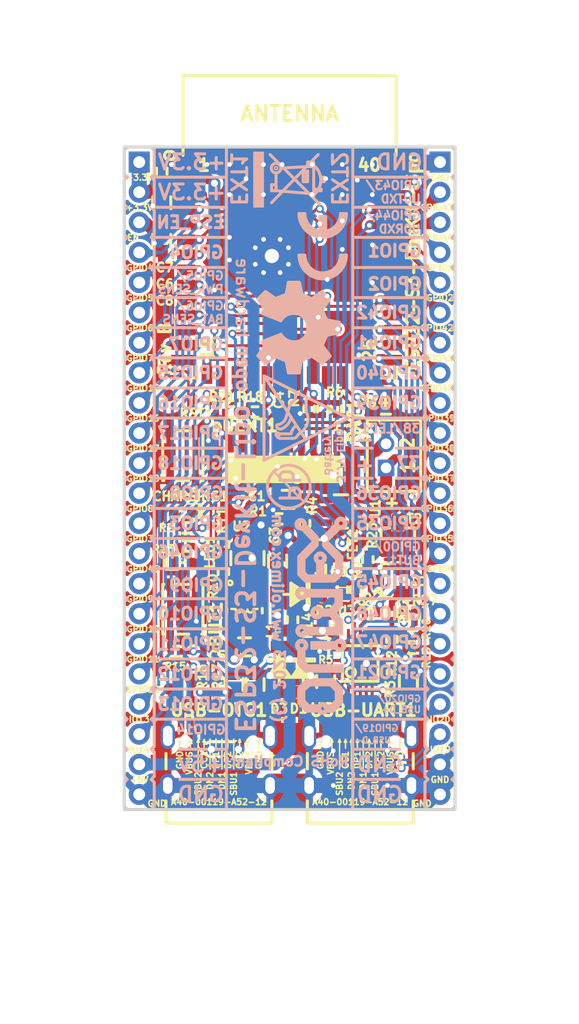
<source format=kicad_pcb>
(kicad_pcb (version 20221018) (generator pcbnew)
  (title_block (title "ESP32-S3-DevKit-LiPo") (date "2023-05-16") (rev "B") (company "OLIMEX LTD") (comment 1 "www.olimex.com"))
  (layers (0 "F.Cu" mixed) (31 "B.Cu" mixed) (34 "B.Paste" user) (35 "F.Paste" user) (36 "B.SilkS" user "B.Silkscreen") (37 "F.SilkS" user "F.Silkscreen") (38 "B.Mask" user) (39 "F.Mask" user) (44 "Edge.Cuts" user))
  (net 0 "")
  (net 1 "+5V")
  (net 2 "GND")
  (net 3 "/ESP_EN")
  (net 4 "/GPIO14")
  (net 5 "/GPIO21")
  (net 6 "/GPIO16")
  (net 7 "/GPIO4")
  (net 8 "/GPIO15")
  (net 9 "/GPIO2")
  (net 10 "Net-(R3-Pad2)")
  (net 11 "Net-(FID2-PadFid1)")
  (net 12 "Net-(FID3-PadFid1)")
  (net 13 "Net-(FID4-PadFid1)")
  (net 14 "+3.3V")
  (net 15 "Net-(BUT1-Pad1)")
  (net 16 "/GPIO6\\BAT_SENS")
  (net 17 "Net-(D1-Pad2)")
  (net 18 "Net-(D3-Pad2)")
  (net 19 "/GPIO9")
  (net 20 "/GPIO46")
  (net 21 "/GPIO3")
  (net 22 "/GPIO8")
  (net 23 "/GPIO7")
  (net 24 "/GPIO5\\PWR_SENS")
  (net 25 "/GPIO1")
  (net 26 "/GPIO44\\U0RXD")
  (net 27 "/GPIO43\\U0TXD")
  (net 28 "/GPIO42")
  (net 29 "/GPIO40")
  (net 30 "/GPIO41")
  (net 31 "/GPIO39")
  (net 32 "/GPIO36")
  (net 33 "/GPIO37")
  (net 34 "/GPIO35")
  (net 35 "/GPIO45")
  (net 36 "/GPIO20\\USB_D+")
  (net 37 "/GPIO19\\USB_D-")
  (net 38 "Net-(LED1-Pad2)")
  (net 39 "Net-(R5-Pad2)")
  (net 40 "Net-(R12-Pad1)")
  (net 41 "Net-(R16-Pad2)")
  (net 42 "Net-(R17-Pad2)")
  (net 43 "/UD+")
  (net 44 "/UD-")
  (net 45 "Net-(USB-OTG1-PadB8)")
  (net 46 "Net-(USB-OTG1-PadA8)")
  (net 47 "Net-(USB-UART1-PadA8)")
  (net 48 "Net-(USB-UART1-PadB8)")
  (net 49 "VBAT")
  (net 50 "Net-(C3-Pad1)")
  (net 51 "Net-(CHARGING1-Pad1)")
  (net 52 "Net-(FID1-PadFid1)")
  (net 53 "Net-(L1-Pad1)")
  (net 54 "Net-(R2-Pad2)")
  (net 55 "Net-(R4-Pad1)")
  (net 56 "Net-(R10-Pad1)")
  (net 57 "/GPIO17\\U1TXD")
  (net 58 "/GPIO18\\U1RXD")
  (net 59 "/GPIO48\\I2C_SDA")
  (net 60 "/GPIO47\\I2C_SCL")
  (net 61 "/GPIO10\\FSPICS0(SPI3_CS0)")
  (net 62 "/GPIO13\\FSPIQ(SPI3_MISO)")
  (net 63 "/GPIO12\\FSPICLK(SPI3_CLK)")
  (net 64 "/GPIO11\\FSPID(SPI3_MOSI)")
  (net 65 "/GPIO38\\LED1")
  (net 66 "/GPIO0\\BUT1")
  (net 67 "Net-(R12-Pad2)")
  (net 68 "Net-(R22-Pad2)")
  (net 69 "Net-(R23-Pad1)")
  (net 70 "Net-(R23-Pad2)")
  (net 71 "Net-(R24-Pad1)")
  (footprint "OLIMEX_RLC-FP:C_0402_5MIL_DWS" (layer "F.Cu") (at 146.685 105.41 180)
    (fp_text reference "C2")
    (fp_text value "100nF/10V/10%/X7R/C0402")
  )
  (footprint "OLIMEX_RLC-FP:C_0603_5MIL_DWS" (layer "F.Cu") (at 132.715 68.199 -90)
    (fp_text reference "C6")
    (fp_text value "22uF/6.3V/20%/X5R/C0603")
  )
  (footprint "OLIMEX_RLC-FP:C_0402_5MIL_DWS" (layer "F.Cu") (at 132.715 65.532 -90)
    (fp_text reference "C7")
    (fp_text value "100nF/10V/10%/X7R/C0402")
  )
  (footprint "OLIMEX_Diodes-FP:SOD-123_1C-2A_KA" (layer "F.Cu") (at 144.653 107.569 -90)
    (fp_text reference "D1")
    (fp_text value "1N5819S4/SOD123")
  )
  (footprint "OLIMEX_Diodes-FP:SOD-123_1C-2A_KA" (layer "F.Cu") (at 142.621 107.569 -90)
    (fp_text reference "D3")
    (fp_text value "1N5819S4/SOD123")
  )
  (footprint "OLIMEX_Other-FP:Fiducial1x3" (layer "F.Cu") (at 133.35 84.455 90)
    (fp_text reference "FID2" hide)
    (fp_text value "Fiducial" hide)
  )
  (footprint "OLIMEX_Other-FP:Fiducial1x3" (layer "F.Cu") (at 153.67 84.455 90)
    (fp_text reference "FID3" hide)
    (fp_text value "Fiducial" hide)
  )
  (footprint "OLIMEX_Other-FP:Fiducial1x3" (layer "F.Cu") (at 133.35 109.22 90)
    (fp_text reference "FID4" hide)
    (fp_text value "Fiducial" hide)
  )
  (footprint "OLIMEX_RLC-FP:R_0603_5MIL_DWS" (layer "F.Cu") (at 153.543 108.585 -90)
    (fp_text reference "R3")
    (fp_text value "5.1k/R0603")
  )
  (footprint "OLIMEX_RLC-FP:R_0603_5MIL_DWS" (layer "F.Cu") (at 146.558 108.585 -90)
    (fp_text reference "R5")
    (fp_text value "5.1k/R0603")
  )
  (footprint "OLIMEX_RLC-FP:R_0603_5MIL_DWS" (layer "F.Cu") (at 140.589 108.839 -90)
    (fp_text reference "R17")
    (fp_text value "5.1k/R0603")
  )
  (footprint "OLIMEX_Buttons-FP:YTS-A016-X" (layer "F.Cu") (at 134.493 89.535 90)
    (fp_text reference "RST1")
    (fp_text value "YTS-A016-X" hide)
  )
  (footprint "OLIMEX_IC-FP:MSOP-10_Pitch-0.5mm_3.00x3.00x1.00mm" (layer "F.Cu") (at 149.478999 107.061)
    (fp_text reference "U3")
    (fp_text value "CH340X(MSOP-10)")
  )
  (footprint "OLIMEX_RLC-FP:C_0603_5MIL_DWS" (layer "F.Cu") (at 142.494 98.425 -90)
    (fp_text reference "C3")
    (fp_text value "22uF/6.3V/20%/X5R/C0603")
  )
  (footprint "OLIMEX_RLC-FP:C_0402_5MIL_DWS" (layer "F.Cu") (at 145.161 85.598 90)
    (fp_text reference "C4")
    (fp_text value "100nF/10V/10%/X7R/C0402")
  )
  (footprint "OLIMEX_RLC-FP:C_0603_5MIL_DWS" (layer "F.Cu") (at 132.715 71.374 -90)
    (fp_text reference "C8")
    (fp_text value "1uF/10V/10%/X5R/C0603")
  )
  (footprint "OLIMEX_LEDs-FP:LED_0603_KA" (layer "F.Cu") (at 134.493 94.234 180)
    (fp_text reference "CHARGING1")
    (fp_text value "LED/YELLOW/0603")
  )
  (footprint "OLIMEX_Diodes-FP:SOD-123_1C-2A_KA" (layer "F.Cu") (at 144.272 101.219 180)
    (fp_text reference "D2")
    (fp_text value "1N5819S4/SOD123")
  )
  (footprint "OLIMEX_Transistors-FP:SOT23" (layer "F.Cu") (at 145.923 98.044 180)
    (fp_text reference "FET1")
    (fp_text value "WPM2015-3/TR")
  )
  (footprint "OLIMEX_Other-FP:Fiducial1x3" (layer "F.Cu") (at 143.51 67.056)
    (fp_text reference "FID1" hide)
    (fp_text value "Fiducial" hide)
  )
  (footprint "OLIMEX_RLC-FP:CD32" (layer "F.Cu") (at 139.7 102.616 -90)
    (fp_text reference "L1")
    (fp_text value "2.2uH/1.5A/DCR=72mR/20%/3.00x3.00x1.50mm/CD32(NR3015T2R2M)")
  )
  (footprint "OLIMEX_RLC-FP:R_0402_5MIL_DWS" (layer "F.Cu") (at 134.747 95.631)
    (fp_text reference "R2")
    (fp_text value "2.2k/R0402")
  )
  (footprint "OLIMEX_RLC-FP:R_0402_5MIL_DWS" (layer "F.Cu") (at 146.304 85.598 -90)
    (fp_text reference "R7")
    (fp_text value "150k/R0402")
  )
  (footprint "OLIMEX_RLC-FP:R_0402_5MIL_DWS" (layer "F.Cu") (at 147.955 100.838 90)
    (fp_text reference "R8")
    (fp_text value "220k/R0402")
  )
  (footprint "OLIMEX_RLC-FP:R_0402_5MIL_DWS" (layer "F.Cu") (at 137.922 97.028 90)
    (fp_text reference "R11")
    (fp_text value "49.9k/1%/R0402")
  )
  (footprint "OLIMEX_IC-FP:SOT-23-5" (layer "F.Cu") (at 147.828 94.234)
    (fp_text reference "U1")
    (fp_text value "BL4054B-42TPRN(SOT23-5)")
  )
  (footprint "OLIMEX_Connectors-FP:USB2.0_TYPE-C(A40-00119-A52-12)" (layer "F.Cu") (at 137.541 116.205 -90)
    (fp_text reference "USB-OTG1")
    (fp_text value "USB-C-16P-F(A40-00119-A52-12)")
  )
  (footprint "OLIMEX_LEDs-FP:LED_0603_KA" (layer "F.Cu") (at 134.493 98.552)
    (fp_text reference "LED1")
    (fp_text value "LED/Green/0603")
  )
  (footprint "OLIMEX_RLC-FP:R_0402_5MIL_DWS" (layer "F.Cu") (at 134.747 97.155 180)
    (fp_text reference "R13")
    (fp_text value "2.2k/R0402")
  )
  (footprint "OLIMEX_RLC-FP:C_0603_5MIL_DWS" (layer "F.Cu") (at 139.7 105.664)
    (fp_text reference "C5")
    (fp_text value "22uF/6.3V/20%/X5R/C0603")
  )
  (footprint "OLIMEX_Regulators-FP:SOT-23-5" (layer "F.Cu") (at 139.954 98.171 -90)
    (fp_text reference "U2")
    (fp_text value "SY8089AAAC(SOT23-5)")
  )
  (footprint "OLIMEX_RLC-FP:R_0402_5MIL_DWS" (layer "F.Cu") (at 153.797 104.775)
    (fp_text reference "R20")
    (fp_text value "2.2k/R0402")
  )
  (footprint "OLIMEX_Cases-FP:ESP32-­S3-­WROOM­-1" (layer "F.Cu") (at 143.51 70.231)
    (fp_text reference "U4")
    (fp_text value "ESP32-S3-WROOM-1-N8R8")
  )
  (footprint "OLIMEX_Buttons-FP:YTS-A016-X" (layer "F.Cu") (at 134.493 102.489 90)
    (fp_text reference "BUT1")
    (fp_text value "YTS-A016-X" hide)
  )
  (footprint "OLIMEX_RLC-FP:R_0402_5MIL_DWS" (layer "F.Cu") (at 137.922 99.314 -90)
    (fp_text reference "R10")
    (fp_text value "220k/R0402")
  )
  (footprint "OLIMEX_RLC-FP:R_0402_5MIL_DWS" (layer "F.Cu") (at 152.146 105.029 90)
    (fp_text reference "R12")
    (fp_text value "4.7k/R0402")
  )
  (footprint "OLIMEX_Connectors-FP:USB2.0_TYPE-C(A40-00119-A52-12)" (layer "F.Cu") (at 149.479 116.205 -90)
    (fp_text reference "USB-UART1")
    (fp_text value "USB-C-16P-F(A40-00119-A52-12)")
  )
  (footprint "OLIMEX_RLC-FP:R_0402_5MIL_DWS" (layer "F.Cu") (at 150.114 98.298 90)
    (fp_text reference "R23")
    (fp_text value "1k/R0402")
  )
  (footprint "OLIMEX_Transistors-FP:SOT23" (layer "F.Cu") (at 151.892 100.076)
    (fp_text reference "T1")
    (fp_text value "BC817-40(SOT23)")
  )
  (footprint "OLIMEX_Transistors-FP:SOT23" (layer "F.Cu") (at 152.654 96.266 -90)
    (fp_text reference "T2")
    (fp_text value "BC817-40(SOT23)")
  )
  (footprint "OLIMEX_RLC-FP:R_0402_5MIL_DWS" (layer "F.Cu") (at 138.557 85.852 180)
    (fp_text reference "R21")
    (fp_text value "10k/R0402")
  )
  (footprint "OLIMEX_Connectors-FP:LIPO_BAT_VERTICAL_DW02S" (layer "F.Cu") (at 155.194 89.535 90)
    (fp_text reference "BAT1")
    (fp_text value "DW02S")
  )
  (footprint "OLIMEX_RLC-FP:R_0402_5MIL_DWS" (layer "F.Cu") (at 147.447 85.598 90)
    (fp_text reference "R6")
    (fp_text value "470k/R0402")
  )
  (footprint "OLIMEX_RLC-FP:C_0603_5MIL_DWS" (layer "F.Cu") (at 143.383 93.218 180)
    (fp_text reference "C1")
    (fp_text value "22uF/6.3V/20%/X5R/C0603")
  )
  (footprint "OLIMEX_RLC-FP:R_0402_5MIL_DWS" (layer "F.Cu") (at 140.589 85.852)
    (fp_text reference "R18")
    (fp_text value "10k/R0402")
  )
  (footprint "OLIMEX_RLC-FP:R_0402_5MIL_DWS" (layer "F.Cu") (at 142.621 94.869 180)
    (fp_text reference "R1")
    (fp_text value "10k/R0402")
  )
  (footprint "OLIMEX_RLC-FP:R_0402_5MIL_DWS" (layer "F.Cu") (at 143.764 103.378 90)
    (fp_text reference "R14")
    (fp_text value "10k/R0402")
  )
  (footprint "OLIMEX_RLC-FP:R_0402_5MIL_DWS" (layer "F.Cu") (at 133.985 106.045 180)
    (fp_text reference "R15")
    (fp_text value "100R/R0402")
  )
  (footprint "OLIMEX_RLC-FP:R_0603_5MIL_DWS" (layer "F.Cu") (at 138.811 108.839 -90)
    (fp_text reference "R16")
    (fp_text value "5.1k/R0603")
  )
  (footprint "OLIMEX_RLC-FP:R_0402_5MIL_DWS" (layer "F.Cu") (at 154.051 103.124 90)
    (fp_text reference "R27")
    (fp_text value "NA/R0402")
  )
  (footprint "OLIMEX_RLC-FP:R_0402_5MIL_DWS" (layer "F.Cu") (at 153.797 105.791)
    (fp_text reference "R19")
    (fp_text value "2.2k/R0402")
  )
  (footprint "OLIMEX_RLC-FP:R_0402_5MIL_DWS" (layer "F.Cu") (at 150.368 102.87)
    (fp_text reference "R24")
    (fp_text value "100R/R0402")
  )
  (footprint "OLIMEX_Connectors-FP:BM10B-SRSS-TB" (layer "F.Cu") (at 143.002 89.916 180)
    (fp_text reference "pUEXT1")
    (fp_text value "JST_BM10B-SRSS-TB")
  )
  (footprint "OLIMEX_RLC-FP:R_0402_5MIL_DWS" (layer "F.Cu") (at 149.098 100.838 -90)
    (fp_text reference "R9")
    (fp_text value "470k/R0402")
  )
  (footprint "OLIMEX_RLC-FP:R_0402_5MIL_DWS" (layer "F.Cu") (at 144.78 95.25 -90)
    (fp_text reference "R4")
    (fp_text value "10k/R0402")
  )
  (footprint "OLIMEX_RLC-FP:R_0402_5MIL_DWS" (layer "F.Cu") (at 152.146 102.87 90)
    (fp_text reference "R22")
    (fp_text value "1k/R0402")
  )
  (footprint "OLIMEX_Connectors-FP:HN1x22" (layer "B.Cu") (at 130.81 91.439999 -90)
    (fp_text reference "EXT1")
    (fp_text value "HN1x22")
  )
  (footprint "OLIMEX_Connectors-FP:HN1x22" (layer "B.Cu") (at 156.21 91.44 -90)
    (fp_text reference "EXT2")
    (fp_text value "HN1x22")
  )
  (footprint "OLIMEX_Signs-FP:Logo_OLIMEX_TB" (layer "B.Cu") (at 146.177 102.87 90)
    (fp_text reference "Logo_OLIMEX_TB" hide)
    (fp_text value "Logo_OLIMEX_TB" hide)
  )
  (footprint "OLIMEX_Signs-FP:Sign_Antistatic" (layer "B.Cu") (at 141.351 89.916 90)
    (fp_text reference "Sign_Antistatic" hide)
    (fp_text value "Sign_Antistatic" hide)
  )
  (footprint "OLIMEX_Signs-FP:Sign_OSHW_8x8" (layer "B.Cu") (at 143.764 78.74 90)
    (fp_text reference "Sign_OSHW_8x8" hide)
    (fp_text value "Sign_OSHW_8x8" hide)
  )
  (footprint "OLIMEX_Signs-FP:Sign_PB-Free" (layer "B.Cu") (at 143.129 91.948 90)
    (fp_text reference "Sign_PB-Free")
    (fp_text value "Sign_PB-Free")
  )
  (footprint "OLIMEX_Signs-FP:Sign_RecycleBin_1" (layer "B.Cu") (at 140.462 68.58 90)
    (fp_text reference "Sign_RecycleBin_1" hide)
    (fp_text value "Sign_RecycleBin_1" hide)
  )
  (footprint "OLIMEX_Signs-FP:CE_Sign" (layer "B.Cu") (at 146.304 70.866 90)
    (fp_text reference "Sign_CE" hide)
    (fp_text value "CE_Sign" hide)
  )
  (gr_line (start 131.826 99.06) (end 138.176 99.06) (stroke (width 0.254)) (layer "B.SilkS"))
  (gr_line (start 131.826 96.52) (end 138.176 96.52) (stroke (width 0.254)) (layer "B.SilkS"))
  (gr_line (start 131.826 93.98) (end 138.176 93.98) (stroke (width 0.254)) (layer "B.SilkS"))
  (gr_line (start 131.826 91.44) (end 138.176 91.44) (stroke (width 0.254)) (layer "B.SilkS"))
  (gr_line (start 131.826 88.9) (end 138.176 88.9) (stroke (width 0.254)) (layer "B.SilkS"))
  (gr_line (start 131.826 86.36) (end 138.176 86.36) (stroke (width 0.254)) (layer "B.SilkS"))
  (gr_line (start 131.826 83.82) (end 138.176 83.82) (stroke (width 0.254)) (layer "B.SilkS"))
  (gr_line (start 131.826 81.28) (end 138.176 81.28) (stroke (width 0.254)) (layer "B.SilkS"))
  (gr_line (start 131.826 78.74) (end 138.176 78.74) (stroke (width 0.254)) (layer "B.SilkS"))
  (gr_line (start 131.826 76.2) (end 138.176 76.2) (stroke (width 0.254)) (layer "B.SilkS"))
  (gr_line (start 131.699 73.66) (end 138.176 73.66) (stroke (width 0.254)) (layer "B.SilkS"))
  (gr_line (start 131.826 68.58) (end 138.176 68.58) (stroke (width 0.254)) (layer "B.SilkS"))
  (gr_line (start 131.826 66.04) (end 138.176 66.04) (stroke (width 0.254)) (layer "B.SilkS"))
  (gr_line (start 148.844 66.04) (end 155.194 66.04) (stroke (width 0.254)) (layer "B.SilkS"))
  (gr_line (start 148.844 119.38) (end 148.844 63.5) (stroke (width 0.254)) (layer "B.SilkS"))
  (gr_line (start 148.844 68.58) (end 155.194 68.58) (stroke (width 0.254)) (layer "B.SilkS"))
  (gr_line (start 148.844 71.12) (end 155.194 71.12) (stroke (width 0.254)) (layer "B.SilkS"))
  (gr_line (start 148.844 73.66) (end 155.194 73.66) (stroke (width 0.254)) (layer "B.SilkS"))
  (gr_line (start 148.844 76.2) (end 155.194 76.2) (stroke (width 0.254)) (layer "B.SilkS"))
  (gr_line (start 148.844 78.74) (end 155.194 78.74) (stroke (width 0.254)) (layer "B.SilkS"))
  (gr_line (start 148.844 81.28) (end 155.194 81.28) (stroke (width 0.254)) (layer "B.SilkS"))
  (gr_line (start 148.844 83.82) (end 155.194 83.82) (stroke (width 0.254)) (layer "B.SilkS"))
  (gr_line (start 148.844 86.36) (end 155.194 86.36) (stroke (width 0.254)) (layer "B.SilkS"))
  (gr_line (start 148.844 88.9) (end 150.495 88.9) (stroke (width 0.254)) (layer "B.SilkS"))
  (gr_line (start 148.844 91.44) (end 150.495 91.44) (stroke (width 0.254)) (layer "B.SilkS"))
  (gr_line (start 148.844 96.52) (end 155.194 96.52) (stroke (width 0.254)) (layer "B.SilkS"))
  (gr_line (start 148.844 99.06) (end 155.194 99.06) (stroke (width 0.254)) (layer "B.SilkS"))
  (gr_line (start 148.844 101.6) (end 155.194 101.6) (stroke (width 0.254)) (layer "B.SilkS"))
  (gr_line (start 148.844 104.14) (end 155.194 104.14) (stroke (width 0.254)) (layer "B.SilkS"))
  (gr_line (start 148.844 63.5) (end 155.194 63.5) (stroke (width 0.254)) (layer "B.SilkS"))
  (gr_line (start 131.826 63.5) (end 138.176 63.5) (stroke (width 0.254)) (layer "B.SilkS"))
  (gr_line (start 138.176 119.38) (end 138.176 63.5) (stroke (width 0.254)) (layer "B.SilkS"))
  (gr_line (start 131.826 71.12) (end 138.176 71.12) (stroke (width 0.254)) (layer "B.SilkS"))
  (gr_line (start 131.826 111.76) (end 138.176 111.76) (stroke (width 0.254)) (layer "B.SilkS"))
  (gr_line (start 134.239 114.3) (end 138.176 114.3) (stroke (width 0.254)) (layer "B.SilkS"))
  (gr_line (start 134.239 116.84) (end 138.176 116.84) (stroke (width 0.254)) (layer "B.SilkS"))
  (gr_line (start 131.826 119.38) (end 138.176 119.38) (stroke (width 0.254)) (layer "B.SilkS"))
  (gr_line (start 148.844 106.68) (end 155.194 106.68) (stroke (width 0.254)) (layer "B.SilkS"))
  (gr_line (start 148.844 109.22) (end 155.194 109.22) (stroke (width 0.254)) (layer "B.SilkS"))
  (gr_line (start 148.844 111.76) (end 155.194 111.76) (stroke (width 0.254)) (layer "B.SilkS"))
  (gr_line (start 148.844 114.3) (end 152.781 114.3) (stroke (width 0.254)) (layer "B.SilkS"))
  (gr_line (start 148.844 116.84) (end 152.781 116.84) (stroke (width 0.254)) (layer "B.SilkS"))
  (gr_line (start 148.844 119.38) (end 155.194 119.38) (stroke (width 0.254)) (layer "B.SilkS"))
  (gr_line (start 152.527 91.44) (end 155.194 91.44) (stroke (width 0.254)) (layer "B.SilkS"))
  (gr_line (start 148.844 93.98) (end 155.194 93.98) (stroke (width 0.254)) (layer "B.SilkS"))
  (gr_line (start 152.527 88.9) (end 155.194 88.9) (stroke (width 0.254)) (layer "B.SilkS"))
  (gr_line (start 131.826 101.6) (end 138.176 101.6) (stroke (width 0.254)) (layer "B.SilkS"))
  (gr_line (start 131.826 104.14) (end 138.176 104.14) (stroke (width 0.254)) (layer "B.SilkS"))
  (gr_line (start 131.826 106.68) (end 138.176 106.68) (stroke (width 0.254)) (layer "B.SilkS"))
  (gr_line (start 131.826 109.22) (end 138.176 109.22) (stroke (width 0.254)) (layer "B.SilkS"))
  (gr_circle (center 147.8915 109.474) (end 148.082 109.474) (stroke (width 0.2032)) (fill none) (layer "F.SilkS"))
  (gr_circle (center 138.4935 100.2665) (end 138.684 100.2665) (stroke (width 0.2032)) (fill none) (layer "F.SilkS"))
  (gr_line (start 157.48 119.38) (end 157.48 63.5) (stroke (width 0.254)) (layer "Edge.Cuts"))
  (gr_line (start 129.54 119.38) (end 157.48 119.38) (stroke (width 0.254)) (layer "Edge.Cuts"))
  (gr_line (start 129.54 63.5) (end 129.54 119.38) (stroke (width 0.254)) (layer "Edge.Cuts"))
  (gr_line (start 157.48 63.5) (end 129.54 63.5) (stroke (width 0.254)) (layer "Edge.Cuts"))
  (gr_text "ESP_EN" (at 135.128 69.85) (layer "B.SilkS") (effects (font (size 1.016 1.016) (thickness 0.254)) (justify mirror)))
  (gr_text "GPIO15" (at 135.128 82.55) (layer "B.SilkS") (effects (font (size 1.016 1.016) (thickness 0.254)) (justify mirror)))
  (gr_text "GPIO16" (at 135.128 85.09) (layer "B.SilkS") (effects (font (size 1.016 1.016) (thickness 0.254)) (justify mirror)))
  (gr_text "GPIO17" (at 135.128 87.63) (layer "B.SilkS") (effects (font (size 1.016 1.016) (thickness 0.254)) (justify mirror)))
  (gr_text "GPIO18" (at 135.128 90.17) (layer "B.SilkS") (effects (font (size 1.016 1.016) (thickness 0.254)) (justify mirror)))
  (gr_text "GND" (at 136.017 118.11) (layer "B.SilkS") (effects (font (size 1.27 1.27) (thickness 0.254)) (justify mirror)))
  (gr_text "GPIO43/\nU0TXD" (at 154.686 67.31) (layer "B.SilkS") (effects (font (size 0.7112 0.7112) (thickness 0.1778)) (justify left mirror)))
  (gr_text "GPIO44/\nU0RXD" (at 154.686 69.85) (layer "B.SilkS") (effects (font (size 0.7112 0.7112) (thickness 0.1778)) (justify left mirror)))
  (gr_text "GND" (at 151.13 118.11) (layer "B.SilkS") (effects (font (size 1.27 1.27) (thickness 0.254)) (justify mirror)))
  (gr_text "GPIO40" (at 151.892 82.55) (layer "B.SilkS") (effects (font (size 1.016 1.016) (thickness 0.254)) (justify mirror)))
  (gr_text "GPIO39" (at 151.892 85.09) (layer "B.SilkS") (effects (font (size 1.016 1.016) (thickness 0.254)) (justify mirror)))
  (gr_text "GPIO36" (at 151.892 92.71) (layer "B.SilkS") (effects (font (size 1.016 1.016) (thickness 0.254)) (justify mirror)))
  (gr_text "GPIO20/\nUSB_D+" (at 154.686 110.49) (layer "B.SilkS") (effects (font (size 0.5588 0.5588) (thickness 0.1397)) (justify left mirror)))
  (gr_text "ESP32-S3-DevKit-Lipo" (at 139.7 99.06 270) (layer "B.SilkS") (effects (font (size 1.524 1.524) (thickness 0.3175)) (justify mirror)))
  (gr_text "+" (at 149.86 90.297) (layer "B.SilkS") (effects (font (size 1.27 1.27) (thickness 0.254)) (justify mirror)))
  (gr_text "GPIO5/\nPWR_SENS" (at 138.049 74.93) (layer "B.SilkS") (effects (font (size 0.7112 0.7112) (thickness 0.1778)) (justify left mirror)))
  (gr_text "GND" (at 152.781 64.77) (layer "B.SilkS") (effects (font (size 1.27 1.27) (thickness 0.254)) (justify mirror)))
  (gr_text "GPIO42" (at 151.892 77.47) (layer "B.SilkS") (effects (font (size 1.016 1.016) (thickness 0.254)) (justify mirror)))
  (gr_text "+5V" (at 136.017 115.57) (layer "B.SilkS") (effects (font (size 1.27 1.27) (thickness 0.254)) (justify mirror)))
  (gr_text "3.7V Lipo\nBattery" (at 147.32 89.535 270) (layer "B.SilkS") (effects (font (size 0.635 0.635) (thickness 0.15875)) (justify mirror)))
  (gr_text "+3.3V" (at 135.255 67.31) (layer "B.SilkS") (effects (font (size 1.27 1.27) (thickness 0.254)) (justify mirror)))
  (gr_text "GPIO4" (at 135.636 72.39) (layer "B.SilkS") (effects (font (size 1.016 1.016) (thickness 0.254)) (justify mirror)))
  (gr_text "GPIO7" (at 135.636 80.137) (layer "B.SilkS") (effects (font (size 1.016 1.016) (thickness 0.254)) (justify mirror)))
  (gr_text "GPIO8" (at 135.636 92.71) (layer "B.SilkS") (effects (font (size 1.016 1.016) (thickness 0.254)) (justify mirror)))
  (gr_text "GPIO3" (at 135.636 95.25) (layer "B.SilkS") (effects (font (size 1.016 1.016) (thickness 0.254)) (justify mirror)))
  (gr_text "GPIO46" (at 135.128 97.663) (layer "B.SilkS") (effects (font (size 1.016 1.016) (thickness 0.254)) (justify mirror)))
  (gr_text "GPIO9" (at 135.636 100.457) (layer "B.SilkS") (effects (font (size 1.016 1.016) (thickness 0.254)) (justify mirror)))
  (gr_text "GPIO10" (at 135.128 102.87) (layer "B.SilkS") (effects (font (size 1.016 1.016) (thickness 0.254)) (justify mirror)))
  (gr_text "GPIO11" (at 135.128 105.41) (layer "B.SilkS") (effects (font (size 1.016 1.016) (thickness 0.254)) (justify mirror)))
  (gr_text "GPIO12" (at 135.128 107.95) (layer "B.SilkS") (effects (font (size 1.016 1.016) (thickness 0.254)) (justify mirror)))
  (gr_text "GPIO13" (at 135.128 110.49) (layer "B.SilkS") (effects (font (size 1.016 1.016) (thickness 0.254)) (justify mirror)))
  (gr_text "GPIO1" (at 152.4 72.263) (layer "B.SilkS") (effects (font (size 1.016 1.016) (thickness 0.254)) (justify mirror)))
  (gr_text "GPIO41" (at 151.892 80.01) (layer "B.SilkS") (effects (font (size 1.016 1.016) (thickness 0.254)) (justify mirror)))
  (gr_text "37" (at 153.543 90.17) (layer "B.SilkS") (effects (font (size 1.016 1.016) (thickness 0.254)) (justify mirror)))
  (gr_text "GPIO35" (at 151.892 95.25) (layer "B.SilkS") (effects (font (size 1.016 1.016) (thickness 0.254)) (justify mirror)))
  (gr_text "GPIO45" (at 151.892 100.203) (layer "B.SilkS") (effects (font (size 1.016 1.016) (thickness 0.254)) (justify mirror)))
  (gr_text "GPIO48" (at 151.892 102.87) (layer "B.SilkS") (effects (font (size 1.016 1.016) (thickness 0.254)) (justify mirror)))
  (gr_text "GPIO14" (at 136.017 112.649) (layer "B.SilkS") (effects (font (size 0.762 0.762) (thickness 0.1905)) (justify mirror)))
  (gr_text "GPIO19/" (at 152.781 112.522) (layer "B.SilkS") (effects (font (size 0.5588 0.5588) (thickness 0.1397)) (justify left mirror)))
  (gr_text "  USB_D-" (at 152.908 113.538) (layer "B.SilkS") (effects (font (size 0.508 0.508) (thickness 0.127)) (justify left mirror)))
  (gr_text "GPIO47" (at 151.892 105.283) (layer "B.SilkS") (effects (font (size 1.016 1.016) (thickness 0.254)) (justify mirror)))
  (gr_text "GPIO21" (at 151.892 107.823) (layer "B.SilkS") (effects (font (size 1.016 1.016) (thickness 0.254)) (justify mirror)))
  (gr_text "GND" (at 151.13 115.57) (layer "B.SilkS") (effects (font (size 1.27 1.27) (thickness 0.254)) (justify mirror)))
  (gr_text "GPIO6/\nBAT_SENS" (at 138.049 77.47) (layer "B.SilkS") (effects (font (size 0.7112 0.7112) (thickness 0.1778)) (justify left mirror)))
  (gr_text "-" (at 149.86 88.138) (layer "B.SilkS") (effects (font (size 1.27 1.27) (thickness 0.254)) (justify mirror)))
  (gr_text "(C) 2023" (at 142.621 108.966 270) (layer "B.SilkS") (effects (font (size 0.889 0.889) (thickness 0.22225)) (justify mirror)))
  (gr_text "38/LED1" (at 152.019 87.249) (layer "B.SilkS") (effects (font (size 0.762 0.762) (thickness 0.1905)) (justify mirror)))
  (gr_text "GPIO2" (at 152.4 75.057) (layer "B.SilkS") (effects (font (size 1.016 1.016) (thickness 0.254)) (justify mirror)))
  (gr_text "GPIO0/\nBUT1" (at 154.686 97.79) (layer "B.SilkS") (effects (font (size 0.7112 0.7112) (thickness 0.1778)) (justify left mirror)))
  (gr_text "www.olimex.com" (at 142.494 99.822 270) (layer "B.SilkS") (effects (font (size 0.889 0.889) (thickness 0.22225)) (justify mirror)))
  (gr_text "RoHS Compliant" (at 143.51 115.316) (layer "B.SilkS") (effects (font (size 0.8128 0.8128) (thickness 0.2032)) (justify mirror)))
  (gr_text "+3.3V" (at 135.255 64.77) (layer "B.SilkS") (effects (font (size 1.27 1.27) (thickness 0.254)) (justify mirror)))
  (gr_text "+3.3V" (at 130.81 66.0654) (layer "F.SilkS") (effects (font (size 0.508 0.508) (thickness 0.127))))
  (gr_text "EN" (at 130.302 71.1454) (layer "F.SilkS") (effects (font (size 0.508 0.508) (thickness 0.127))))
  (gr_text "GPIO4" (at 130.8735 73.6854) (layer "F.SilkS") (effects (font (size 0.508 0.508) (thickness 0.127))))
  (gr_text "GPIO15" (at 131.1275 83.8454) (layer "F.SilkS") (effects (font (size 0.508 0.508) (thickness 0.127))))
  (gr_text "GPIO16" (at 131.1275 86.3854) (layer "F.SilkS") (effects (font (size 0.508 0.508) (thickness 0.127))))
  (gr_text "GPIO17" (at 131.1275 88.9254) (layer "F.SilkS") (effects (font (size 0.508 0.508) (thickness 0.127))))
  (gr_text "GPIO18" (at 131.1275 91.4654) (layer "F.SilkS") (effects (font (size 0.508 0.508) (thickness 0.127))))
  (gr_text "GPIO8" (at 130.8735 94.0054) (layer "F.SilkS") (effects (font (size 0.508 0.508) (thickness 0.127))))
  (gr_text "GND" (at 156.21 66.0654) (layer "F.SilkS") (effects (font (size 0.508 0.508) (thickness 0.127))))
  (gr_text "GPIO43" (at 155.956 68.6054) (layer "F.SilkS") (effects (font (size 0.508 0.508) (thickness 0.127))))
  (gr_text "GPIO42" (at 155.956 78.7654) (layer "F.SilkS") (effects (font (size 0.508 0.508) (thickness 0.127))))
  (gr_text "GPIO40" (at 155.956 83.8454) (layer "F.SilkS") (effects (font (size 0.508 0.508) (thickness 0.127))))
  (gr_text "GPIO39" (at 156.083 86.3854) (layer "F.SilkS") (effects (font (size 0.508 0.508) (thickness 0.127))))
  (gr_text "GPIO36" (at 155.956 94.0054) (layer "F.SilkS") (effects (font (size 0.508 0.508) (thickness 0.127))))
  (gr_text "GPIO0" (at 156.21 99.0854) (layer "F.SilkS") (effects (font (size 0.508 0.508) (thickness 0.127))))
  (gr_text "ESP32-S3-DevKit-Lipo" (at 153.924 73.152 90) (layer "F.SilkS") (effects (font (size 1.016 1.016) (thickness 0.254))))
  (gr_text "Rev B" (at 132.969 80.518 90) (layer "F.SilkS") (effects (font (size 1.016 1.016) (thickness 0.254))))
  (gr_text "GND" (at 156.21 116.8654) (layer "F.SilkS") (effects (font (size 0.508 0.508) (thickness 0.127))))
  (gr_text "GPIO41" (at 155.956 81.3054) (layer "F.SilkS") (effects (font (size 0.508 0.508) (thickness 0.127))))
  (gr_text "GPIO38" (at 156.083 88.9254) (layer "F.SilkS") (effects (font (size 0.508 0.508) (thickness 0.127))))
  (gr_text "GPIO35" (at 155.956 96.5454) (layer "F.SilkS") (effects (font (size 0.508 0.508) (thickness 0.127))))
  (gr_text "IO20" (at 156.21 111.7854) (layer "F.SilkS") (effects (font (size 0.508 0.508) (thickness 0.127))))
  (gr_text "IO19" (at 156.2354 114.3254) (layer "F.SilkS") (effects (font (size 0.508 0.508) (thickness 0.127))))
  (gr_text "+" (at 152.146 93.472) (layer "F.SilkS") (effects (font (size 1.016 1.016) (thickness 0.254))))
  (gr_text "+3.3V" (at 130.81 68.6054) (layer "F.SilkS") (effects (font (size 0.508 0.508) (thickness 0.127))))
  (gr_text "GPIO5" (at 130.8735 76.2254) (layer "F.SilkS") (effects (font (size 0.508 0.508) (thickness 0.127))))
  (gr_text "GPIO6" (at 130.8735 78.7654) (layer "F.SilkS") (effects (font (size 0.508 0.508) (thickness 0.127))))
  (gr_text "GPIO7" (at 130.8735 81.3054) (layer "F.SilkS") (effects (font (size 0.508 0.508) (thickness 0.127))))
  (gr_text "GPIO3" (at 130.8735 96.5454) (layer "F.SilkS") (effects (font (size 0.508 0.508) (thickness 0.127))))
  (gr_text "+5V" (at 130.81 116.8654) (layer "F.SilkS") (effects (font (size 0.508 0.508) (thickness 0.127))))
  (gr_text "GPIO46" (at 131.1275 99.0854) (layer "F.SilkS") (effects (font (size 0.508 0.508) (thickness 0.127))))
  (gr_text "GPIO9" (at 130.8735 101.6254) (layer "F.SilkS") (effects (font (size 0.508 0.508) (thickness 0.127))))
  (gr_text "GPIO10" (at 131.1275 104.1654) (layer "F.SilkS") (effects (font (size 0.508 0.508) (thickness 0.127))))
  (gr_text "GPIO11" (at 131.1275 106.7054) (layer "F.SilkS") (effects (font (size 0.508 0.508) (thickness 0.127))))
  (gr_text "GPIO12" (at 131.1275 109.2454) (layer "F.SilkS") (effects (font (size 0.508 0.508) (thickness 0.127))))
  (gr_text "IO13" (at 130.81 111.7854) (layer "F.SilkS") (effects (font (size 0.508 0.508) (thickness 0.127))))
  (gr_text "IO14" (at 130.81 114.3254) (layer "F.SilkS") (effects (font (size 0.508 0.508) (thickness 0.127))))
  (gr_text "GND" (at 132.3086 118.872) (layer "F.SilkS") (effects (font (size 0.508 0.508) (thickness 0.127))))
  (gr_text "GND" (at 154.7114 118.872) (layer "F.SilkS") (effects (font (size 0.508 0.508) (thickness 0.127))))
  (gr_text "GPIO2" (at 156.21 76.2254) (layer "F.SilkS") (effects (font (size 0.508 0.508) (thickness 0.127))))
  (gr_text "GPIO1" (at 156.21 73.6854) (layer "F.SilkS") (effects (font (size 0.508 0.508) (thickness 0.127))))
  (gr_text "GPIO44" (at 155.956 71.1454) (layer "F.SilkS") (effects (font (size 0.508 0.508) (thickness 0.127))))
  (gr_text "GPIO37" (at 156.083 91.4654) (layer "F.SilkS") (effects (font (size 0.508 0.508) (thickness 0.127))))
  (gr_text "-" (at 151.638 86.106 180) (layer "F.SilkS") (effects (font (size 1.016 1.016) (thickness 0.254))))
  (segment (start 146.528 93.284) (end 145.735 93.284) (width 0.508) (layer "F.Cu") (net 1))
  (segment (start 132.969 106.807) (end 132.667288 106.505288) (width 0.254) (layer "F.Cu") (net 1))
  (segment (start 145.923 98.933) (end 145.923 98.044) (width 0.254) (layer "F.Cu") (net 1))
  (segment (start 144.81556 97.09404) (end 144.386926 97.09404) (width 0.508) (layer "F.Cu") (net 1))
  (segment (start 143.51 106.68) (end 144.526 105.664) (width 1.016) (layer "F.Cu") (net 1))
  (segment (start 142.372 101.219) (end 142.372 102.875) (width 0.762) (layer "F.Cu") (net 1))
  (segment (start 134.874 106.807) (end 132.969 106.807) (width 0.254) (layer "F.Cu") (net 1))
  (segment (start 143.558886 96.266) (end 143.383 96.266) (width 0.508) (layer "F.Cu") (net 1))
  (segment (start 145.735 93.284) (end 145.669 93.218) (width 0.508) (layer "F.Cu") (net 1))
  (segment (start 144.653 105.669) (end 143.632 105.669) (width 1.016) (layer "F.Cu") (net 1))
  (segment (start 147.828 101.346) (end 147.574 101.092) (width 0.4064) (layer "F.Cu") (net 1))
  (segment (start 143.51 106.68) (end 142.494 105.664) (width 1.016) (layer "F.Cu") (net 1))
  (segment (start 147.955 101.346) (end 147.828 101.346) (width 0.4064) (layer "F.Cu") (net 1))
  (segment (start 147.574 101.092) (end 147.193 100.711) (width 0.254) (layer "F.Cu") (net 1))
  (segment (start 143.368158 96.251158) (end 143.368158 94.502842) (width 1.016) (layer "F.Cu") (net 1))
  (segment (start 135.382 107.315) (end 134.874 106.807) (width 0.254) (layer "F.Cu") (net 1))
  (segment (start 144.272 93.218) (end 144.272 93.599) (width 1.016) (layer "F.Cu") (net 1))
  (segment (start 147.193 100.711) (end 147.193 100.203) (width 0.254) (layer "F.Cu") (net 1))
  (segment (start 144.81556 97.09404) (end 144.97304 97.09404) (width 0.508) (layer "F.Cu") (net 1))
  (segment (start 142.621 105.669) (end 143.632 105.669) (width 1.016) (layer "F.Cu") (net 1))
  (segment (start 144.272 93.599) (end 144.145 93.726) (width 1.016) (layer "F.Cu") (net 1))
  (segment (start 143.51 105.791) (end 143.632 105.669) (width 1.016) (layer "F.Cu") (net 1))
  (segment (start 133.731 94.234) (end 133.731 94.742) (width 0.508) (layer "F.Cu") (net 1))
  (segment (start 144.97304 97.09404) (end 145.542 97.663) (width 0.508) (layer "F.Cu") (net 1))
  (segment (start 143.368158 94.502842) (end 144.145 93.726) (width 1.016) (layer "F.Cu") (net 1))
  (segment (start 143.51 106.68) (end 143.51 105.791) (width 1.016) (layer "F.Cu") (net 1))
  (segment (start 147.193 100.203) (end 145.923 98.933) (width 0.254) (layer "F.Cu") (net 1))
  (segment (start 132.667288 106.505288) (end 132.667288 95.805712) (width 0.254) (layer "F.Cu") (net 1))
  (segment (start 144.386926 97.09404) (end 143.558886 96.266) (width 0.508) (layer "F.Cu") (net 1))
  (segment (start 144.272 93.218) (end 145.669 93.218) (width 1.016) (layer "F.Cu") (net 1))
  (segment (start 143.383 96.266) (end 143.368158 96.251158) (width 1.016) (layer "F.Cu") (net 1))
  (segment (start 142.372 102.875) (end 142.494 102.997) (width 0.762) (layer "F.Cu") (net 1))
  (segment (start 132.667288 95.805712) (end 133.731 94.742) (width 0.254) (layer "F.Cu") (net 1))
  (segment (start 145.923 98.044) (end 145.542 97.663) (width 0.254) (layer "F.Cu") (net 1))
  (via (at 135.382 107.315) (size 0.7) (drill 0.4) (layers "F.Cu" "B.Cu") (net 1))
  (via (at 142.494 102.997) (size 1) (drill 0.6) (layers "F.Cu" "B.Cu") (net 1))
  (via (at 143.383 96.266) (size 1) (drill 0.6) (layers "F.Cu" "B.Cu") (net 1))
  (via (at 143.51 106.68) (size 1) (drill 0.6) (layers "F.Cu" "B.Cu") (net 1))
  (segment (start 143.51 106.68) (end 143.51 106.68) (width 1.016) (layer "B.Cu") (net 1))
  (segment (start 143.51 114.3) (end 143.51 106.68) (width 1.016) (layer "B.Cu") (net 1))
  (segment (start 135.509 114.699065) (end 136.379934 115.569999) (width 0.508) (layer "B.Cu") (net 1))
  (segment (start 143.51 106.553) (end 143.51 106.68) (width 1.016) (layer "B.Cu") (net 1))
  (segment (start 135.509 114.681) (end 135.509 113.03) (width 0.4064) (layer "B.Cu") (net 1))
  (segment (start 142.494 102.997) (end 142.494 105.537) (width 1.016) (layer "B.Cu") (net 1))
  (segment (start 135.001 107.696) (end 135.382 107.315) (width 0.4064) (layer "B.Cu") (net 1))
  (segment (start 142.23999 115.57001) (end 143.51 114.3) (width 1.016) (layer "B.Cu") (net 1))
  (segment (start 135.001 112.522) (end 135.001 107.696) (width 0.4064) (layer "B.Cu") (net 1))
  (segment (start 135.635999 115.569999) (end 136.379934 115.569999) (width 1.016) (layer "B.Cu") (net 1))
  (segment (start 134.747001 115.569999) (end 135.635999 115.569999) (width 1.016) (layer "B.Cu") (net 1))
  (segment (start 135.509 115.443) (end 135.635999 115.569999) (width 0.508) (layer "B.Cu") (net 1))
  (segment (start 135.509 114.681) (end 134.62 115.57) (width 0.508) (layer "B.Cu") (net 1))
  (segment (start 135.509 114.681) (end 135.509 114.699065) (width 0.508) (layer "B.Cu") (net 1))
  (segment (start 142.494 102.997) (end 142.494 97.155) (width 1.016) (layer "B.Cu") (net 1))
  (segment (start 135.509 114.681) (end 135.509 115.443) (width 0.508) (layer "B.Cu") (net 1))
  (segment (start 130.81 115.569999) (end 134.747001 115.569999) (width 1.016) (layer "B.Cu") (net 1))
  (segment (start 136.379934 115.569999) (end 136.379945 115.57001) (width 1.016) (layer "B.Cu") (net 1))
  (segment (start 136.379945 115.57001) (end 142.23999 115.57001) (width 1.016) (layer "B.Cu") (net 1))
  (segment (start 135.509 113.03) (end 135.001 112.522) (width 0.4064) (layer "B.Cu") (net 1))
  (segment (start 142.494 97.155) (end 143.383 96.266) (width 1.016) (layer "B.Cu") (net 1))
  (segment (start 142.494 105.537) (end 143.51 106.553) (width 1.016) (layer "B.Cu") (net 1))
  (segment (start 147.44 117.355) (end 152.012 117.355) (width 1.27) (layer "F.Cu") (net 2))
  (segment (start 132.588 93.218) (end 133.418 92.388) (width 0.254) (layer "F.Cu") (net 2))
  (segment (start 137.202 89.196) (end 136.652 88.646) (width 0.762) (layer "F.Cu") (net 2))
  (segment (start 149.128 94.234) (end 147.955 94.234) (width 0.508) (layer "F.Cu") (net 2))
  (segment (start 134.216 112.672) (end 134.216 112.273) (width 0.254) (layer "F.Cu") (net 2))
  (segment (start 137.329 90.393) (end 137.329 92.117) (width 0.762) (layer "F.Cu") (net 2))
  (segment (start 135.636 103.505) (end 135.636 101.854) (width 0.508) (layer "F.Cu") (net 2))
  (segment (start 146.431 96.52) (end 146.977138 96.52) (width 0.762) (layer "F.Cu") (net 2))
  (segment (start 147.828 92.681607) (end 147.828 94.107) (width 0.762) (layer "F.Cu") (net 2))
  (segment (start 147.249398 108.147602) (end 147.009602 108.147602) (width 0.254) (layer "F.Cu") (net 2))
  (segment (start 145.833216 92.164784) (end 145.796 92.202) (width 0.508) (layer "F.Cu") (net 2))
  (segment (start 134.76 64.971) (end 133.53002 64.971) (width 0.508) (layer "F.Cu") (net 2))
  (segment (start 135.568 103.573) (end 135.636 103.505) (width 0.508) (layer "F.Cu") (net 2))
  (segment (start 148.17125 107.95) (end 147.193 107.95) (width 0.254) (layer "F.Cu") (net 2))
  (segment (start 149.478999 108.330999) (end 149.295602 108.147602) (width 0.254) (layer "F.Cu") (net 2))
  (segment (start 146.709487 90.232737) (end 145.833216 91.109008) (width 0.508) (layer "F.Cu") (net 2))
  (segment (start 133.493 112.903) (end 133.985 112.903) (width 0.254) (layer "F.Cu") (net 2))
  (segment (start 140.518398 107.625398) (end 140.518398 106.750602) (width 0.762) (layer "F.Cu") (net 2))
  (segment (start 133.221 113.175) (end 134.221 113.175) (width 0.254) (layer "F.Cu") (net 2))
  (segment (start 132.715 72.263) (end 132.715 74.041) (width 0.508) (layer "F.Cu") (net 2))
  (segment (start 146.177 96.52) (end 146.431 96.52) (width 0.4064) (layer "F.Cu") (net 2))
  (segment (start 133.985 111.379) (end 134.216 111.61) (width 0.254) (layer "F.Cu") (net 2))
  (segment (start 153.736741 111.509232) (end 153.797 111.569491) (width 0.254) (layer "F.Cu") (net 2))
  (segment (start 133.53002 64.971) (end 133.53001 64.97099) (width 0.508) (layer "F.Cu") (net 2))
  (segment (start 156.009 64.971) (end 154.231 64.971) (width 1.016) (layer "F.Cu") (net 2))
  (segment (start 149.987 107.061) (end 149.06025 107.061) (width 0.508) (layer "F.Cu") (net 2))
  (segment (start 135.128 109.093) (end 135.128 108.469919) (width 0.254) (layer "F.Cu") (net 2))
  (segment (start 153.117395 111.264878) (end 153.751739 111.264878) (width 0.254) (layer "F.Cu") (net 2))
  (segment (start 140.97 108.077) (end 141.858992 108.077) (width 1.016) (layer "F.Cu") (net 2))
  (segment (start 139.954 99.471) (end 139.954 98.552) (width 0.508) (layer "F.Cu") (net 2))
  (segment (start 152.926 113.175) (end 152.804 113.053) (width 0.254) (layer "F.Cu") (net 2))
  (segment (start 146.404 112.273) (end 146.404 111.709901) (width 0.254) (layer "F.Cu") (net 2))
  (segment (start 141.0335 112.9665) (end 140.866 112.799) (width 0.254) (layer "F.Cu") (net 2))
  (segment (start 133.985 112.903) (end 134.216 112.672) (width 0.254) (layer "F.Cu") (net 2))
  (segment (start 135.568 104.564) (end 135.568 103.573) (width 0.508) (layer "F.Cu") (net 2))
  (segment (start 133.221 113.175) (end 133.493 112.903) (width 0.254) (layer "F.Cu") (net 2))
  (segment (start 145.161 86.106) (end 144.526 86.106) (width 0.508) (layer "F.Cu") (net 2))
  (segment (start 131.8584 118.11) (end 130.81 118.11) (width 1.27) (layer "F.Cu") (net 2))
  (segment (start 147.828 94.107) (end 147.955 94.234) (width 0.762) (layer "F.Cu") (net 2))
  (segment (start 152.26 64.971) (end 154.231 64.971) (width 1.016) (layer "F.Cu") (net 2))
  (segment (start 154.034886 111.548025) (end 154.034886 112.378886) (width 0.254) (layer "F.Cu") (net 2))
  (segment (start 154.034886 112.378886) (end 154.051 112.395) (width 0.254) (layer "F.Cu") (net 2))
  (segment (start 153.799 113.175) (end 153.799 113.409) (width 0.254) (layer "F.Cu") (net 2))
  (segment (start 144.907 102.362) (end 144.907 101.473) (width 0.508) (layer "F.Cu") (net 2))
  (segment (start 137.202 90.266) (end 137.329 90.393) (width 0.762) (layer "F.Cu") (net 2))
  (segment (start 142.113 93.599) (end 142.113 94.107) (width 0.508) (layer "F.Cu") (net 2))
  (segment (start 132.969 111.633) (end 132.969 112.8194) (width 0.254) (layer "F.Cu") (net 2))
  (segment (start 141.611575 111.690375) (end 141.039625 111.690375) (width 0.254) (layer "F.Cu") (net 2))
  (segment (start 148.802 91.707607) (end 147.828 92.681607) (width 0.762) (layer "F.Cu") (net 2))
  (segment (start 145.159 111.6985) (end 145.3515 111.506) (width 0.254) (layer "F.Cu") (net 2))
  (segment (start 135.128 108.469919) (end 134.100081 107.442) (width 0.254) (layer "F.Cu") (net 2))
  (segment (start 134.76 64.971) (end 134.564065 64.971) (width 1.016) (layer "F.Cu") (net 2))
  (segment (start 152.554 112.273) (end 152.554 111.828273) (width 0.254) (layer "F.Cu") (net 2))
  (segment (start 146.797796 107.696) (end 147.249398 108.147602) (width 0.254) (layer "F.Cu") (net 2))
  (segment (start 141.039625 111.690375) (end 140.843 111.887) (width 0.254) (layer "F.Cu") (net 2))
  (segment (start 141.611575 111.690375) (end 142.004825 111.690375) (width 0.254) (layer "F.Cu") (net 2))
  (segment (start 143.891 73.914) (end 149.479 73.914) (width 0.508) (layer "F.Cu") (net 2))
  (segment (start 133.221 111.508) (end 133.35 111.379) (width 0.254) (layer "F.Cu") (net 2))
  (segment (start 145.159 117.355) (end 147.44 117.355) (width 1.27) (layer "F.Cu") (net 2))
  (segment (start 145.796 92.202) (end 147.348393 92.202) (width 0.508) (layer "F.Cu") (net 2))
  (segment (start 140.462 106.807) (end 140.518398 106.750602) (width 0.762) (layer "F.Cu") (net 2))
  (segment (start 152.804 113.053) (end 152.5524 112.8014) (width 0.254) (layer "F.Cu") (net 2))
  (segment (start 141.858992 108.077) (end 141.859 108.076992) (width 0.762) (layer "F.Cu") (net 2))
  (segment (start 145.269796 111.270204) (end 144.907 111.633) (width 0.254) (layer "F.Cu") (net 2))
  (segment (start 132.715 72.263) (end 132.715 72.246618) (width 0.508) (layer "F.Cu") (net 2))
  (segment (start 133.418 91.61) (end 133.418 92.388) (width 0.508) (layer "F.Cu") (net 2))
  (segment (start 132.588 69.088) (end 131.953 68.453) (width 0.762) (layer "F.Cu") (net 2))
  (segment (start 140.589 107.696) (end 140.97 108.077) (width 1.016) (layer "F.Cu") (net 2))
  (segment (start 146.558 107.696) (end 146.431 107.823) (width 0.762) (layer "F.Cu") (net 2))
  (segment (start 141.861 113.175) (end 141.0515 113.175) (width 0.254) (layer "F.Cu") (net 2))
  (segment (start 138.303 93.091) (end 138.303 95.25) (width 0.508) (layer "F.Cu") (net 2))
  (segment (start 132.715 107.442) (end 132.110733 106.837733) (width 0.254) (layer "F.Cu") (net 2))
  (segment (start 140.866 111.5592) (end 140.866 112.273) (width 0.254) (layer "F.Cu") (net 2))
  (segment (start 142.4686 114.0206) (end 143.002 114.554) (width 0.508) (layer "F.Cu") (net 2))
  (segment (start 142.113 111.5822) (end 142.113 112.141) (width 0.254) (layer "F.Cu") (net 2))
  (segment (start 134.112 113.03) (end 133.477 113.03) (width 0.254) (layer "F.Cu") (net 2))
  (segment (start 132.969 111.633) (end 132.969 111.4425) (width 0.254) (layer "F.Cu") (net 2))
  (segment (start 135.636 101.854) (end 135.568 101.786) (width 0.508) (layer "F.Cu") (net 2))
  (segment (start 154.559 115.57) (end 154.4066 115.4176) (width 1.016) (layer "F.Cu") (net 2))
  (segment (start 141.967398 111.436598) (end 142.113 111.5822) (width 0.254) (layer "F.Cu") (net 2))
  (segment (start 142.113 94.869) (end 142.113 94.107) (width 0.508) (layer "F.Cu") (net 2))
  (segment (start 146.05 106.045) (end 146.177 105.918) (width 0.508) (layer "F.Cu") (net 2))
  (segment (start 132.969 112.8194) (end 132.6134 113.175) (width 0.254) (layer "F.Cu") (net 2))
  (segment (start 145.159 113.175) (end 143.492 113.175) (width 1.27) (layer "F.Cu") (net 2))
  (segment (start 140.866 112.799) (end 140.866 112.273) (width 0.254) (layer "F.Cu") (net 2))
  (segment (start 138.303 95.25) (end 137.922 95.631) (width 0.508) (layer "F.Cu") (net 2))
  (segment (start 149.295602 108.147602) (end 147.249398 108.147602) (width 0.254) (layer "F.Cu") (net 2))
  (segment (start 145.833216 91.109008) (end 145.833216 92.164784) (width 0.508) (layer "F.Cu") (net 2))
  (segment (start 152.804 112.273) (end 152.804 112.799) (width 0.254) (layer "F.Cu") (net 2))
  (segment (start 152.804 112.799) (end 153.035 113.03) (width 0.254) (layer "F.Cu") (net 2))
  (segment (start 144.272 114.554) (end 143.129 114.554) (width 0.508) (layer "F.Cu") (net 2))
  (segment (start 145.034 114.554) (end 147.066 114.554) (width 0.508) (layer "F.Cu") (net 2))
  (segment (start 140.97 95.25) (end 138.303 95.25) (width 0.508) (layer "F.Cu") (net 2))
  (segment (start 147.832238 95.6649) (end 147.832238 94.356762) (width 0.762) (layer "F.Cu") (net 2))
  (segment (start 143.002 114.554) (end 143.129 114.554) (width 0.508) (layer "F.Cu") (net 2))
  (segment (start 132.715 69.088) (end 132.588 69.088) (width 0.762) (layer "F.Cu") (net 2))
  (segment (start 134.27075 111.34725) (end 134.0485 111.125) (width 0.254) (layer "F.Cu") (net 2))
  (segment (start 134.100081 107.442) (end 132.715 107.442) (width 0.254) (layer "F.Cu") (net 2))
  (segment (start 145.161 86.106) (end 146.304 86.106) (width 0.508) (layer "F.Cu") (net 2))
  (segment (start 145.796 92.202) (end 142.494 92.202) (width 0.508) (layer "F.Cu") (net 2))
  (segment (start 135.568 99.926085) (end 136.114665 99.37942) (width 0.508) (layer "F.Cu") (net 2))
  (segment (start 146.977138 96.52) (end 147.832238 95.6649) (width 0.762) (layer "F.Cu") (net 2))
  (segment (start 131.826 111.887) (end 132.334 112.395) (width 0.508) (layer "F.Cu") (net 2))
  (segment (start 148.802 89.45) (end 148.802 90.266) (width 0.762) (layer "F.Cu") (net 2))
  (segment (start 149.06025 107.061) (end 148.634625 107.486625) (width 0.508) (layer "F.Cu") (net 2))
  (segment (start 140.988602 111.436598) (end 141.967398 111.436598) (width 0.254) (layer "F.Cu") (net 2))
  (segment (start 149.098 101.473) (end 148.844 101.727) (width 0.4064) (layer "F.Cu") (net 2))
  (segment (start 149.098 89.154) (end 148.802 89.45) (width 0.762) (layer "F.Cu") (net 2))
  (segment (start 134.216 111.61) (end 134.216 112.273) (width 0.254) (layer "F.Cu") (net 2))
  (segment (start 142.113008 108.331) (end 141.859 108.076992) (width 0.508) (layer "F.Cu") (net 2))
  (segment (start 134.27075 111.22025) (end 134.27075 111.34725) (width 0.508) (layer "F.Cu") (net 2))
  (segment (start 144.5514 114.554) (end 144.272 114.554) (width 0.508) (layer "F.Cu") (net 2))
  (segment (start 147.403061 102.024939) (end 147.066 102.362) (width 0.254) (layer "F.Cu") (net 2))
  (segment (start 147.348393 92.202) (end 147.828 92.681607) (width 0.508) (layer "F.Cu") (net 2))
  (segment (start 145.159 113.175) (end 146.159 113.175) (width 0.254) (layer "F.Cu") (net 2))
  (segment (start 154.671642 107.808642) (end 154.671642 112.909958) (width 0.508) (layer "F.Cu") (net 2))
  (segment (start 156.21 115.57) (end 154.559 115.57) (width 1.016) (layer "F.Cu") (net 2))
  (segment (start 152.26 64.971) (end 136.599 64.971) (width 1.016) (layer "F.Cu") (net 2))
  (segment (start 132.110733 95.473267) (end 132.588 94.996) (width 0.254) (layer "F.Cu") (net 2))
  (segment (start 152.804 111.907453) (end 153.202221 111.509232) (width 0.254) (layer "F.Cu") (net 2))
  (segment (start 134.221 113.175) (end 134.466 112.93) (width 0.254) (layer "F.Cu") (net 2))
  (segment (start 132.588 94.996) (end 132.588 93.218) (width 0.254) (layer "F.Cu") (net 2))
  (segment (start 134.564065 64.971) (end 134.564055 64.97099) (width 1.016) (layer "F.Cu") (net 2))
  (segment (start 144.272 113.4544) (end 144.272 114.554) (width 0.508) (layer "F.Cu") (net 2))
  (segment (start 154.4066 117.355) (end 154.4066 115.4176) (width 1.016) (layer "F.Cu") (net 2))
  (segment (start 136.652 88.646) (end 136.652 88.265) (width 0.762) (layer "F.Cu") (net 2))
  (segment (start 140.9446 111.4806) (end 140.866 111.5592) (width 0.254) (layer "F.Cu") (net 2))
  (segment (start 142.494 92.202) (end 142.494 93.218) (width 0.508) (layer "F.Cu") (net 2))
  (segment (start 140.616 112.93) (end 140.861 113.175) (width 0.254) (layer "F.Cu") (net 2))
  (segment (start 141.6525 112.9665) (end 141.0335 112.9665) (width 0.254) (layer "F.Cu") (net 2))
  (segment (start 151.236262 88.53424) (end 150.616502 89.154) (width 0.762) (layer "F.Cu") (net 2))
  (segment (start 145.288 108.077) (end 145.034 108.331) (width 0.508) (layer "F.Cu") (net 2))
  (segment (start 144.907 101.473) (end 143.764 100.33) (width 0.508) (layer "F.Cu") (net 2))
  (segment (start 145.3515 111.506) (end 145.923 111.506) (width 0.254) (layer "F.Cu") (net 2))
  (segment (start 145.034 113.6576) (end 145.034 114.554) (width 0.508) (layer "F.Cu") (net 2))
  (segment (start 141.861 111.9398) (end 141.611575 111.690375) (width 0.254) (layer "F.Cu") (net 2))
  (segment (start 147.066 114.554) (end 147.193 114.427) (width 0.508) (layer "F.Cu") (net 2))
  (segment (start 133.418 91.61) (end 133.418 88.959) (width 0.508) (layer "F.Cu") (net 2))
  (segment (start 135.128 109.093) (end 135.128 110.363) (width 0.508) (layer "F.Cu") (net 2))
  (segment (start 132.76801 64.97099) (end 133.53001 64.97099) (width 0.508) (layer "F.Cu") (net 2))
  (segment (start 133.221 117.355) (end 141.852 117.355) (width 1.27) (layer "F.Cu") (net 2))
  (segment (start 140.616 112.273) (end 140.616 111.8092) (width 0.254) (layer "F.Cu") (net 2))
  (segment (start 147.066 102.362) (end 144.907 102.362) (width 0.254) (layer "F.Cu") (net 2))
  (segment (start 154.4066 117.355) (end 155.1616 118.11) (width 1.27) (layer "F.Cu") (net 2))
  (segment (start 149.098 101.346) (end 149.098 101.473) (width 0.4064) (layer "F.Cu") (net 2))
  (segment (start 133.221 113.175) (end 133.221 111.508) (width 0.254) (layer "F.Cu") (net 2))
  (segment (start 142.004825 111.690375) (end 142.113 111.5822) (width 0.254) (layer "F.Cu") (net 2))
  (segment (start 134.466 112.93) (end 134.466 112.273) (width 0.254) (layer "F.Cu") (net 2))
  (segment (start 143.383 73.406) (end 143.891 73.914) (width 0.508) (layer "F.Cu") (net 2))
  (segment (start 149.479 73.914) (end 150.495 74.93) (width 0.508) (layer "F.Cu") (net 2))
  (segment (start 153.035 113.03) (end 153.797 113.03) (width 0.254) (layer "F.Cu") (net 2))
  (segment (start 137.202 90.266) (end 137.202 89.196) (width 0.762) (layer "F.Cu") (net 2))
  (segment (start 146.558 107.696) (end 146.797796 107.696) (width 0.254) (layer "F.Cu") (net 2))
  (segment (start 152.804 112.273) (end 152.804 111.907453) (width 0.254) (layer "F.Cu") (net 2))
  (segment (start 134.0485 111.125) (end 133.2865 111.125) (width 0.254) (layer "F.Cu") (net 2))
  (segment (start 140.335 98.171) (end 141.351 98.171) (width 0.508) (layer "F.Cu") (net 2))
  (segment (start 140.616 112.273) (end 140.616 112.93) (width 0.254) (layer "F.Cu") (net 2))
  (segment (start 144.526 86.106) (end 144.399 85.979) (width 0.254) (layer "F.Cu") (net 2))
  (segment (start 136.599 64.971) (end 134.76 64.971) (width 1.016) (layer "F.Cu") (net 2))
  (segment (start 148.634625 107.486625) (end 148.17125 107.95) (width 0.254) (layer "F.Cu") (net 2))
  (segment (start 140.616 111.8092) (end 140.988602 111.436598) (width 0.254) (layer "F.Cu") (net 2))
  (segment (start 154.4066 113.175) (end 154.4066 115.4176) (width 1.016) (layer "F.Cu") (net 2))
  (segment (start 144.78 95.758) (end 145.415 95.758) (width 0.4064) (layer "F.Cu") (net 2))
  (segment (start 141.861 114.044) (end 141.859 114.046) (width 0.508) (layer "F.Cu") (net 2))
  (segment (start 145.034 108.331) (end 142.113008 108.331) (width 0.508) (layer "F.Cu") (net 2))
  (segment (start 139.954 98.552) (end 140.335 98.171) (width 0.508) (layer "F.Cu") (net 2))
  (segment (start 145.542 107.823) (end 145.288 108.077) (width 0.762) (layer "F.Cu") (net 2))
  (segment (start 135.568 100.414) (end 135.568 101.786) (width 0.508) (layer "F.Cu") (net 2))
  (segment (start 142.748 99.314) (end 143.764 100.33) (width 1.016) (layer "F.Cu") (net 2))
  (segment (start 149.478999 109.461) (end 149.478999 108.330999) (width 0.254) (layer "F.Cu") (net 2))
  (segment (start 154.559 107.696) (end 154.671642 107.808642) (width 0.508) (layer "F.Cu") (net 2))
  (segment (start 146.431 107.823) (end 145.542 107.823) (width 0.762) (layer "F.Cu") (net 2))
  (segment (start 134.216 112.273) (end 134.216 112.118) (width 0.254) (layer "F.Cu") (net 2))
  (segment (start 131.826 111.506) (end 132.11175 111.22025) (width 0.508) (layer "F.Cu") (net 2))
  (segment (start 152.5524 112.8014) (end 152.5524 112.6236) (width 0.254) (layer "F.Cu") (net 2))
  (segment (start 135.497081 108.469919) (end 135.128 108.469919) (width 0.254) (layer "F.Cu") (net 2))
  (segment (start 141.861 117.355) (end 143.122 117.355) (width 1.27) (layer "F.Cu") (net 2))
  (segment (start 144.5514 113.175) (end 145.034 113.6576) (width 0.508) (layer "F.Cu") (net 2))
  (segment (start 154.671642 112.909958) (end 154.4066 113.175) (width 0.508) (layer "F.Cu") (net 2))
  (segment (start 132.715 65.024) (end 132.76801 64.97099) (width 0.508) (layer "F.Cu") (net 2))
  (segment (start 132.969 111.4425) (end 133.2865 111.125) (width 0.254) (layer "F.Cu") (net 2))
  (segment (start 155.1616 118.11) (end 156.21 118.11) (width 1.27) (layer "F.Cu") (net 2))
  (segment (start 141.861 113.175) (end 141.6525 112.9665) (width 0.254) (layer "F.Cu") (net 2))
  (segment (start 150.616502 89.154) (end 149.098 89.154) (width 0.762) (layer "F.Cu") (net 2))
  (segment (start 141.861 113.175) (end 141.861 114.044) (width 0.508) (layer "F.Cu") (net 2))
  (segment (start 146.404 112.273) (end 146.404 112.93) (width 0.254) (layer "F.Cu") (net 2))
  (segment (start 141.351 98.171) (end 141.605 98.425) (width 0.508) (layer "F.Cu") (net 2))
  (segment (start 138.811 107.95) (end 140.589 107.95) (width 0.762) (layer "F.Cu") (net 2))
  (segment (start 141.861 113.175) (end 141.861 111.508) (width 0.254) (layer "F.Cu") (net 2))
  (segment (start 146.404 111.709901) (end 145.964303 111.270204) (width 0.254) (layer "F.Cu") (net 2))
  (segment (start 146.709487 89.514799) (end 146.709487 90.232737) (width 0.508) (layer "F.Cu") (net 2))
  (segment (start 142.367 114.554) (end 141.859 114.046) (width 0.508) (layer "F.Cu") (net 2))
  (segment (start 140.861 113.175) (end 141.861 113.175) (width 0.254) (layer "F.Cu") (net 2))
  (segment (start 153.799 113.175) (end 152.926 113.175) (width 0.254) (layer "F.Cu") (net 2))
  (segment (start 144.907 111.633) (end 144.907 112.268) (width 0.254) (layer "F.Cu") (net 2))
  (segment (start 136.144 107.823) (end 135.497081 108.469919) (width 0.254) (layer "F.Cu") (net 2))
  (segment (start 153.797 111.569491) (end 153.797 113.157) (width 0.254) (layer "F.Cu") (net 2))
  (segment (start 144.5514 114.554) (end 145.034 114.554) (width 0.508) (layer "F.Cu") (net 2))
  (segment (start 145.159 113.175) (end 145.159 111.6985) (width 0.254) (layer "F.Cu") (net 2))
  (segment (start 146.177 105.918) (end 146.177 105.41) (width 0.508) (layer "F.Cu") (net 2))
  (segment (start 147.955 94.234) (end 147.832238 94.356762) (width 0.508) (layer "F.Cu") (net 2))
  (segment (start 156.21 64.77) (end 156.009 64.971) (width 1.016) (layer "F.Cu") (net 2))
  (segment (start 154.559 107.696) (end 153.543 107.696) (width 0.762) (layer "F.Cu") (net 2))
  (segment (start 137.329 92.117) (end 138.303 93.091) (width 0.508) (layer "F.Cu") (net 2))
  (segment (start 133.418 87.46) (end 133.418 88.959) (width 0.508) (layer "F.Cu") (net 2))
  (segment (start 152.804 113.053) (end 152.804 112.273) (width 0.254) (layer "F.Cu") (net 2))
  (segment (start 132.6134 113.175) (end 132.6134 115.2906) (width 1.016) (layer "F.Cu") (net 2))
  (segment (start 132.110733 106.837733) (end 132.110733 95.473267) (width 0.254) (layer "F.Cu") (net 2))
  (segment (start 146.154 111.737) (end 146.154 112.273) (width 0.254) (layer "F.Cu") (net 2))
  (segment (start 153.799 113.175) (end 153.18 113.175) (width 0.254) (layer "F.Cu") (net 2))
  (segment (start 141.605 98.425) (end 142.494 99.314) (width 0.508) (layer "F.Cu") (net 2))
  (segment (start 136.144 105.537) (end 136.144 107.823) (width 0.254) (layer "F.Cu") (net 2))
  (segment (start 146.159 113.175) (end 146.404 112.93) (width 0.254) (layer "F.Cu") (net 2))
  (segment (start 132.6134 117.355) (end 131.8584 118.11) (width 1.27) (layer "F.Cu") (net 2))
  (segment (start 146.502 89.307312) (end 146.709487 89.514799) (width 0.508) (layer "F.Cu") (net 2))
  (segment (start 141.861 113.175) (end 143.492 113.175) (width 1.27) (layer "F.Cu") (net 2))
  (segment (start 153.202221 111.509232) (end 153.736741 111.509232) (width 0.254) (layer "F.Cu") (net 2))
  (segment (start 145.159 117.355) (end 143.122 117.355) (width 1.27) (layer "F.Cu") (net 2))
  (segment (start 143.129 114.554) (end 142.367 114.554) (width 0.508) (layer "F.Cu") (net 2))
  (segment (start 135.568 104.961) (end 136.144 105.537) (width 0.508) (layer "F.Cu") (net 2))
  (segment (start 135.568 100.414) (end 135.568 99.926085) (width 0.508) (layer "F.Cu") (net 2))
  (segment (start 141.097 95.377) (end 140.97 95.25) (width 0.508) (layer "F.Cu") (net 2))
  (segment (start 132.715 72.246618) (end 132.090239 71.621857) (width 0.508) (layer "F.Cu") (net 2))
  (segment (start 146.154 112.273) (end 146.154 112.8625) (width 0.254) (layer "F.Cu") (net 2))
  (segment (start 145.415 95.758) (end 146.177 96.52) (width 0.4064) (layer "F.Cu") (net 2))
  (segment (start 140.589 105.664) (end 140.589 106.68) (width 0.762) (layer "F.Cu") (net 2))
  (segment (start 140.589 106.68) (end 140.518398 106.750602) (width 0.762) (layer "F.Cu") (net 2))
  (segment (start 132.6134 117.355) (end 132.6134 115.2906) (width 1.016) (layer "F.Cu") (net 2))
  (segment (start 144.5514 113.175) (end 144.5514 114.554) (width 0.508) (layer "F.Cu") (net 2))
  (segment (start 146.154 112.8625) (end 145.9865 113.03) (width 0.254) (layer "F.Cu") (net 2))
  (segment (start 147.009602 108.147602) (end 146.558 107.696) (width 0.254) (layer "F.Cu") (net 2))
  (segment (start 134.466 112.273) (end 134.466 112.676) (width 0.254) (layer "F.Cu") (net 2))
  (segment (start 134.466 112.676) (end 134.112 113.03) (width 0.254) (layer "F.Cu") (net 2))
  (segment (start 131.826 111.506) (end 131.826 111.887) (width 0.508) (layer "F.Cu") (net 2))
  (segment (start 153.799 117.355) (end 152.012 117.355) (width 1.27) (layer "F.Cu") (net 2))
  (segment (start 142.4686 113.175) (end 142.4686 114.0206) (width 0.508) (layer "F.Cu") (net 2))
  (segment (start 134.466 111.5425) (end 134.27075 111.34725) (width 0.254) (layer "F.Cu") (net 2))
  (segment (start 135.568 104.564) (end 135.568 104.961) (width 0.508) (layer "F.Cu") (net 2))
  (segment (start 132.11175 111.22025) (end 134.27075 111.22025) (width 0.508) (layer "F.Cu") (net 2))
  (segment (start 133.35 111.379) (end 133.985 111.379) (width 0.254) (layer "F.Cu") (net 2))
  (segment (start 151.65578 88.53424) (end 151.236262 88.53424) (width 0.762) (layer "F.Cu") (net 2))
  (segment (start 153.751739 111.264878) (end 154.034886 111.548025) (width 0.254) (layer "F.Cu") (net 2))
  (segment (start 134.466 112.273) (end 134.466 111.5425) (width 0.254) (layer "F.Cu") (net 2))
  (segment (start 145.9865 113.03) (end 145.415 113.03) (width 0.254) (layer "F.Cu") (net 2))
  (segment (start 146.502 88.491) (end 146.502 89.307312) (width 0.508) (layer "F.Cu") (net 2))
  (segment (start 152.554 111.828273) (end 153.117395 111.264878) (width 0.254) (layer "F.Cu") (net 2))
  (segment (start 148.802 90.266) (end 148.802 91.707607) (width 0.762) (layer "F.Cu") (net 2))
  (segment (start 144.5514 113.175) (end 144.272 113.4544) (width 0.508) (layer "F.Cu") (net 2))
  (segment (start 142.494 99.314) (end 142.748 99.314) (width 1.016) (layer "F.Cu") (net 2))
  (segment (start 141.0515 113.175) (end 140.7795 112.903) (width 0.254) (layer "F.Cu") (net 2))
  (segment (start 137.922 95.631) (end 137.922 96.52) (width 0.508) (layer "F.Cu") (net 2))
  (segment (start 148.546061 102.024939) (end 147.403061 102.024939) (width 0.254) (layer "F.Cu") (net 2))
  (segment (start 145.923 111.506) (end 146.154 111.737) (width 0.254) (layer "F.Cu") (net 2))
  (segment (start 145.964303 111.270204) (end 145.269796 111.270204) (width 0.254) (layer "F.Cu") (net 2))
  (segment (start 148.844 101.727) (end 148.546061 102.024939) (width 0.254) (layer "F.Cu") (net 2))
  (segment (start 140.589 107.696) (end 140.518398 107.625398) (width 0.762) (layer "F.Cu") (net 2))
  (segment (start 135.128 110.363) (end 134.27075 111.22025) (width 0.508) (layer "F.Cu") (net 2))
  (segment (start 142.494 93.218) (end 142.113 93.599) (width 0.508) (layer "F.Cu") (net 2))
  (via (at 147.193 114.427) (size 0.7) (drill 0.4) (layers "F.Cu" "B.Cu") (net 2))
  (via (at 151.765 114.427) (size 0.7) (drill 0.4) (layers "F.Cu" "B.Cu") (net 2))
  (via (at 151.765 117.355) (size 0.7) (drill 0.4) (layers "F.Cu" "B.Cu") (net 2))
  (via (at 136.525 64.971) (size 0.7) (drill 0.4) (layers "F.Cu" "B.Cu") (net 2))
  (via (at 138.43 64.971) (size 0.7) (drill 0.4) (layers "F.Cu" "B.Cu") (net 2))
  (via (at 146.558 66.167) (size 0.7) (drill 0.4) (layers "F.Cu" "B.Cu") (net 2))
  (via (at 149.225 66.294) (size 0.7) (drill 0.4) (layers "F.Cu" "B.Cu") (net 2))
  (via (at 141.298 67.511) (size 0.7) (drill 0.4) (layers "F.Cu" "B.Cu") (net 2))
  (via (at 138.43 67.511) (size 0.7) (drill 0.4) (layers "F.Cu" "B.Cu") (net 2))
  (via (at 147.955 67.511) (size 0.7) (drill 0.4) (layers "F.Cu" "B.Cu") (net 2))
  (via (at 150.495 67.511) (size 0.7) (drill 0.4) (layers "F.Cu" "B.Cu") (net 2))
  (via (at 150.495 64.971) (size 0.7) (drill 0.4) (layers "F.Cu" "B.Cu") (net 2))
  (via (at 147.955 69.723) (size 0.7) (drill 0.4) (layers "F.Cu" "B.Cu") (net 2))
  (via (at 147.955 72.136) (size 0.7) (drill 0.4) (layers "F.Cu" "B.Cu") (net 2))
  (via (at 146.685 74.676) (size 0.7) (drill 0.4) (layers "F.Cu" "B.Cu") (net 2))
  (via (at 138.43 71.12) (size 0.7) (drill 0.4) (layers "F.Cu" "B.Cu") (net 2))
  (via (at 138.43 73.025) (size 0.7) (drill 0.4) (layers "F.Cu" "B.Cu") (net 2))
  (via (at 150.495 71.755) (size 0.7) (drill 0.4) (layers "F.Cu" "B.Cu") (net 2))
  (via (at 150.495 74.93) (size 0.7) (drill 0.4) (layers "F.Cu" "B.Cu") (net 2))
  (via (at 139.827 66.167) (size 0.7) (drill 0.4) (layers "F.Cu" "B.Cu") (net 2))
  (via (at 145.415 67.511) (size 0.7) (drill 0.4) (layers "F.Cu" "B.Cu") (net 2))
  (via (at 142.875 64.971) (size 0.7) (drill 0.4) (layers "F.Cu" "B.Cu") (net 2))
  (via (at 145.415 64.971) (size 0.7) (drill 0.4) (layers "F.Cu" "B.Cu") (net 2))
  (via (at 135.636 103.505) (size 0.7) (drill 0.4) (layers "F.Cu" "B.Cu") (net 2))
  (via (at 151.511 84.328) (size 0.7) (drill 0.4) (layers "F.Cu" "B.Cu") (net 2))
  (via (at 137.16 75.565) (size 0.7) (drill 0.4) (layers "F.Cu" "B.Cu") (net 2))
  (via (at 147.955 64.971) (size 0.7) (drill 0.4) (layers "F.Cu" "B.Cu") (net 2))
  (via (at 131.953 68.453) (size 0.7) (drill 0.4) (layers "F.Cu" "B.Cu") (net 2))
  (via (at 132.090239 71.621857) (size 0.7) (drill 0.4) (layers "F.Cu" "B.Cu") (net 2))
  (via (at 146.431 96.52) (size 1) (drill 0.6) (layers "F.Cu" "B.Cu") (net 2))
  (via (at 147.193 117.355) (size 0.7) (drill 0.4) (layers "F.Cu" "B.Cu") (net 2))
  (via (at 146.05 106.045) (size 0.7) (drill 0.4) (layers "F.Cu" "B.Cu") (net 2))
  (via (at 144.399 85.979) (size 0.7) (drill 0.4) (layers "F.Cu" "B.Cu") (net 2))
  (via (at 142.113 94.107) (size 0.7) (drill 0.4) (layers "F.Cu" "B.Cu") (net 2))
  (via (at 154.559 107.696) (size 0.7) (drill 0.4) (layers "F.Cu" "B.Cu") (net 2))
  (via (at 149.352 81.026) (size 0.7) (drill 0.4) (layers "F.Cu" "B.Cu") (net 2))
  (via (at 141.859 108.076992) (size 1) (drill 0.6) (layers "F.Cu" "B.Cu") (net 2))
  (via (at 149.987 107.061) (size 1) (drill 0.6) (layers "F.Cu" "B.Cu") (net 2))
  (via (at 141.298 64.971) (size 0.7) (drill 0.4) (layers "F.Cu" "B.Cu") (net 2))
  (via (at 133.53001 64.97099) (size 0.7) (drill 0.4) (layers "F.Cu" "B.Cu") (net 2))
  (via (at 145.288 108.077) (size 1) (drill 0.6) (layers "F.Cu" "B.Cu") (net 2))
  (via (at 136.652 88.265) (size 0.7) (drill 0.4) (layers "F.Cu" "B.Cu") (net 2))
  (via (at 140.518398 106.750602) (size 1) (drill 0.6) (layers "F.Cu" "B.Cu") (net 2))
  (via (at 141.097 95.377) (size 1) (drill 0.6) (layers "F.Cu" "B.Cu") (net 2))
  (via (at 140.335 98.171) (size 1) (drill 0.6) (layers "F.Cu" "B.Cu") (net 2))
  (via (at 142.494 90.424) (size 0.7) (drill 0.4) (layers "F.Cu" "B.Cu") (net 2))
  (via (at 144.907 102.362) (size 1) (drill 0.6) (layers "F.Cu" "B.Cu") (net 2))
  (segment (start 145.161 110.871) (end 145.161 113.157) (width 0.762) (layer "B.Cu") (net 2))
  (segment (start 141.31 64.983) (end 141.298 64.971) (width 1.016) (layer "B.Cu") (net 2))
  (segment (start 153.799 117.355) (end 156.09 117.355) (width 1.27) (layer "B.Cu") (net 2))
  (segment (start 151.638 88.51646) (end 151.638 84.455) (width 0.762) (layer "B.Cu") (net 2))
  (segment (start 145.159 110.873) (end 145.161 110.871) (width 1.016) (layer "B.Cu") (net 2))
  (segment (start 139.192 104.013) (end 138.811 104.394) (width 0.508) (layer "B.Cu") (net 2))
  (segment (start 154.051 107.696) (end 154.559 107.696) (width 0.508) (layer "B.Cu") (net 2))
  (segment (start 149.352 81.026) (end 149.987 80.391) (width 0.762) (layer "B.Cu") (net 2))
  (segment (start 142.494 90.424) (end 142.494 86.868) (width 1.016) (layer "B.Cu") (net 2))
  (segment (start 150.622 107.696) (end 154.051 107.696) (width 0.508) (layer "B.Cu") (net 2))
  (segment (start 146.304 100.076) (end 146.304 98.552) (width 1.016) (layer "B.Cu") (net 2))
  (segment (start 145.159 113.175) (end 145.159 110.873) (width 1.016) (layer "B.Cu") (net 2))
  (segment (start 142.494 93.726) (end 142.494 90.424) (width 1.016) (layer "B.Cu") (net 2))
  (segment (start 151.65578 88.53424) (end 151.638 88.51646) (width 0.762) (layer "B.Cu") (net 2))
  (segment (start 141.097 97.409) (end 140.335 98.171) (width 1.016) (layer "B.Cu") (net 2))
  (segment (start 131.953 68.453) (end 133.53001 66.87599) (width 0.508) (layer "B.Cu") (net 2))
  (segment (start 149.352 82.042) (end 151.52878 84.21878) (width 0.508) (layer "B.Cu") (net 2))
  (segment (start 142.494 86.868) (end 143.383 85.979) (width 1.016) (layer "B.Cu") (net 2))
  (segment (start 132.090239 71.621857) (end 132.440238 71.271858) (width 0.508) (layer "B.Cu") (net 2))
  (segment (start 149.987 107.061) (end 150.622 107.696) (width 0.508) (layer "B.Cu") (net 2))
  (segment (start 134.62 106.807) (end 134.62 104.521) (width 0.254) (layer "B.Cu") (net 2))
  (segment (start 149.352 81.026) (end 149.352 82.042) (width 0.508) (layer "B.Cu") (net 2))
  (segment (start 133.985 107.442) (end 134.62 106.807) (width 0.254) (layer "B.Cu") (net 2))
  (segment (start 156.21 64.77) (end 133.731 64.77) (width 1.27) (layer "B.Cu") (net 2))
  (segment (start 156.21 115.57) (end 156.21 118.11) (width 1.27) (layer "B.Cu") (net 2))
  (segment (start 133.53001 66.87599) (end 133.53001 64.97099) (width 0.508) (layer "B.Cu") (net 2))
  (segment (start 139.192 99.314) (end 139.192 104.013) (width 0.508) (layer "B.Cu") (net 2))
  (segment (start 133.985 110.871) (end 133.985 107.442) (width 0.254) (layer "B.Cu") (net 2))
  (segment (start 145.288 108.077) (end 146.05 107.315) (width 0.762) (layer "B.Cu") (net 2))
  (segment (start 140.335 98.171) (end 139.192 99.314) (width 0.508) (layer "B.Cu") (net 2))
  (segment (start 150.495 74.93) (end 149.987 75.438) (width 0.762) (layer "B.Cu") (net 2))
  (segment (start 144.907 102.362) (end 144.907 101.473) (width 1.016) (layer "B.Cu") (net 2))
  (segment (start 142.113 94.107) (end 142.494 93.726) (width 1.016) (layer "B.Cu") (net 2))
  (segment (start 146.05 107.315) (end 146.05 106.045) (width 0.762) (layer "B.Cu") (net 2))
  (segment (start 132.440238 71.271858) (end 132.440238 68.940238) (width 0.508) (layer "B.Cu") (net 2))
  (segment (start 144.907 104.902) (end 146.05 106.045) (width 0.508) (layer "B.Cu") (net 2))
  (segment (start 153.289 110.871) (end 153.799 111.381) (width 1.016) (layer "B.Cu") (net 2))
  (segment (start 132.440238 68.940238) (end 131.953 68.453) (width 0.508) (layer "B.Cu") (net 2))
  (segment (start 141.31 71.291) (end 141.31 64.983) (width 1.016) (layer "B.Cu") (net 2))
  (segment (start 133.221 117.355) (end 132.466 118.11) (width 1.27) (layer "B.Cu") (net 2))
  (segment (start 153.799 111.381) (end 153.799 113.175) (width 1.016) (layer "B.Cu") (net 2))
  (segment (start 151.638 84.455) (end 151.511 84.328) (width 0.762) (layer "B.Cu") (net 2))
  (segment (start 144.907 102.362) (end 144.907 104.902) (width 0.508) (layer "B.Cu") (net 2))
  (segment (start 143.383 85.979) (end 143.383 73.406) (width 1.016) (layer "B.Cu") (net 2))
  (segment (start 145.288 108.077) (end 145.288 110.744) (width 0.762) (layer "B.Cu") (net 2))
  (segment (start 149.987 80.391) (end 149.987 75.438) (width 0.762) (layer "B.Cu") (net 2))
  (segment (start 134.62 104.521) (end 135.636 103.505) (width 0.254) (layer "B.Cu") (net 2))
  (segment (start 141.097 95.377) (end 141.097 97.409) (width 1.016) (layer "B.Cu") (net 2))
  (segment (start 145.161 110.871) (end 153.289 110.871) (width 1.016) (layer "B.Cu") (net 2))
  (segment (start 132.466 118.11) (end 130.81 118.11) (width 1.27) (layer "B.Cu") (net 2))
  (segment (start 146.304 98.552) (end 146.431 98.425) (width 1.016) (layer "B.Cu") (net 2))
  (segment (start 133.221 117.355) (end 156.09 117.355) (width 1.27) (layer "B.Cu") (net 2))
  (segment (start 145.288 110.744) (end 145.161 110.871) (width 0.762) (layer "B.Cu") (net 2))
  (segment (start 141.859 113.157) (end 141.859 108.076992) (width 0.762) (layer "B.Cu") (net 2))
  (segment (start 146.431 98.425) (end 146.431 96.52) (width 1.016) (layer "B.Cu") (net 2))
  (segment (start 133.221 111.635) (end 133.985 110.871) (width 0.254) (layer "B.Cu") (net 2))
  (segment (start 133.731 64.77) (end 133.53001 64.97099) (width 1.27) (layer "B.Cu") (net 2))
  (segment (start 144.399 85.979) (end 143.383 85.979) (width 0.508) (layer "B.Cu") (net 2))
  (segment (start 133.221 113.175) (end 133.221 111.635) (width 0.254) (layer "B.Cu") (net 2))
  (segment (start 144.907 101.473) (end 146.304 100.076) (width 1.016) (layer "B.Cu") (net 2))
  (segment (start 143.764 102.87) (end 143.891 102.87) (width 0.254) (layer "F.Cu") (net 3))
  (segment (start 132.842 70.485) (end 132.715 70.485) (width 0.254) (layer "F.Cu") (net 3))
  (segment (start 134.281599 67.511) (end 133.604 68.188599) (width 0.254) (layer "F.Cu") (net 3))
  (segment (start 133.604 67.691) (end 133.604 67.437) (width 0.254) (layer "F.Cu") (net 3))
  (segment (start 146.05 68.707) (end 145.796 68.707) (width 0.254) (layer "F.Cu") (net 3))
  (segment (start 135.568 87.46) (end 135.568 89.594) (width 0.508) (layer "F.Cu") (net 3))
  (segment (start 150.368 100.50018) (end 150.368 101.219) (width 0.508) (layer "F.Cu") (net 3))
  (segment (start 133.604 67.691) (end 134.112 67.183) (width 0.254) (layer "F.Cu") (net 3))
  (segment (start 148.717 99.314) (end 148.85607 99.45307) (width 0.254) (layer "F.Cu") (net 3))
  (segment (start 150.78964 100.07854) (end 150.749 100.11918) (width 0.508) (layer "F.Cu") (net 3))
  (segment (start 147.193 103.251) (end 147.828 102.616) (width 0.254) (layer "F.Cu") (net 3))
  (segment (start 133.223 70.866) (end 132.842 70.866) (width 0.254) (layer "F.Cu") (net 3))
  (segment (start 143.891 102.87) (end 144.272 103.251) (width 0.254) (layer "F.Cu") (net 3))
  (segment (start 134.76 67.511) (end 136.1545 67.511) (width 0.762) (layer "F.Cu") (net 3))
  (segment (start 130.81 69.849999) (end 131.317999 69.849999) (width 1.016) (layer "F.Cu") (net 3))
  (segment (start 136.525 86.614) (end 136.414 86.614) (width 0.508) (layer "F.Cu") (net 3))
  (segment (start 150.78964 100.07854) (end 150.368 100.50018) (width 0.508) (layer "F.Cu") (net 3))
  (segment (start 133.858 67.183) (end 134.239 67.183) (width 0.254) (layer "F.Cu") (net 3))
  (segment (start 133.604 68.188599) (end 133.604 69.723) (width 0.254) (layer "F.Cu") (net 3))
  (segment (start 134.112 67.183) (end 134.366 67.183) (width 0.254) (layer "F.Cu") (net 3))
  (segment (start 148.971 102.616) (end 150.368 101.219) (width 0.254) (layer "F.Cu") (net 3))
  (segment (start 134.432 67.183) (end 134.366 67.183) (width 0.254) (layer "F.Cu") (net 3))
  (segment (start 147.574 78.867) (end 143.891 78.867) (width 0.254) (layer "F.Cu") (net 3))
  (segment (start 134.76 67.511) (end 134.432 67.183) (width 0.254) (layer "F.Cu") (net 3))
  (segment (start 143.891 78.867) (end 143.401489 78.377489) (width 0.254) (layer "F.Cu") (net 3))
  (segment (start 143.401489 78.377489) (end 137.776511 78.377489) (width 0.254) (layer "F.Cu") (net 3))
  (segment (start 136.414 86.614) (end 135.568 87.46) (width 0.508) (layer "F.Cu") (net 3))
  (segment (start 148.85607 99.45307) (end 149.99907 99.45307) (width 0.254) (layer "F.Cu") (net 3))
  (segment (start 133.604 69.723) (end 133.604 70.485) (width 0.254) (layer "F.Cu") (net 3))
  (segment (start 135.568 91.61) (end 135.568 89.594) (width 0.508) (layer "F.Cu") (net 3))
  (segment (start 133.604 70.485) (end 133.4135 70.6755) (width 0.254) (layer "F.Cu") (net 3))
  (segment (start 145.549999 68.953001) (end 137.596501 68.953001) (width 0.254) (layer "F.Cu") (net 3))
  (segment (start 149.99907 99.45307) (end 150.042703 99.496703) (width 0.254) (layer "F.Cu") (net 3))
  (segment (start 147.828 102.616) (end 148.971 102.616) (width 0.254) (layer "F.Cu") (net 3))
  (segment (start 134.366 67.183) (end 133.604 67.945) (width 0.254) (layer "F.Cu") (net 3))
  (segment (start 133.604 67.437) (end 133.858 67.183) (width 0.254) (layer "F.Cu") (net 3))
  (segment (start 133.4135 70.6755) (end 133.2865 70.8025) (width 0.254) (layer "F.Cu") (net 3))
  (segment (start 134.76 67.511) (end 134.281599 67.511) (width 0.254) (layer "F.Cu") (net 3))
  (segment (start 133.4135 69.9135) (end 132.842 70.485) (width 0.254) (layer "F.Cu") (net 3))
  (segment (start 133.604 67.945) (end 133.604 67.691) (width 0.254) (layer "F.Cu") (net 3))
  (segment (start 133.604 69.723) (end 133.4135 69.9135) (width 0.254) (layer "F.Cu") (net 3))
  (segment (start 131.317999 69.849999) (end 131.953 70.485) (width 1.016) (layer "F.Cu") (net 3))
  (segment (start 137.596501 68.953001) (end 136.1545 67.511) (width 0.254) (layer "F.Cu") (net 3))
  (segment (start 131.953 70.485) (end 132.588 70.485) (width 1.016) (layer "F.Cu") (net 3))
  (segment (start 133.2865 70.0405) (end 133.2865 70.8025) (width 0.254) (layer "F.Cu") (net 3))
  (segment (start 150.78964 100.07854) (end 150.62454 100.07854) (width 0.508) (layer "F.Cu") (net 3))
  (segment (start 137.776511 78.377489) (end 137.16 78.994) (width 0.254) (layer "F.Cu") (net 3))
  (segment (start 133.4135 69.9135) (end 133.2865 70.0405) (width 0.254) (layer "F.Cu") (net 3))
  (segment (start 150.62454 100.07854) (end 150.042703 99.496703) (width 0.4064) (layer "F.Cu") (net 3))
  (segment (start 145.796 68.707) (end 145.549999 68.953001) (width 0.254) (layer "F.Cu") (net 3))
  (segment (start 144.272 103.251) (end 147.193 103.251) (width 0.254) (layer "F.Cu") (net 3))
  (segment (start 133.4135 69.9135) (end 133.4135 70.6755) (width 0.254) (layer "F.Cu") (net 3))
  (segment (start 133.604 67.945) (end 133.604 68.188599) (width 0.254) (layer "F.Cu") (net 3))
  (segment (start 133.2865 70.8025) (end 133.223 70.866) (width 0.254) (layer "F.Cu") (net 3))
  (via (at 148.717 99.314) (size 0.7) (drill 0.4) (layers "F.Cu" "B.Cu") (net 3))
  (via (at 137.16 78.994) (size 0.7) (drill 0.4) (layers "F.Cu" "B.Cu") (net 3))
  (via (at 146.05 68.707) (size 0.7) (drill 0.4) (layers "F.Cu" "B.Cu") (net 3))
  (via (at 136.525 86.614) (size 0.7) (drill 0.4) (layers "F.Cu" "B.Cu") (net 3))
  (via (at 147.574 78.867) (size 0.7) (drill 0.4) (layers "F.Cu" "B.Cu") (net 3))
  (segment (start 147.066 69.723) (end 147.066 73.533) (width 0.254) (layer "B.Cu") (net 3))
  (segment (start 146.939 86.106) (end 146.939 89.916) (width 0.254) (layer "B.Cu") (net 3))
  (segment (start 147.574 78.867) (end 147.574 79.121) (width 0.254) (layer "B.Cu") (net 3))
  (segment (start 137.16 80.899) (end 137.16 78.994) (width 0.254) (layer "B.Cu") (net 3))
  (segment (start 149.479 97.536) (end 148.717 98.298) (width 0.254) (layer "B.Cu") (net 3))
  (segment (start 147.574 74.041) (end 147.574 78.867) (width 0.254) (layer "B.Cu") (net 3))
  (segment (start 146.05 68.707) (end 147.066 69.723) (width 0.254) (layer "B.Cu") (net 3))
  (segment (start 147.32 79.375) (end 147.32 85.725) (width 0.254) (layer "B.Cu") (net 3))
  (segment (start 146.177 90.678) (end 146.177 93.091) (width 0.254) (layer "B.Cu") (net 3))
  (segment (start 147.574 79.121) (end 147.32 79.375) (width 0.254) (layer "B.Cu") (net 3))
  (segment (start 149.479 96.393) (end 149.479 97.536) (width 0.254) (layer "B.Cu") (net 3))
  (segment (start 146.177 93.091) (end 149.479 96.393) (width 0.254) (layer "B.Cu") (net 3))
  (segment (start 136.525 86.614) (end 137.414 85.725) (width 0.254) (layer "B.Cu") (net 3))
  (segment (start 148.717 98.298) (end 148.717 99.314) (width 0.254) (layer "B.Cu") (net 3))
  (segment (start 137.414 85.725) (end 137.414 81.153) (width 0.254) (layer "B.Cu") (net 3))
  (segment (start 147.066 73.533) (end 147.574 74.041) (width 0.254) (layer "B.Cu") (net 3))
  (segment (start 147.32 85.725) (end 146.939 86.106) (width 0.254) (layer "B.Cu") (net 3))
  (segment (start 137.414 81.153) (end 137.16 80.899) (width 0.254) (layer "B.Cu") (net 3))
  (segment (start 146.939 89.916) (end 146.177 90.678) (width 0.254) (layer "B.Cu") (net 3))
  (segment (start 143.002 79.248) (end 145.415 81.661) (width 0.254) (layer "F.Cu") (net 4))
  (segment (start 145.415 82.731) (end 145.415 81.661) (width 0.762) (layer "F.Cu") (net 4))
  (segment (start 138.684 79.248) (end 143.002 79.248) (width 0.254) (layer "F.Cu") (net 4))
  (via (at 138.684 79.248) (size 0.7) (drill 0.4) (layers "F.Cu" "B.Cu") (net 4))
  (segment (start 134.950719 95.125765) (end 134.950719 95.886885) (width 0.254) (layer "B.Cu") (net 4))
  (segment (start 134.950719 95.886885) (end 134.950267 95.887337) (width 0.254) (layer "B.Cu") (net 4))
  (segment (start 133.223 109.22) (end 132.715 109.728) (width 0.254) (layer "B.Cu") (net 4))
  (segment (start 138.684 79.248) (end 138.684 79.502) (width 0.254) (layer "B.Cu") (net 4))
  (segment (start 132.715 111.124999) (end 130.81 113.029999) (width 0.254) (layer "B.Cu") (net 4))
  (segment (start 139.827 86.741) (end 139.827 91.821) (width 0.254) (layer "B.Cu") (net 4))
  (segment (start 134.950267 95.887337) (end 134.950267 102.920733) (width 0.254) (layer "B.Cu") (net 4))
  (segment (start 134.950267 102.920733) (end 134.112 103.759) (width 0.254) (layer "B.Cu") (net 4))
  (segment (start 138.938 85.852) (end 139.827 86.741) (width 0.254) (layer "B.Cu") (net 4))
  (segment (start 134.112 106.426) (end 133.223 107.315) (width 0.254) (layer "B.Cu") (net 4))
  (segment (start 138.684 79.502) (end 138.938 79.756) (width 0.254) (layer "B.Cu") (net 4))
  (segment (start 139.446 92.202) (end 137.874484 92.202) (width 0.254) (layer "B.Cu") (net 4))
  (segment (start 134.112 103.759) (end 134.112 106.426) (width 0.254) (layer "B.Cu") (net 4))
  (segment (start 139.827 91.821) (end 139.446 92.202) (width 0.254) (layer "B.Cu") (net 4))
  (segment (start 133.223 107.315) (end 133.223 109.22) (width 0.254) (layer "B.Cu") (net 4))
  (segment (start 138.938 79.756) (end 138.938 85.852) (width 0.254) (layer "B.Cu") (net 4))
  (segment (start 132.715 109.728) (end 132.715 111.124999) (width 0.254) (layer "B.Cu") (net 4))
  (segment (start 137.874484 92.202) (end 134.950719 95.125765) (width 0.254) (layer "B.Cu") (net 4))
  (segment (start 149.281669 85.795331) (end 147.814338 84.328) (width 0.254) (layer "F.Cu") (net 5))
  (segment (start 147.814338 84.328) (end 147.447 84.328) (width 0.254) (layer "F.Cu") (net 5))
  (segment (start 147.447 84.328) (end 146.685 83.566) (width 0.254) (layer "F.Cu") (net 5))
  (segment (start 146.685 82.731) (end 146.685 83.566) (width 0.762) (layer "F.Cu") (net 5))
  (via (at 149.281669 85.795331) (size 0.7) (drill 0.4) (layers "F.Cu" "B.Cu") (net 5))
  (segment (start 153.924 104.267) (end 153.924 102.997) (width 0.254) (layer "B.Cu") (net 5))
  (segment (start 154.559 104.902) (end 153.924 104.267) (width 0.254) (layer "B.Cu") (net 5))
  (segment (start 156.21 107.95) (end 154.559 106.299) (width 0.254) (layer "B.Cu") (net 5))
  (segment (start 154.559 106.299) (end 154.559 104.902) (width 0.254) (layer "B.Cu") (net 5))
  (segment (start 152.908 95.631) (end 149.351978 92.074978) (width 0.254) (layer "B.Cu") (net 5))
  (segment (start 148.463 87.249) (end 149.281669 86.430331) (width 0.254) (layer "B.Cu") (net 5))
  (segment (start 149.351978 92.074978) (end 149.351978 89.407978) (width 0.254) (layer "B.Cu") (net 5))
  (segment (start 152.908 101.981) (end 152.908 95.631) (width 0.254) (layer "B.Cu") (net 5))
  (segment (start 153.924 102.997) (end 152.908 101.981) (width 0.254) (layer "B.Cu") (net 5))
  (segment (start 148.463 88.519) (end 148.463 87.249) (width 0.254) (layer "B.Cu") (net 5))
  (segment (start 149.281669 86.430331) (end 149.281669 85.795331) (width 0.254) (layer "B.Cu") (net 5))
  (segment (start 149.351978 89.407978) (end 148.463 88.519) (width 0.254) (layer "B.Cu") (net 5))
  (segment (start 135.8795 75.131) (end 135.89 75.1205) (width 0.762) (layer "F.Cu") (net 6))
  (segment (start 134.76 75.131) (end 135.8795 75.131) (width 0.762) (layer "F.Cu") (net 6))
  (via (at 135.89 75.1205) (size 0.7) (drill 0.4) (layers "F.Cu" "B.Cu") (net 6))
  (segment (start 135.89 75.1205) (end 133.985 77.0255) (width 0.254) (layer "B.Cu") (net 6))
  (segment (start 133.985 81.915) (end 132.08 83.82) (width 0.254) (layer "B.Cu") (net 6))
  (segment (start 133.985 77.0255) (end 133.985 81.915) (width 0.254) (layer "B.Cu") (net 6))
  (segment (start 132.08 83.82) (end 130.81 85.09) (width 0.254) (layer "B.Cu") (net 6))
  (segment (start 134.76 68.781) (end 135.8795 68.781) (width 0.762) (layer "F.Cu") (net 7))
  (segment (start 135.8795 68.781) (end 135.89 68.7705) (width 0.762) (layer "F.Cu") (net 7))
  (via (at 135.89 68.7705) (size 0.7) (drill 0.4) (layers "F.Cu" "B.Cu") (net 7))
  (segment (start 134.705282 69.955218) (end 135.89 68.7705) (width 0.254) (layer "B.Cu") (net 7))
  (segment (start 130.81 72.389999) (end 132.736783 72.389999) (width 0.254) (layer "B.Cu") (net 7))
  (segment (start 134.705282 70.4215) (end 134.705282 69.955218) (width 0.254) (layer "B.Cu") (net 7))
  (segment (start 132.736783 72.389999) (end 134.705282 70.4215) (width 0.254) (layer "B.Cu") (net 7))
  (segment (start 135.8795 73.861) (end 135.89 73.8505) (width 0.762) (layer "F.Cu") (net 8))
  (segment (start 134.76 73.861) (end 135.8795 73.861) (width 0.762) (layer "F.Cu") (net 8))
  (via (at 135.89 73.8505) (size 0.7) (drill 0.4) (layers "F.Cu" "B.Cu") (net 8))
  (segment (start 133.477 76.2635) (end 135.540001 74.200499) (width 0.254) (layer "B.Cu") (net 8))
  (segment (start 135.540001 74.200499) (end 135.89 73.8505) (width 0.254) (layer "B.Cu") (net 8))
  (segment (start 133.477 79.882999) (end 133.477 76.2635) (width 0.254) (layer "B.Cu") (net 8))
  (segment (start 130.81 82.549999) (end 133.477 79.882999) (width 0.254) (layer "B.Cu") (net 8))
  (segment (start 153.469 67.511) (end 152.26 67.511) (width 0.762) (layer "F.Cu") (net 9))
  (via (at 153.469 67.511) (size 0.7) (drill 0.4) (layers "F.Cu" "B.Cu") (net 9))
  (segment (start 153.924 67.966) (end 153.924 72.644) (width 0.254) (layer "B.Cu") (net 9))
  (segment (start 153.924 72.644) (end 156.21 74.93) (width 0.254) (layer "B.Cu") (net 9))
  (segment (start 153.469 67.511) (end 153.924 67.966) (width 0.254) (layer "B.Cu") (net 9))
  (segment (start 152.402598 111.122402) (end 153.289 110.236) (width 0.254) (layer "F.Cu") (net 10))
  (segment (start 151.229 112.273) (end 151.229 111.534644) (width 0.254) (layer "F.Cu") (net 10))
  (segment (start 153.289 109.728) (end 153.289 110.236) (width 0.508) (layer "F.Cu") (net 10))
  (segment (start 153.543 109.474) (end 153.289 109.728) (width 0.508) (layer "F.Cu") (net 10))
  (segment (start 151.641242 111.122402) (end 152.402598 111.122402) (width 0.254) (layer "F.Cu") (net 10))
  (segment (start 151.229 111.534644) (end 151.641242 111.122402) (width 0.254) (layer "F.Cu") (net 10))
  (segment (start 134.76 66.241) (end 134.038 66.241) (width 1.016) (layer "F.Cu") (net 14))
  (segment (start 146.280287 104.290713) (end 146.835713 104.290713) (width 0.762) (layer "F.Cu") (net 14))
  (segment (start 132.768 66.241) (end 131.699 67.31) (width 1.016) (layer "F.Cu") (net 14))
  (segment (start 147.32 105.791) (end 150.368 105.791) (width 0.508) (layer "F.Cu") (net 14))
  (segment (start 147.193 105.41) (end 147.574 105.41) (width 0.254) (layer "F.Cu") (net 14))
  (segment (start 139.7 103.816) (end 140.138 103.378) (width 0.508) (layer "F.Cu") (net 14))
  (segment (start 149.978999 104.661) (end 149.978999 105.418001) (width 0.254) (layer "F.Cu") (net 14))
  (segment (start 149.995001 105.418001) (end 150.368 105.791) (width 0.254) (layer "F.Cu") (net 14))
  (segment (start 148.478999 105.537) (end 148.209 105.537) (width 0.254) (layer "F.Cu") (net 14))
  (segment (start 147.701 105.537) (end 147.447 105.537) (width 0.254) (layer "F.Cu") (net 14))
  (segment (start 147.193 105.664) (end 147.32 105.791) (width 0.508) (layer "F.Cu") (net 14))
  (segment (start 147.574 105.41) (end 147.701 105.537) (width 0.254) (layer "F.Cu") (net 14))
  (segment (start 139.7 103.816) (end 138.842996 103.816) (width 0.254) (layer "F.Cu") (net 14))
  (segment (start 140.138 103.378) (end 140.716 103.378) (width 0.508) (layer "F.Cu") (net 14))
  (segment (start 138.842996 103.816) (end 137.795 102.768004) (width 0.254) (layer "F.Cu") (net 14))
  (segment (start 136.144 97.79) (end 136.003767 97.79) (width 0.4064) (layer "F.Cu") (net 14))
  (segment (start 147.502 88.491) (end 147.516352 88.505352) (width 0.508) (layer "F.Cu") (net 14))
  (segment (start 141.120713 104.290713) (end 141.628713 104.290713) (width 1.016) (layer "F.Cu") (net 14))
  (segment (start 154.051 103.812532) (end 153.289 104.574532) (width 0.3048) (layer "F.Cu") (net 14))
  (segment (start 147.516352 90.862648) (end 147.193 91.186) (width 0.508) (layer "F.Cu") (net 14))
  (segment (start 153.289 106.553) (end 153.289 105.791) (width 0.4064) (layer "F.Cu") (net 14))
  (segment (start 137.795 99.949) (end 137.922 99.822) (width 0.254) (layer "F.Cu") (net 14))
  (segment (start 133.458398 66.241) (end 134.038 66.241) (width 1.016) (layer "F.Cu") (net 14))
  (segment (start 139.7 103.816) (end 140.646 103.816) (width 0.508) (layer "F.Cu") (net 14))
  (segment (start 148.478999 104.661) (end 148.478999 105.537) (width 0.254) (layer "F.Cu") (net 14))
  (segment (start 146.280287 104.290713) (end 141.628713 104.290713) (width 1.016) (layer "F.Cu") (net 14))
  (segment (start 132.715 66.984398) (end 133.458398 66.241) (width 1.016) (layer "F.Cu") (net 14))
  (segment (start 138.811 104.6226) (end 138.811 105.664) (width 1.016) (layer "F.Cu") (net 14))
  (segment (start 132.715 67.31) (end 132.715 66.984398) (width 1.016) (layer "F.Cu") (net 14))
  (segment (start 139.065 85.852) (end 140.081 85.852) (width 0.508) (layer "F.Cu") (net 14))
  (segment (start 140.081 85.217) (end 140.462 84.836) (width 0.508) (layer "F.Cu") (net 14))
  (segment (start 132.715 67.31) (end 131.445 67.31) (width 1.016) (layer "F.Cu") (net 14))
  (segment (start 148.478999 105.298999) (end 148.717 105.537) (width 0.254) (layer "F.Cu") (net 14))
  (segment (start 150.749 105.791) (end 150.368 105.791) (width 0.508) (layer "F.Cu") (net 14))
  (segment (start 147.955 105.537) (end 147.701 105.537) (width 0.254) (layer "F.Cu") (net 14))
  (segment (start 139.6176 103.816) (end 138.811 104.6226) (width 1.016) (layer "F.Cu") (net 14))
  (segment (start 131.699 67.31) (end 131.445 67.31) (width 1.016) (layer "F.Cu") (net 14))
  (segment (start 137.795 102.768004) (end 137.795 99.949) (width 0.254) (layer "F.Cu") (net 14))
  (segment (start 147.32 104.775) (end 147.32 105.41) (width 0.762) (layer "F.Cu") (net 14))
  (segment (start 148.717 105.537) (end 148.478999 105.537) (width 0.254) (layer "F.Cu") (net 14))
  (segment (start 151.003 106.045) (end 150.749 105.791) (width 0.508) (layer "F.Cu") (net 14))
  (segment (start 134.038 66.241) (end 132.768 66.241) (width 1.016) (layer "F.Cu") (net 14))
  (segment (start 153.289 104.574532) (end 153.289 104.775) (width 0.3048) (layer "F.Cu") (net 14))
  (segment (start 136.853 66.241) (end 134.76 66.241) (width 0.762) (layer "F.Cu") (net 14))
  (segment (start 146.835713 104.290713) (end 147.32 104.775) (width 0.762) (layer "F.Cu") (net 14))
  (segment (start 139.7 103.816) (end 139.001754 103.816) (width 0.762) (layer "F.Cu") (net 14))
  (segment (start 148.478999 104.661) (end 148.478999 105.267001) (width 0.254) (layer "F.Cu") (net 14))
  (segment (start 148.209 105.537) (end 147.955 105.537) (width 0.254) (layer "F.Cu") (net 14))
  (segment (start 154.051 103.632) (end 154.051 103.812532) (width 0.3048) (layer "F.Cu") (net 14))
  (segment (start 148.478999 105.267001) (end 148.209 105.537) (width 0.254) (layer "F.Cu") (net 14))
  (segment (start 149.86 105.537) (end 148.717 105.537) (width 0.254) (layer "F.Cu") (net 14))
  (segment (start 149.978999 105.418001) (end 149.995001 105.418001) (width 0.254) (layer "F.Cu") (net 14))
  (segment (start 132.768 66.241) (end 132.715 66.294) (width 1.016) (layer "F.Cu") (net 14))
  (segment (start 131.445 67.31) (end 130.81 67.31) (width 1.016) (layer "F.Cu") (net 14))
  (segment (start 137.16 66.548) (end 136.853 66.241) (width 0.762) (layer "F.Cu") (net 14))
  (segment (start 153.289 105.791) (end 153.289 104.775) (width 0.4064) (layer "F.Cu") (net 14))
  (segment (start 132.715 66.294) (end 132.715 67.31) (width 1.016) (layer "F.Cu") (net 14))
  (segment (start 148.478999 104.661) (end 148.478999 105.298999) (width 0.254) (layer "F.Cu") (net 14))
  (segment (start 148.478999 105.267001) (end 148.336 105.41) (width 0.254) (layer "F.Cu") (net 14))
  (segment (start 132.715 66.04) (end 132.715 66.294) (width 0.508) (layer "F.Cu") (net 14))
  (segment (start 140.081 85.852) (end 140.081 85.217) (width 0.508) (layer "F.Cu") (net 14))
  (segment (start 149.978999 105.418001) (end 149.86 105.537) (width 0.254) (layer "F.Cu") (net 14))
  (segment (start 140.646 103.816) (end 141.120713 104.290713) (width 0.508) (layer "F.Cu") (net 14))
  (segment (start 139.7 103.816) (end 139.6176 103.816) (width 1.016) (layer "F.Cu") (net 14))
  (segment (start 139.7 103.816) (end 138.995 103.816) (width 0.254) (layer "F.Cu") (net 14))
  (segment (start 135.368767 97.155) (end 135.255 97.155) (width 0.4064) (layer "F.Cu") (net 14))
  (segment (start 147.193 105.41) (end 147.193 105.664) (width 0.508) (layer "F.Cu") (net 14))
  (segment (start 147.516352 88.505352) (end 147.516352 90.862648) (width 0.508) (layer "F.Cu") (net 14))
  (segment (start 140.716 103.378) (end 141.628713 104.290713) (width 0.508) (layer "F.Cu") (net 14))
  (segment (start 136.003767 97.79) (end 135.368767 97.155) (width 0.4064) (layer "F.Cu") (net 14))
  (segment (start 138.811 106.68) (end 138.811 105.664) (width 1.016) (layer "F.Cu") (net 14))
  (via (at 151.003 106.045) (size 0.7) (drill 0.4) (layers "F.Cu" "B.Cu") (net 14))
  (via (at 137.16 66.548) (size 1) (drill 0.6) (layers "F.Cu" "B.Cu") (net 14))
  (via (at 136.144 97.79) (size 0.7) (drill 0.4) (layers "F.Cu" "B.Cu") (net 14))
  (via (at 153.289 106.553) (size 0.7) (drill 0.4) (layers "F.Cu" "B.Cu") (net 14))
  (via (at 147.193 91.186) (size 1) (drill 0.6) (layers "F.Cu" "B.Cu") (net 14))
  (via (at 140.462 84.836) (size 0.7) (drill 0.4) (layers "F.Cu" "B.Cu") (net 14))
  (via (at 146.280287 104.290713) (size 1) (drill 0.6) (layers "F.Cu" "B.Cu") (net 14))
  (via (at 138.811 106.68) (size 1) (drill 0.6) (layers "F.Cu" "B.Cu") (net 14))
  (segment (start 141.224 85.979) (end 140.462 85.217) (width 1.016) (layer "B.Cu") (net 14))
  (segment (start 149.987 98.425) (end 150.622 97.79) (width 1.016) (layer "B.Cu") (net 14))
  (segment (start 146.304 102.743) (end 147.828 101.219) (width 1.016) (layer "B.Cu") (net 14))
  (segment (start 149.987 99.822) (end 149.987 98.425) (width 1.016) (layer "B.Cu") (net 14))
  (segment (start 136.652 97.79) (end 141.224 93.218) (width 1.016) (layer "B.Cu") (net 14))
  (segment (start 140.462 84.836) (end 140.462 77.089) (width 1.016) (layer "B.Cu") (net 14))
  (segment (start 152.781 106.045) (end 153.289 106.553) (width 0.508) (layer "B.Cu") (net 14))
  (segment (start 146.304 104.267) (end 146.304 102.743) (width 1.016) (layer "B.Cu") (net 14))
  (segment (start 137.033 102.997) (end 136.144 102.108) (width 1.016) (layer "B.Cu") (net 14))
  (segment (start 147.193 92.837) (end 147.193 91.186) (width 1.016) (layer "B.Cu") (net 14))
  (segment (start 136.144 102.108) (end 136.144 97.79) (width 1.016) (layer "B.Cu") (net 14))
  (segment (start 136.144 97.79) (end 136.652 97.79) (width 1.016) (layer "B.Cu") (net 14))
  (segment (start 130.81 64.769999) (end 130.81 67.31) (width 1.27) (layer "B.Cu") (net 14))
  (segment (start 138.811 106.68) (end 137.033 104.902) (width 1.016) (layer "B.Cu") (net 14))
  (segment (start 151.003 106.045) (end 152.781 106.045) (width 0.508) (layer "B.Cu") (net 14))
  (segment (start 140.462 85.217) (end 140.462 84.836) (width 1.016) (layer "B.Cu") (net 14))
  (segment (start 146.280287 104.290713) (end 146.304 104.267) (width 1.016) (layer "B.Cu") (net 14))
  (segment (start 147.828 101.219) (end 148.59 101.219) (width 1.016) (layer "B.Cu") (net 14))
  (segment (start 140.462 77.089) (end 137.16 73.787) (width 1.016) (layer "B.Cu") (net 14))
  (segment (start 148.59 101.219) (end 149.987 99.822) (width 1.016) (layer "B.Cu") (net 14))
  (segment (start 150.622 97.79) (end 150.622 96.266) (width 1.016) (layer "B.Cu") (net 14))
  (segment (start 150.622 96.266) (end 147.193 92.837) (width 1.016) (layer "B.Cu") (net 14))
  (segment (start 137.16 73.787) (end 137.16 66.548) (width 1.016) (layer "B.Cu") (net 14))
  (segment (start 141.224 93.218) (end 141.224 85.979) (width 1.016) (layer "B.Cu") (net 14))
  (segment (start 137.033 104.902) (end 137.033 102.997) (width 1.016) (layer "B.Cu") (net 14))
  (segment (start 133.418 105.986) (end 133.477 106.045) (width 0.508) (layer "F.Cu") (net 15))
  (segment (start 133.418 104.564) (end 133.418 105.986) (width 0.508) (layer "F.Cu") (net 15))
  (segment (start 133.418 100.414) (end 133.418 102.684) (width 0.508) (layer "F.Cu") (net 15))
  (segment (start 133.418 104.564) (end 133.418 102.684) (width 0.508) (layer "F.Cu") (net 15))
  (segment (start 147.447 85.09) (end 146.304 85.09) (width 0.508) (layer "F.Cu") (net 16))
  (segment (start 144.78 69.977) (end 137.2235 69.977) (width 0.254) (layer "F.Cu") (net 16))
  (segment (start 146.304 85.09) (end 145.542 85.09) (width 0.508) (layer "F.Cu") (net 16))
  (segment (start 145.542 85.09) (end 145.161 85.09) (width 0.508) (layer "F.Cu") (net 16))
  (segment (start 135.8795 71.321) (end 135.89 71.3105) (width 0.762) (layer "F.Cu") (net 16))
  (segment (start 137.2235 69.977) (end 135.89 71.3105) (width 0.254) (layer "F.Cu") (net 16))
  (segment (start 145.542 85.09) (end 145.542 84.328) (width 0.508) (layer "F.Cu") (net 16))
  (segment (start 146.05 71.247) (end 144.78 69.977) (width 0.254) (layer "F.Cu") (net 16))
  (segment (start 134.76 71.321) (end 135.8795 71.321) (width 0.762) (layer "F.Cu") (net 16))
  (via (at 135.89 71.3105) (size 0.7) (drill 0.4) (layers "F.Cu" "B.Cu") (net 16))
  (via (at 146.05 71.247) (size 0.7) (drill 0.4) (layers "F.Cu" "B.Cu") (net 16))
  (via (at 145.542 84.328) (size 0.7) (drill 0.4) (layers "F.Cu" "B.Cu") (net 16))
  (segment (start 132.461 74.7395) (end 135.89 71.3105) (width 0.254) (layer "B.Cu") (net 16))
  (segment (start 145.796 76.581) (end 145.161 77.216) (width 0.254) (layer "B.Cu") (net 16))
  (segment (start 146.05 71.374) (end 145.796 71.628) (width 0.254) (layer "B.Cu") (net 16))
  (segment (start 132.461 75.818999) (end 132.461 74.7395) (width 0.254) (layer "B.Cu") (net 16))
  (segment (start 145.161 77.216) (end 145.161 83.947) (width 0.254) (layer "B.Cu") (net 16))
  (segment (start 146.05 71.247) (end 146.05 71.374) (width 0.254) (layer "B.Cu") (net 16))
  (segment (start 145.161 83.947) (end 145.542 84.328) (width 0.254) (layer "B.Cu") (net 16))
  (segment (start 130.81 77.469999) (end 132.461 75.818999) (width 0.254) (layer "B.Cu") (net 16))
  (segment (start 145.796 71.628) (end 145.796 76.581) (width 0.254) (layer "B.Cu") (net 16))
  (segment (start 152.004 113.045) (end 152.004 112.273) (width 0.254) (layer "F.Cu") (net 17))
  (segment (start 151.754 113.041) (end 151.003 113.792) (width 0.254) (layer "F.Cu") (net 17))
  (segment (start 147.9296 114.0206) (end 151.0284 114.0206) (width 0.254) (layer "F.Cu") (net 17))
  (segment (start 146.954 113.045) (end 147.9296 114.0206) (width 0.254) (layer "F.Cu") (net 17))
  (segment (start 146.470769 110.557329) (end 147.02395 111.11051) (width 0.6096) (layer "F.Cu") (net 17))
  (segment (start 147.204 113.041) (end 147.204 112.273) (width 0.254) (layer "F.Cu") (net 17))
  (segment (start 147.204 111.11051) (end 147.02395 111.11051) (width 0.254) (layer "F.Cu") (net 17))
  (segment (start 146.954 112.273) (end 146.954 111.18046) (width 0.254) (layer "F.Cu") (net 17))
  (segment (start 147.204 112.273) (end 147.204 111.11051) (width 0.254) (layer "F.Cu") (net 17))
  (segment (start 147.955 113.792) (end 147.204 113.041) (width 0.254) (layer "F.Cu") (net 17))
  (segment (start 151.0284 114.0206) (end 152.004 113.045) (width 0.254) (layer "F.Cu") (net 17))
  (segment (start 144.653 109.469) (end 144.653 109.474) (width 0.508) (layer "F.Cu") (net 17))
  (segment (start 146.954 112.273) (end 146.954 113.045) (width 0.254) (layer "F.Cu") (net 17))
  (segment (start 145.736329 110.557329) (end 146.470769 110.557329) (width 0.6096) (layer "F.Cu") (net 17))
  (segment (start 151.754 112.273) (end 151.754 113.041) (width 0.254) (layer "F.Cu") (net 17))
  (segment (start 151.003 113.792) (end 147.955 113.792) (width 0.254) (layer "F.Cu") (net 17))
  (segment (start 144.653 109.474) (end 145.736329 110.557329) (width 0.6096) (layer "F.Cu") (net 17))
  (segment (start 146.954 111.18046) (end 147.02395 111.11051) (width 0.254) (layer "F.Cu") (net 17))
  (segment (start 135.016 113.045) (end 136.271 114.3) (width 0.254) (layer "F.Cu") (net 18))
  (segment (start 140.066 112.273) (end 140.066 111.491) (width 0.2794) (layer "F.Cu") (net 18))
  (segment (start 139.816 113.023901) (end 138.938 113.901901) (width 0.254) (layer "F.Cu") (net 18))
  (segment (start 136.271 114.3) (end 136.906 114.3) (width 0.254) (layer "F.Cu") (net 18))
  (segment (start 139.192 113.906118) (end 139.192 114.3) (width 0.254) (layer "F.Cu") (net 18))
  (segment (start 140.066 113.032118) (end 139.439559 113.658559) (width 0.254) (layer "F.Cu") (net 18))
  (segment (start 138.938 113.901901) (end 138.938 114.046) (width 0.254) (layer "F.Cu") (net 18))
  (segment (start 136.144 113.919) (end 135.266 113.041) (width 0.254) (layer "F.Cu") (net 18))
  (segment (start 136.525 114.3) (end 136.144 113.919) (width 0.254) (layer "F.Cu") (net 18))
  (segment (start 140.066 111.491) (end 139.954 111.379) (width 0.254) (layer "F.Cu") (net 18))
  (segment (start 136.906 114.3) (end 136.525 114.3) (width 0.254) (layer "F.Cu") (net 18))
  (segment (start 141.533138 110.7694) (end 140.5636 110.7694) (width 0.6096) (layer "F.Cu") (net 18))
  (segment (start 136.779 114.427) (end 136.906 114.3) (width 0.254) (layer "F.Cu") (net 18))
  (segment (start 139.446 114.046) (end 139.439559 114.039559) (width 0.254) (layer "F.Cu") (net 18))
  (segment (start 136.271 114.046) (end 136.144 113.919) (width 0.254) (layer "F.Cu") (net 18))
  (segment (start 139.816 112.273) (end 139.816 111.517) (width 0.2794) (layer "F.Cu") (net 18))
  (segment (start 139.816 112.273) (end 139.816 113.023901) (width 0.254) (layer "F.Cu") (net 18))
  (segment (start 140.066 112.273) (end 140.066 113.032118) (width 0.254) (layer "F.Cu") (net 18))
  (segment (start 139.439559 113.658559) (end 139.192 113.906118) (width 0.254) (layer "F.Cu") (net 18))
  (segment (start 139.192 114.3) (end 139.446 114.046) (width 0.254) (layer "F.Cu") (net 18))
  (segment (start 142.621 109.681538) (end 141.533138 110.7694) (width 0.6096) (layer "F.Cu") (net 18))
  (segment (start 139.954 111.379) (end 140.208 111.125) (width 0.6096) (layer "F.Cu") (net 18))
  (segment (start 138.938 114.046) (end 139.192 114.3) (width 0.254) (layer "F.Cu") (net 18))
  (segment (start 136.652 114.046) (end 136.271 114.046) (width 0.254) (layer "F.Cu") (net 18))
  (segment (start 142.621 109.469) (end 142.621 109.681538) (width 0.6096) (layer "F.Cu") (net 18))
  (segment (start 139.816 111.517) (end 139.954 111.379) (width 0.254) (layer "F.Cu") (net 18))
  (segment (start 136.398 114.427) (end 136.779 114.427) (width 0.254) (layer "F.Cu") (net 18))
  (segment (start 136.271 114.3) (end 136.398 114.427) (width 0.254) (layer "F.Cu") (net 18))
  (segment (start 140.5636 110.7694) (end 139.954 111.379) (width 0.6096) (layer "F.Cu") (net 18))
  (segment (start 136.906 114.3) (end 136.652 114.046) (width 0.254) (layer "F.Cu") (net 18))
  (segment (start 135.266 113.041) (end 135.266 112.273) (width 0.254) (layer "F.Cu") (net 18))
  (segment (start 135.016 112.273) (end 135.016 113.045) (width 0.254) (layer "F.Cu") (net 18))
  (segment (start 139.439559 114.039559) (end 139.439559 113.658559) (width 0.254) (layer "F.Cu") (net 18))
  (via (at 136.906 114.3) (size 1) (drill 0.6) (layers "F.Cu" "B.Cu") (net 18))
  (via (at 139.192 114.3) (size 1) (drill 0.6) (layers "F.Cu" "B.Cu") (net 18))
  (segment (start 136.906 114.3) (end 139.192 114.3) (width 1.016) (layer "B.Cu") (net 18))
  (segment (start 137.668 85.09) (end 139.065 83.693) (width 0.254) (layer "F.Cu") (net 19))
  (segment (start 136.525 85.471) (end 136.906 85.09) (width 0.254) (layer "F.Cu") (net 19))
  (segment (start 139.065 82.731) (end 139.065 83.693) (width 0.762) (layer "F.Cu") (net 19))
  (segment (start 136.906 85.09) (end 137.668 85.09) (width 0.254) (layer "F.Cu") (net 19))
  (via (at 136.525 85.471) (size 0.7) (drill 0.4) (layers "F.Cu" "B.Cu") (net 19))
  (segment (start 132.537212 98.602788) (end 130.81 100.33) (width 0.254) (layer "B.Cu") (net 19))
  (segment (start 136.525 85.471) (end 135.509 86.487) (width 0.254) (layer "B.Cu") (net 19))
  (segment (start 132.537664 94.126247) (end 132.537664 94.887365) (width 0.254) (layer "B.Cu") (net 19))
  (segment (start 132.537664 94.887365) (end 132.537212 94.887817) (width 0.254) (layer "B.Cu") (net 19))
  (segment (start 132.537212 94.887817) (end 132.537212 98.602788) (width 0.254) (layer "B.Cu") (net 19))
  (segment (start 135.509 86.487) (end 135.509 91.154911) (width 0.254) (layer "B.Cu") (net 19))
  (segment (start 135.509 91.154911) (end 132.537664 94.126247) (width 0.254) (layer "B.Cu") (net 19))
  (segment (start 137.033 84.328) (end 137.795 83.566) (width 0.254) (layer "F.Cu") (net 20))
  (segment (start 136.525 84.328) (end 137.033 84.328) (width 0.254) (layer "F.Cu") (net 20))
  (segment (start 137.795 82.731) (end 137.795 83.566) (width 0.762) (layer "F.Cu") (net 20))
  (via (at 136.525 84.328) (size 0.7) (drill 0.4) (layers "F.Cu" "B.Cu") (net 20))
  (segment (start 132.054601 94.687913) (end 132.054601 96.545399) (width 0.254) (layer "B.Cu") (net 20))
  (segment (start 136.398 84.328) (end 134.874 85.852) (width 0.254) (layer "B.Cu") (net 20))
  (segment (start 132.055053 93.926344) (end 132.055053 94.687461) (width 0.254) (layer "B.Cu") (net 20))
  (segment (start 134.874 85.852) (end 134.874 91.107397) (width 0.254) (layer "B.Cu") (net 20))
  (segment (start 132.054601 96.545399) (end 130.81 97.79) (width 0.254) (layer "B.Cu") (net 20))
  (segment (start 134.874 91.107397) (end 132.055053 93.926344) (width 0.254) (layer "B.Cu") (net 20))
  (segment (start 136.525 84.328) (end 136.398 84.328) (width 0.254) (layer "B.Cu") (net 20))
  (segment (start 132.055053 94.687461) (end 132.054601 94.687913) (width 0.254) (layer "B.Cu") (net 20))
  (segment (start 141.097 85.852) (end 141.097 85.665245) (width 0.508) (layer "F.Cu") (net 21))
  (segment (start 141.732 81.28) (end 141.605 81.407) (width 0.254) (layer "F.Cu") (net 21))
  (segment (start 141.732 85.030245) (end 141.732 84.836) (width 0.508) (layer "F.Cu") (net 21))
  (segment (start 141.605 81.407) (end 136.652 81.407) (width 0.254) (layer "F.Cu") (net 21))
  (segment (start 141.097 85.665245) (end 141.732 85.030245) (width 0.508) (layer "F.Cu") (net 21))
  (segment (start 136.525 81.534) (end 136.525 82.731) (width 0.762) (layer "F.Cu") (net 21))
  (segment (start 136.652 81.407) (end 136.525 81.534) (width 0.254) (layer "F.Cu") (net 21))
  (segment (start 136.525 82.731) (end 136.525 81.661) (width 0.762) (layer "F.Cu") (net 21))
  (via (at 141.732 84.836) (size 0.7) (drill 0.4) (layers "F.Cu" "B.Cu") (net 21))
  (via (at 141.732 81.28) (size 0.7) (drill 0.4) (layers "F.Cu" "B.Cu") (net 21))
  (via (at 136.525 81.534) (size 0.7) (drill 0.4) (layers "F.Cu" "B.Cu") (net 21))
  (segment (start 136.525 83.058) (end 134.239 85.344) (width 0.254) (layer "B.Cu") (net 21))
  (segment (start 141.732 84.836) (end 141.732 81.28) (width 0.254) (layer "B.Cu") (net 21))
  (segment (start 130.81 94.488884) (end 130.81 95.249999) (width 0.254) (layer "B.Cu") (net 21))
  (segment (start 134.239 85.344) (end 134.239 91.059884) (width 0.254) (layer "B.Cu") (net 21))
  (segment (start 134.239 91.059884) (end 130.81 94.488884) (width 0.254) (layer "B.Cu") (net 21))
  (segment (start 136.525 81.534) (end 136.525 83.058) (width 0.254) (layer "B.Cu") (net 21))
  (segment (start 135.8795 78.941) (end 135.89 78.9305) (width 0.762) (layer "F.Cu") (net 22))
  (segment (start 134.76 78.941) (end 135.8795 78.941) (width 0.762) (layer "F.Cu") (net 22))
  (via (at 135.89 78.9305) (size 0.7) (drill 0.4) (layers "F.Cu" "B.Cu") (net 22))
  (segment (start 135.89 78.9305) (end 135.89 80.391) (width 0.254) (layer "B.Cu") (net 22))
  (segment (start 132.08 91.44) (end 130.81 92.71) (width 0.254) (layer "B.Cu") (net 22))
  (segment (start 135.509 83.312) (end 133.604 85.217) (width 0.254) (layer "B.Cu") (net 22))
  (segment (start 133.604 89.916) (end 132.08 91.44) (width 0.254) (layer "B.Cu") (net 22))
  (segment (start 135.89 80.391) (end 135.509 80.772) (width 0.254) (layer "B.Cu") (net 22))
  (segment (start 135.509 80.772) (end 135.509 83.312) (width 0.254) (layer "B.Cu") (net 22))
  (segment (start 133.604 85.217) (end 133.604 89.916) (width 0.254) (layer "B.Cu") (net 22))
  (segment (start 135.8795 72.591) (end 135.89 72.5805) (width 0.762) (layer "F.Cu") (net 23))
  (segment (start 134.76 72.591) (end 135.8795 72.591) (width 0.762) (layer "F.Cu") (net 23))
  (via (at 135.89 72.5805) (size 0.7) (drill 0.4) (layers "F.Cu" "B.Cu") (net 23))
  (segment (start 132.969 75.5015) (end 135.89 72.5805) (width 0.254) (layer "B.Cu") (net 23))
  (segment (start 130.81 80.009999) (end 132.969 77.850999) (width 0.254) (layer "B.Cu") (net 23))
  (segment (start 132.969 77.850999) (end 132.969 75.5015) (width 0.254) (layer "B.Cu") (net 23))
  (segment (start 149.098 100.33) (end 147.955 100.33) (width 0.508) (layer "F.Cu") (net 24))
  (segment (start 146.05 69.977) (end 145.508612 69.435612) (width 0.254) (layer "F.Cu") (net 24))
  (segment (start 136.494888 69.435612) (end 135.89 70.0405) (width 0.254) (layer "F.Cu") (net 24))
  (segment (start 134.76 70.051) (end 135.8795 70.051) (width 0.762) (layer "F.Cu") (net 24))
  (segment (start 135.8795 70.051) (end 135.89 70.0405) (width 0.762) (layer "F.Cu") (net 24))
  (segment (start 147.955 100.33) (end 147.955 99.695) (width 0.4064) (layer "F.Cu") (net 24))
  (segment (start 145.508612 69.435612) (end 136.494888 69.435612) (width 0.254) (layer "F.Cu") (net 24))
  (segment (start 147.955 99.695) (end 147.574 99.314) (width 0.4064) (layer "F.Cu") (net 24))
  (via (at 147.574 99.314) (size 0.7) (drill 0.4) (layers "F.Cu" "B.Cu") (net 24))
  (via (at 135.89 70.0405) (size 0.7) (drill 0.4) (layers "F.Cu" "B.Cu") (net 24))
  (via (at 146.05 69.977) (size 0.7) (drill 0.4) (layers "F.Cu" "B.Cu") (net 24))
  (segment (start 145.161 70.866) (end 145.161 76.2) (width 0.254) (layer "B.Cu") (net 24))
  (segment (start 144.526 76.835) (end 144.526 84.836) (width 0.254) (layer "B.Cu") (net 24))
  (segment (start 148.844 97.282) (end 147.574 98.552) (width 0.254) (layer "B.Cu") (net 24))
  (segment (start 147.574 98.552) (end 147.574 99.314) (width 0.254) (layer "B.Cu") (net 24))
  (segment (start 146.05 69.977) (end 145.161 70.866) (width 0.254) (layer "B.Cu") (net 24))
  (segment (start 145.542 93.345) (end 148.844 96.647) (width 0.254) (layer "B.Cu") (net 24))
  (segment (start 143.891 90.043) (end 145.542 91.694) (width 0.254) (layer "B.Cu") (net 24))
  (segment (start 145.161 85.471) (end 145.161 88.011) (width 0.254) (layer "B.Cu") (net 24))
  (segment (start 144.526 84.836) (end 145.161 85.471) (width 0.254) (layer "B.Cu") (net 24))
  (segment (start 148.844 96.647) (end 148.844 97.282) (width 0.254) (layer "B.Cu") (net 24))
  (segment (start 130.81 74.929999) (end 131.000501 74.929999) (width 0.254) (layer "B.Cu") (net 24))
  (segment (start 143.891 89.281) (end 143.891 90.043) (width 0.254) (layer "B.Cu") (net 24))
  (segment (start 145.542 91.694) (end 145.542 93.345) (width 0.254) (layer "B.Cu") (net 24))
  (segment (start 145.161 76.2) (end 144.526 76.835) (width 0.254) (layer "B.Cu") (net 24))
  (segment (start 131.000501 74.929999) (end 135.89 70.0405) (width 0.254) (layer "B.Cu") (net 24))
  (segment (start 145.161 88.011) (end 143.891 89.281) (width 0.254) (layer "B.Cu") (net 24))
  (segment (start 153.871 66.241) (end 152.26 66.241) (width 0.762) (layer "F.Cu") (net 25))
  (segment (start 154.051 66.421) (end 153.871 66.241) (width 0.762) (layer "F.Cu") (net 25))
  (via (at 154.051 66.421) (size 0.7) (drill 0.4) (layers "F.Cu" "B.Cu") (net 25))
  (segment (start 154.051 66.421) (end 154.686 67.056) (width 0.254) (layer "B.Cu") (net 25))
  (segment (start 154.686 70.866) (end 156.21 72.39) (width 0.254) (layer "B.Cu") (net 25))
  (segment (start 154.686 67.056) (end 154.686 70.866) (width 0.254) (layer "B.Cu") (net 25))
  (segment (start 156.009 70.051) (end 154.633 70.051) (width 0.762) (layer "F.Cu") (net 26))
  (segment (start 150.876 102.362) (end 150.876 102.87) (width 0.508) (layer "F.Cu") (net 26))
  (segment (start 150.294 70.051) (end 150.241 70.104) (width 0.762) (layer "F.Cu") (net 26))
  (segment (start 151.13 102.108) (end 150.876 102.362) (width 0.508) (layer "F.Cu") (net 26))
  (segment (start 152.26 70.051) (end 150.294 70.051) (width 0.762) (layer "F.Cu") (net 26))
  (segment (start 154.633 70.051) (end 152.26 70.051) (width 0.762) (layer "F.Cu") (net 26))
  (segment (start 156.21 69.85) (end 156.009 70.051) (width 0.762) (layer "F.Cu") (net 26))
  (via (at 150.241 70.104) (size 0.7) (drill 0.4) (layers "F.Cu" "B.Cu") (net 26))
  (via (at 151.13 102.108) (size 0.7) (drill 0.4) (layers "F.Cu" "B.Cu") (net 26))
  (segment (start 148.7424 89.9414) (end 147.955 89.154) (width 0.254) (layer "B.Cu") (net 26))
  (segment (start 151.13 102.108) (end 152.399996 100.838004) (width 0.254) (layer "B.Cu") (net 26))
  (segment (start 147.955 89.154) (end 147.955 86.868) (width 0.254) (layer "B.Cu") (net 26))
  (segment (start 148.336 86.487) (end 148.336 80.264) (width 0.254) (layer "B.Cu") (net 26))
  (segment (start 147.955 86.868) (end 148.336 86.487) (width 0.254) (layer "B.Cu") (net 26))
  (segment (start 148.336 80.264) (end 149.225 79.375) (width 0.254) (layer "B.Cu") (net 26))
  (segment (start 149.225 71.12) (end 150.241 70.104) (width 0.254) (layer "B.Cu") (net 26))
  (segment (start 152.399996 100.838004) (end 152.399996 95.884996) (width 0.254) (layer "B.Cu") (net 26))
  (segment (start 149.225 79.375) (end 149.225 71.12) (width 0.254) (layer "B.Cu") (net 26))
  (segment (start 152.399996 95.884996) (end 148.7424 92.2274) (width 0.254) (layer "B.Cu") (net 26))
  (segment (start 148.7424 92.2274) (end 148.7424 89.9414) (width 0.254) (layer "B.Cu") (net 26))
  (segment (start 148.978999 103.694014) (end 148.978999 104.661) (width 0.254) (layer "F.Cu") (net 27))
  (segment (start 152.26 68.781) (end 150.2515 68.781) (width 0.762) (layer "F.Cu") (net 27))
  (segment (start 156.21 67.31) (end 154.739 68.781) (width 0.762) (layer "F.Cu") (net 27))
  (segment (start 152.26 68.781) (end 154.739 68.781) (width 0.762) (layer "F.Cu") (net 27))
  (segment (start 150.2515 68.781) (end 150.241 68.7705) (width 0.762) (layer "F.Cu") (net 27))
  (segment (start 148.463 103.378) (end 148.662985 103.378) (width 0.254) (layer "F.Cu") (net 27))
  (segment (start 148.662985 103.378) (end 148.978999 103.694014) (width 0.254) (layer "F.Cu") (net 27))
  (via (at 150.241 68.7705) (size 0.7) (drill 0.4) (layers "F.Cu" "B.Cu") (net 27))
  (via (at 148.463 103.378) (size 0.7) (drill 0.4) (layers "F.Cu" "B.Cu") (net 27))
  (segment (start 151.892 96.297971) (end 148.1328 92.538771) (width 0.254) (layer "B.Cu") (net 27))
  (segment (start 147.828 79.883) (end 148.717 78.994) (width 0.254) (layer "B.Cu") (net 27))
  (segment (start 148.1328 90.550912) (end 147.447 89.865112) (width 0.254) (layer "B.Cu") (net 27))
  (segment (start 148.717 78.994) (end 148.717 70.2945) (width 0.254) (layer "B.Cu") (net 27))
  (segment (start 147.828 86.106) (end 147.828 79.883) (width 0.254) (layer "B.Cu") (net 27))
  (segment (start 148.463 103.378) (end 148.59 103.251) (width 0.254) (layer "B.Cu") (net 27))
  (segment (start 147.447 89.865112) (end 147.447 86.487) (width 0.254) (layer "B.Cu") (net 27))
  (segment (start 148.971 103.251) (end 151.892 100.33) (width 0.254) (layer "B.Cu") (net 27))
  (segment (start 148.59 103.251) (end 148.971 103.251) (width 0.254) (layer "B.Cu") (net 27))
  (segment (start 148.1328 92.538771) (end 148.1328 90.550912) (width 0.254) (layer "B.Cu") (net 27))
  (segment (start 148.717 70.2945) (end 150.241 68.7705) (width 0.254) (layer "B.Cu") (net 27))
  (segment (start 147.447 86.487) (end 147.828 86.106) (width 0.254) (layer "B.Cu") (net 27))
  (segment (start 151.892 100.33) (end 151.892 96.297971) (width 0.254) (layer "B.Cu") (net 27))
  (segment (start 153.617 71.321) (end 154.94 72.644) (width 0.254) (layer "F.Cu") (net 28))
  (segment (start 152.26 71.321) (end 153.617 71.321) (width 0.762) (layer "F.Cu") (net 28))
  (segment (start 154.94 72.644) (end 154.94 76.2) (width 0.254) (layer "F.Cu") (net 28))
  (segment (start 154.94 76.2) (end 156.21 77.47) (width 0.254) (layer "F.Cu") (net 28))
  (segment (start 153.924 73.7616) (end 153.6954 73.533) (width 0.254) (layer "F.Cu") (net 29))
  (segment (start 153.924 74.168) (end 153.924 73.7616) (width 0.254) (layer "F.Cu") (net 29))
  (segment (start 155.321001 81.661001) (end 156.21 82.55) (width 0.254) (layer "F.Cu") (net 29))
  (segment (start 153.924 74.676) (end 153.924 74.4855) (width 0.254) (layer "F.Cu") (net 29))
  (segment (start 154.305 80.645) (end 155.321001 81.661001) (width 0.254) (layer "F.Cu") (net 29))
  (segment (start 154.305 77.724) (end 154.305 80.645) (width 0.254) (layer "F.Cu") (net 29))
  (segment (start 153.924 74.4855) (end 153.617 74.1785) (width 0.254) (layer "F.Cu") (net 29))
  (segment (start 153.617 74.1785) (end 153.617 73.861) (width 0.254) (layer "F.Cu") (net 29))
  (segment (start 153.617 73.861) (end 153.924 74.168) (width 0.254) (layer "F.Cu") (net 29))
  (segment (start 152.26 73.861) (end 153.617 73.861) (width 0.762) (layer "F.Cu") (net 29))
  (segment (start 153.924 74.676) (end 153.924 77.343) (width 0.254) (layer "F.Cu") (net 29))
  (segment (start 153.924 77.343) (end 154.305 77.724) (width 0.254) (layer "F.Cu") (net 29))
  (segment (start 153.6954 73.533) (end 152.8572 73.533) (width 0.254) (layer "F.Cu") (net 29))
  (segment (start 153.924 74.168) (end 153.924 74.676) (width 0.254) (layer "F.Cu") (net 29))
  (segment (start 154.915488 77.572488) (end 154.432 77.089) (width 0.254) (layer "F.Cu") (net 30))
  (segment (start 154.432 73.406) (end 153.617 72.591) (width 0.254) (layer "F.Cu") (net 30))
  (segment (start 154.915488 78.715488) (end 154.915488 77.572488) (width 0.254) (layer "F.Cu") (net 30))
  (segment (start 152.26 72.591) (end 153.617 72.591) (width 0.762) (layer "F.Cu") (net 30))
  (segment (start 154.432 77.089) (end 154.432 73.406) (width 0.254) (layer "F.Cu") (net 30))
  (segment (start 156.21 80.01) (end 154.915488 78.715488) (width 0.254) (layer "F.Cu") (net 30))
  (segment (start 153.416 75.4126) (end 153.416 75.3872) (width 0.254) (layer "F.Cu") (net 31))
  (segment (start 153.416 75.4126) (end 153.416 75.0824) (width 0.254) (layer "F.Cu") (net 31))
  (segment (start 152.728 75.131) (end 153.416 75.819) (width 0.254) (layer "F.Cu") (net 31))
  (segment (start 153.67 77.851) (end 153.67 82.042) (width 0.254) (layer "F.Cu") (net 31))
  (segment (start 155.321 84.201) (end 156.21 85.09) (width 0.254) (layer "F.Cu") (net 31))
  (segment (start 153.416 75.3872) (end 152.908 74.8792) (width 0.254) (layer "F.Cu") (net 31))
  (segment (start 153.416 75.6158) (end 152.781 74.9808) (width 0.254) (layer "F.Cu") (net 31))
  (segment (start 153.1366 74.803) (end 152.4762 74.803) (width 0.254) (layer "F.Cu") (net 31))
  (segment (start 153.416 75.0824) (end 153.1366 74.803) (width 0.254) (layer "F.Cu") (net 31))
  (segment (start 153.416 77.597) (end 153.67 77.851) (width 0.254) (layer "F.Cu") (net 31))
  (segment (start 155.321 83.693) (end 155.321 84.201) (width 0.254) (layer "F.Cu") (net 31))
  (segment (start 153.416 75.692) (end 153.416 75.6158) (width 0.254) (layer "F.Cu") (net 31))
  (segment (start 153.416 75.819) (end 153.416 77.597) (width 0.254) (layer "F.Cu") (net 31))
  (segment (start 153.416 75.692) (end 153.416 75.4126) (width 0.254) (layer "F.Cu") (net 31))
  (segment (start 153.416 75.819) (end 153.416 75.692) (width 0.254) (layer "F.Cu") (net 31))
  (segment (start 152.26 75.131) (end 152.728 75.131) (width 0.254) (layer "F.Cu") (net 31))
  (segment (start 153.67 82.042) (end 155.321 83.693) (width 0.254) (layer "F.Cu") (net 31))
  (segment (start 152.26 78.941) (end 151.1405 78.941) (width 0.762) (layer "F.Cu") (net 32))
  (segment (start 151.1405 78.941) (end 151.13 78.9305) (width 0.762) (layer "F.Cu") (net 32))
  (via (at 151.13 78.9305) (size 0.7) (drill 0.4) (layers "F.Cu" "B.Cu") (net 32))
  (segment (start 151.13 78.9305) (end 153.847833 81.648333) (width 0.254) (layer "B.Cu") (net 32))
  (segment (start 154.305 90.805) (end 156.21 92.71) (width 0.254) (layer "B.Cu") (net 32))
  (segment (start 153.847833 81.648333) (end 153.847833 86.791833) (width 0.254) (layer "B.Cu") (net 32))
  (segment (start 154.305 87.249) (end 154.305 90.805) (width 0.254) (layer "B.Cu") (net 32))
  (segment (start 153.847833 86.791833) (end 154.305 87.249) (width 0.254) (layer "B.Cu") (net 32))
  (segment (start 151.1405 77.671) (end 151.13 77.6605) (width 0.762) (layer "F.Cu") (net 33))
  (segment (start 152.26 77.671) (end 151.1405 77.671) (width 0.762) (layer "F.Cu") (net 33))
  (via (at 151.13 77.6605) (size 0.7) (drill 0.4) (layers "F.Cu" "B.Cu") (net 33))
  (segment (start 151.13 77.6605) (end 154.330444 80.860944) (width 0.254) (layer "B.Cu") (net 33))
  (segment (start 154.330444 86.512444) (end 154.813 86.995) (width 0.254) (layer "B.Cu") (net 33))
  (segment (start 154.330444 80.860944) (end 154.330444 86.512444) (width 0.254) (layer "B.Cu") (net 33))
  (segment (start 154.813 88.773) (end 156.21 90.17) (width 0.254) (layer "B.Cu") (net 33))
  (segment (start 154.813 86.995) (end 154.813 88.773) (width 0.254) (layer "B.Cu") (net 33))
  (segment (start 152.26 80.211) (end 151.1405 80.211) (width 0.762) (layer "F.Cu") (net 34))
  (segment (start 151.1405 80.211) (end 151.13 80.2005) (width 0.762) (layer "F.Cu") (net 34))
  (via (at 151.13 80.2005) (size 0.7) (drill 0.4) (layers "F.Cu" "B.Cu") (net 34))
  (segment (start 153.797 87.503) (end 153.797 91.567) (width 0.254) (layer "B.Cu") (net 34))
  (segment (start 153.797 91.567) (end 154.686 92.456) (width 0.254) (layer "B.Cu") (net 34))
  (segment (start 156.21 95.207628) (end 156.21 95.25) (width 0.254) (layer "B.Cu") (net 34))
  (segment (start 151.13 80.2005) (end 153.365222 82.435722) (width 0.254) (layer "B.Cu") (net 34))
  (segment (start 154.686 93.683628) (end 156.21 95.207628) (width 0.254) (layer "B.Cu") (net 34))
  (segment (start 153.365222 82.435722) (end 153.365222 87.071222) (width 0.254) (layer "B.Cu") (net 34))
  (segment (start 154.686 92.456) (end 154.686 93.683628) (width 0.254) (layer "B.Cu") (net 34))
  (segment (start 153.365222 87.071222) (end 153.797 87.503) (width 0.254) (layer "B.Cu") (net 34))
  (segment (start 150.495 82.804) (end 150.876 83.185) (width 0.762) (layer "F.Cu") (net 35))
  (segment (start 150.876 83.185) (end 151.892 83.185) (width 0.762) (layer "F.Cu") (net 35))
  (segment (start 151.892 83.185) (end 151.7015 83.185) (width 0.762) (layer "F.Cu") (net 35))
  (segment (start 150.495 82.731) (end 150.495 82.804) (width 0.762) (layer "F.Cu") (net 35))
  (via (at 151.892 83.185) (size 0.7) (drill 0.4) (layers "F.Cu" "B.Cu") (net 35))
  (segment (start 152.4 87.63) (end 152.4 83.693) (width 0.254) (layer "B.Cu") (net 35))
  (segment (start 156.21 100.33) (end 154.432 98.552) (width 0.254) (layer "B.Cu") (net 35))
  (segment (start 152.781 93.218) (end 152.781 88.011) (width 0.254) (layer "B.Cu") (net 35))
  (segment (start 154.432 94.869) (end 152.781 93.218) (width 0.254) (layer "B.Cu") (net 35))
  (segment (start 154.432 98.552) (end 154.432 94.869) (width 0.254) (layer "B.Cu") (net 35))
  (segment (start 152.4 83.693) (end 151.892 83.185) (width 0.254) (layer "B.Cu") (net 35))
  (segment (start 152.781 88.011) (end 152.4 87.63) (width 0.254) (layer "B.Cu") (net 35))
  (segment (start 133.223 81.9763) (end 133.6145 81.5848) (width 0.2032) (layer "F.Cu") (net 36))
  (segment (start 133.3605 81.8388) (end 134.0612 81.8388) (width 0.2032) (layer "F.Cu") (net 36))
  (segment (start 134.729589 82.405589) (end 135.424812 83.100812) (width 0.2032) (layer "F.Cu") (net 36))
  (segment (start 137.414 111.125) (end 137.291 111.002) (width 0.2032) (layer "F.Cu") (net 36))
  (segment (start 134.76 81.481) (end 133.6145 81.481) (width 0.762) (layer "F.Cu") (net 36))
  (segment (start 133.396088 82.405589) (end 134.729589 82.405589) (width 0.2032) (layer "F.Cu") (net 36))
  (segment (start 134.76 81.481) (end 133.403 81.481) (width 0.2032) (layer "F.Cu") (net 36))
  (segment (start 135.424812 83.100812) (end 135.424812 86.063188) (width 0.2032) (layer "F.Cu") (net 36))
  (segment (start 133.223 82.232501) (end 133.223 81.8725) (width 0.2032) (layer "F.Cu") (net 36))
  (segment (start 137.291 93.361689) (end 137.291 110.613) (width 0.2032) (layer "F.Cu") (net 36))
  (segment (start 133.223 81.661) (end 133.223 81.3435) (width 0.2032) (layer "F.Cu") (net 36))
  (segment (start 133.223 81.3435) (end 133.4389 81.1276) (width 0.2032) (layer "F.Cu") (net 36))
  (segment (start 137.291 110.613) (end 137.291 111.002) (width 0.2032) (layer "F.Cu") (net 36))
  (segment (start 152.654004 115.189) (end 152.908004 114.935) (width 0.2032) (layer "F.Cu") (net 36))
  (segment (start 133.223 82.232501) (end 133.396088 82.405589) (width 0.2032) (layer "F.Cu") (net 36))
  (segment (start 137.291 111.248) (end 137.291 112.273) (width 0.2032) (layer "F.Cu") (net 36))
  (segment (start 133.223 81.8725) (end 133.6145 81.481) (width 0.2032) (layer "F.Cu") (net 36))
  (segment (start 138.291 112.273) (end 138.291 114.796) (width 0.2032) (layer "F.Cu") (net 36))
  (segment (start 133.403 81.481) (end 133.223 81.661) (width 0.2032) (layer "F.Cu") (net 36))
  (segment (start 138.176 111.125) (end 137.549 111.125) (width 0.2032) (layer "F.Cu") (net 36))
  (segment (start 135.140689 92.722689) (end 136.652 92.722689) (width 0.2032) (layer "F.Cu") (net 36))
  (segment (start 138.684 115.189) (end 152.654004 115.189) (width 0.2032) (layer "F.Cu") (net 36))
  (segment (start 137.291 111.002) (end 137.291 111.248) (width 0.2032) (layer "F.Cu") (net 36))
  (segment (start 138.291 114.796) (end 138.684 115.189) (width 0.2032) (layer "F.Cu") (net 36))
  (segment (start 133.4389 81.1276) (end 134.112 81.1276) (width 0.2032) (layer "F.Cu") (net 36))
  (segment (start 138.291 112.273) (end 138.291 111.24) (width 0.2032) (layer "F.Cu") (net 36))
  (segment (start 134.747 86.741) (end 134.747 92.329) (width 0.2032) (layer "F.Cu") (net 36))
  (segment (start 137.414 111.125) (end 137.291 111.248) (width 0.2032) (layer "F.Cu") (net 36))
  (segment (start 133.223 81.661) (end 133.223 82.232501) (width 0.2032) (layer "F.Cu") (net 36))
  (segment (start 138.291 111.24) (end 138.176 111.125) (width 0.2032) (layer "F.Cu") (net 36))
  (segment (start 134.747 92.329) (end 135.140689 92.722689) (width 0.2032) (layer "F.Cu") (net 36))
  (segment (start 137.549 111.125) (end 137.414 111.125) (width 0.2032) (layer "F.Cu") (net 36))
  (segment (start 135.424812 86.063188) (end 134.747 86.741) (width 0.2032) (layer "F.Cu") (net 36))
  (segment (start 136.652 92.722689) (end 137.291 93.361689) (width 0.2032) (layer "F.Cu") (net 36))
  (segment (start 133.223 81.9763) (end 133.3605 81.8388) (width 0.2032) (layer "F.Cu") (net 36))
  (via (at 152.908004 114.935) (size 0.7) (drill 0.4) (layers "F.Cu" "B.Cu") (net 36))
  (segment (start 156.21 110.49) (end 154.94 111.76) (width 0.2032) (layer "B.Cu") (net 36))
  (segment (start 154.94 111.76) (end 154.94 114.173) (width 0.2032) (layer "B.Cu") (net 36))
  (segment (start 154.94 114.173) (end 153.924 115.189) (width 0.2032) (layer "B.Cu") (net 36))
  (segment (start 153.924 115.189) (end 153.162004 115.189) (width 0.2032) (layer "B.Cu") (net 36))
  (segment (start 153.162004 115.189) (end 152.908004 114.935) (width 0.2032) (layer "B.Cu") (net 36))
  (segment (start 137.791 112.273) (end 137.791 113.288) (width 0.2032) (layer "F.Cu") (net 37))
  (segment (start 136.791 109.843) (end 136.791 112.273) (width 0.2032) (layer "F.Cu") (net 37))
  (segment (start 132.715 80.899) (end 132.715 82.335173) (width 0.2032) (layer "F.Cu") (net 37))
  (segment (start 136.859189 109.774811) (end 136.791 109.843) (width 0.2032) (layer "F.Cu") (net 37))
  (segment (start 152.773612 115.697) (end 152.96398 115.887368) (width 0.2032) (layer "F.Cu") (net 37))
  (segment (start 136.4615 93.1545) (end 136.859189 93.552189) (width 0.2032) (layer "F.Cu") (net 37))
  (segment (start 134.961828 93.1545) (end 136.4615 93.1545) (width 0.2032) (layer "F.Cu") (net 37))
  (segment (start 134.76 80.211) (end 133.403 80.211) (width 0.762) (layer "F.Cu") (net 37))
  (segment (start 137.791 113.542) (end 137.791 114.942593) (width 0.2032) (layer "F.Cu") (net 37))
  (segment (start 136.859189 93.552189) (end 136.859189 109.774811) (width 0.2032) (layer "F.Cu") (net 37))
  (segment (start 137.791 113.288) (end 137.668 113.411) (width 0.2032) (layer "F.Cu") (net 37))
  (segment (start 137.668 113.411) (end 137.668 113.419) (width 0.2032) (layer "F.Cu") (net 37))
  (segment (start 134.239 92.431672) (end 134.961828 93.1545) (width 0.2032) (layer "F.Cu") (net 37))
  (segment (start 137.668 113.419) (end 137.791 113.542) (width 0.2032) (layer "F.Cu") (net 37))
  (segment (start 136.791 113.296) (end 136.791 112.273) (width 0.2032) (layer "F.Cu") (net 37))
  (segment (start 133.217227 82.8374) (end 134.5264 82.8374) (width 0.2032) (layer "F.Cu") (net 37))
  (segment (start 137.791 114.942593) (end 138.545407 115.697) (width 0.2032) (layer "F.Cu") (net 37))
  (segment (start 138.545407 115.697) (end 152.773612 115.697) (width 0.2032) (layer "F.Cu") (net 37))
  (segment (start 132.715 82.335173) (end 133.217227 82.8374) (width 0.2032) (layer "F.Cu") (net 37))
  (segment (start 137.668 113.411) (end 136.906 113.411) (width 0.2032) (layer "F.Cu") (net 37))
  (segment (start 134.967601 83.278601) (end 134.967601 85.873806) (width 0.2032) (layer "F.Cu") (net 37))
  (segment (start 134.967601 85.873806) (end 134.239 86.602407) (width 0.2032) (layer "F.Cu") (net 37))
  (segment (start 134.239 86.602407) (end 134.239 92.431672) (width 0.2032) (layer "F.Cu") (net 37))
  (segment (start 134.5264 82.8374) (end 134.967601 83.278601) (width 0.2032) (layer "F.Cu") (net 37))
  (segment (start 137.791 113.288) (end 137.791 113.542) (width 0.2032) (layer "F.Cu") (net 37))
  (segment (start 133.403 80.211) (end 132.715 80.899) (width 0.2032) (layer "F.Cu") (net 37))
  (segment (start 136.906 113.411) (end 136.791 113.296) (width 0.2032) (layer "F.Cu") (net 37))
  (via (at 152.96398 115.887368) (size 0.7) (drill 0.4) (layers "F.Cu" "B.Cu") (net 37))
  (segment (start 156.21 113.03) (end 156.21 113.513671) (width 0.2032) (layer "B.Cu") (net 37))
  (segment (start 154.102861 115.62081) (end 153.230538 115.62081) (width 0.2032) (layer "B.Cu") (net 37))
  (segment (start 156.21 113.513671) (end 154.102861 115.62081) (width 0.2032) (layer "B.Cu") (net 37))
  (segment (start 153.230538 115.62081) (end 152.96398 115.887368) (width 0.2032) (layer "B.Cu") (net 37))
  (segment (start 135.255 98.425) (end 134.239 97.409) (width 0.4064) (layer "F.Cu") (net 38))
  (segment (start 134.239 97.409) (end 134.239 97.155) (width 0.4064) (layer "F.Cu") (net 38))
  (segment (start 135.255 98.552) (end 135.255 98.425) (width 0.4064) (layer "F.Cu") (net 38))
  (segment (start 147.066 110.12282) (end 147.066 109.982) (width 0.2032) (layer "F.Cu") (net 39))
  (segment (start 148.229 112.273) (end 148.229 111.28582) (width 0.2032) (layer "F.Cu") (net 39))
  (segment (start 146.558 109.474) (end 147.066 109.982) (width 0.508) (layer "F.Cu") (net 39))
  (segment (start 148.229 111.28582) (end 147.066 110.12282) (width 0.2032) (layer "F.Cu") (net 39))
  (segment (start 150.478999 108.728001) (end 150.478999 109.461) (width 0.2032) (layer "F.Cu") (net 40))
  (segment (start 152.146 107.061) (end 150.478999 108.728001) (width 0.2032) (layer "F.Cu") (net 40))
  (segment (start 152.146 106.045) (end 152.146 107.061) (width 0.2032) (layer "F.Cu") (net 40))
  (segment (start 152.146 105.537) (end 152.146 106.045) (width 0.4064) (layer "F.Cu") (net 40))
  (segment (start 136.291 109.817381) (end 135.96061 109.486991) (width 0.2032) (layer "F.Cu") (net 41))
  (segment (start 138.811 109.728) (end 138.43 109.728) (width 0.762) (layer "F.Cu") (net 41))
  (segment (start 138.176 109.474) (end 138.049 109.474) (width 0.762) (layer "F.Cu") (net 41))
  (segment (start 136.291 112.273) (end 136.291 109.817381) (width 0.2032) (layer "F.Cu") (net 41))
  (segment (start 138.43 109.728) (end 138.176 109.474) (width 0.762) (layer "F.Cu") (net 41))
  (via (at 138.049 109.474) (size 0.7) (drill 0.4) (layers "F.Cu" "B.Cu") (net 41))
  (via (at 135.96061 109.486991) (size 0.7) (drill 0.4) (layers "F.Cu" "B.Cu") (net 41))
  (segment (start 138.049 109.474) (end 135.973601 109.474) (width 0.762) (layer "B.Cu") (net 41))
  (segment (start 135.973601 109.474) (end 135.96061 109.486991) (width 0.762) (layer "B.Cu") (net 41))
  (segment (start 140.0175 110.1725) (end 139.291 110.899) (width 0.254) (layer "F.Cu") (net 42))
  (segment (start 139.291 111.026) (end 139.291 112.273) (width 0.254) (layer "F.Cu") (net 42))
  (segment (start 139.291 110.899) (end 139.291 111.026) (width 0.254) (layer "F.Cu") (net 42))
  (segment (start 140.589 109.728) (end 140.462 109.728) (width 0.508) (layer "F.Cu") (net 42))
  (segment (start 140.462 109.728) (end 140.0175 110.1725) (width 0.508) (layer "F.Cu") (net 42))
  (segment (start 150.114 113.284) (end 149.352 113.284) (width 0.2032) (layer "F.Cu") (net 43))
  (segment (start 149.352 113.284) (end 149.229 113.161) (width 0.2032) (layer "F.Cu") (net 43))
  (segment (start 150.229 112.273) (end 150.229 113.169) (width 0.2032) (layer "F.Cu") (net 43))
  (segment (start 149.229 113.161) (end 149.229 112.273) (width 0.2032) (layer "F.Cu") (net 43))
  (segment (start 148.478999 110.227671) (end 148.478999 109.461) (width 0.2032) (layer "F.Cu") (net 43))
  (segment (start 150.229 113.169) (end 150.114 113.284) (width 0.2032) (layer "F.Cu") (net 43))
  (segment (start 149.229 112.273) (end 149.229 110.977672) (width 0.2032) (layer "F.Cu") (net 43))
  (segment (start 149.229 110.977672) (end 148.478999 110.227671) (width 0.2032) (layer "F.Cu") (net 43))
  (segment (start 148.115824 108.604813) (end 147.955 108.765637) (width 0.2032) (layer "F.Cu") (net 44))
  (segment (start 148.852221 108.604813) (end 148.115824 108.604813) (width 0.2032) (layer "F.Cu") (net 44))
  (segment (start 149.729 112.273) (end 149.729 110.867) (width 0.2032) (layer "F.Cu") (net 44))
  (segment (start 148.729 111.133289) (end 148.729 112.273) (width 0.2032) (layer "F.Cu") (net 44))
  (segment (start 147.955 108.765637) (end 147.955 110.359289) (width 0.2032) (layer "F.Cu") (net 44))
  (segment (start 148.978999 108.731591) (end 148.852221 108.604813) (width 0.2032) (layer "F.Cu") (net 44))
  (segment (start 147.955 110.359289) (end 148.729 111.133289) (width 0.2032) (layer "F.Cu") (net 44))
  (segment (start 148.978999 110.116999) (end 148.978999 109.461) (width 0.2032) (layer "F.Cu") (net 44))
  (segment (start 149.729 110.867) (end 148.978999 110.116999) (width 0.2032) (layer "F.Cu") (net 44))
  (segment (start 148.978999 109.461) (end 148.978999 108.731591) (width 0.2032) (layer "F.Cu") (net 44))
  (segment (start 150.501481 93.091) (end 149.86 93.091) (width 1.016) (layer "F.Cu") (net 49))
  (segment (start 149.667 93.284) (end 149.86 93.091) (width 0.508) (layer "F.Cu") (net 49))
  (segment (start 150.749 86.614) (end 149.098 86.614) (width 0.254) (layer "F.Cu") (net 49))
  (segment (start 152.854576 89.334424) (end 152.854576 87.957576) (width 0.254) (layer "F.Cu") (net 49))
  (segment (start 148.334685 98.04146) (end 150.495 95.881145) (width 0.889) (layer "F.Cu") (net 49))
  (segment (start 151.65832 90.5637) (end 151.65832 91.934161) (width 1.016) (layer "F.Cu") (net 49))
  (segment (start 151.578278 92.014203) (end 150.501481 93.091) (width 1.016) (layer "F.Cu") (net 49))
  (segment (start 150.495 95.881145) (end 150.495 94.615) (width 0.889) (layer "F.Cu") (net 49))
  (segment (start 149.128 93.284) (end 149.667 93.284) (width 0.508) (layer "F.Cu") (net 49))
  (segment (start 151.65832 90.53068) (end 152.4 89.789) (width 0.762) (layer "F.Cu") (net 49))
  (segment (start 151.65832 90.5637) (end 151.65832 90.53068) (width 0.762) (layer "F.Cu") (net 49))
  (segment (start 151.65832 91.934161) (end 151.578278 92.014203) (width 1.016) (layer "F.Cu") (net 49))
  (segment (start 151.318555 87.183555) (end 150.749 86.614) (width 0.254) (layer "F.Cu") (net 49))
  (segment (start 149.098 86.614) (end 148.59 86.106) (width 0.254) (layer "F.Cu") (net 49))
  (segment (start 150.501481 94.608519) (end 150.495 94.615) (width 0.762) (layer "F.Cu") (net 49))
  (segment (start 152.854576 87.957576) (end 152.080555 87.183555) (width 0.254) (layer "F.Cu") (net 49))
  (segment (start 152.080555 87.183555) (end 151.318555 87.183555) (width 0.254) (layer "F.Cu") (net 49))
  (segment (start 152.4 89.789) (end 152.854576 89.334424) (width 0.254) (layer "F.Cu") (net 49))
  (segment (start 147.447 86.106) (end 147.828 86.106) (width 0.508) (layer "F.Cu") (net 49))
  (segment (start 148.59 86.106) (end 147.828 86.106) (width 0.254) (layer "F.Cu") (net 49))
  (segment (start 150.501481 93.091) (end 150.501481 94.608519) (width 0.889) (layer "F.Cu") (net 49))
  (segment (start 147.02536 98.04146) (end 148.334685 98.04146) (width 0.889) (layer "F.Cu") (net 49))
  (segment (start 144.81556 99.22256) (end 146.172 100.579) (width 1.016) (layer "F.Cu") (net 50))
  (segment (start 142.494 97.536) (end 141.986 97.028) (width 1.016) (layer "F.Cu") (net 50))
  (segment (start 139.004 98.2828) (end 139.004 98.745) (width 0.254) (layer "F.Cu") (net 50))
  (segment (start 146.172 100.579) (end 146.172 101.219) (width 1.016) (layer "F.Cu") (net 50))
  (segment (start 142.875 97.536) (end 142.494 97.536) (width 1.016) (layer "F.Cu") (net 50))
  (segment (start 139.004 99.471) (end 139.004 98.745) (width 0.508) (layer "F.Cu") (net 50))
  (segment (start 140.904 96.871) (end 140.747 97.028) (width 0.508) (layer "F.Cu") (net 50))
  (segment (start 144.81556 98.9965) (end 144.3355 98.9965) (width 1.016) (layer "F.Cu") (net 50))
  (segment (start 140.208 97.028) (end 140.208 97.0788) (width 0.254) (layer "F.Cu") (net 50))
  (segment (start 140.747 97.028) (end 140.208 97.028) (width 0.508) (layer "F.Cu") (net 50))
  (segment (start 140.208 97.0788) (end 139.004 98.2828) (width 0.254) (layer "F.Cu") (net 50))
  (segment (start 141.986 97.028) (end 141.224 97.028) (width 1.016) (layer "F.Cu") (net 50))
  (segment (start 144.81556 98.9965) (end 144.81556 99.22256) (width 1.016) (layer "F.Cu") (net 50))
  (segment (start 144.3355 98.9965) (end 142.875 97.536) (width 1.016) (layer "F.Cu") (net 50))
  (segment (start 134.239 95.377) (end 134.239 95.631) (width 0.4064) (layer "F.Cu") (net 51))
  (segment (start 135.255 94.361) (end 134.239 95.377) (width 0.4064) (layer "F.Cu") (net 51))
  (segment (start 135.255 94.234) (end 135.255 94.361) (width 0.4064) (layer "F.Cu") (net 51))
  (segment (start 139.7 101.416) (end 140.265 101.416) (width 0.508) (layer "F.Cu") (net 53))
  (segment (start 140.265 101.416) (end 140.716 100.965) (width 0.508) (layer "F.Cu") (net 53))
  (segment (start 140.904 99.471) (end 140.904 100.269) (width 0.5588) (layer "F.Cu") (net 53))
  (segment (start 140.904 100.777) (end 140.716 100.965) (width 0.508) (layer "F.Cu") (net 53))
  (segment (start 140.716 100.965) (end 140.589 101.092) (width 0.508) (layer "F.Cu") (net 53))
  (segment (start 139.757 101.416) (end 140.904 100.269) (width 0.508) (layer "F.Cu") (net 53))
  (segment (start 139.7 101.416) (end 139.757 101.416) (width 0.508) (layer "F.Cu") (net 53))
  (segment (start 140.904 100.269) (end 140.904 100.777) (width 0.5588) (layer "F.Cu") (net 53))
  (segment (start 136.143996 95.631) (end 136.143998 95.631002) (width 0.508) (layer "F.Cu") (net 54))
  (segment (start 149.128 95.184) (end 149.128 95.728) (width 0.508) (layer "F.Cu") (net 54))
  (segment (start 135.255 95.631) (end 136.143996 95.631) (width 0.508) (layer "F.Cu") (net 54))
  (segment (start 147.955 96.901) (end 149.128 95.728) (width 0.254) (layer "F.Cu") (net 54))
  (segment (start 141.478 91.313) (end 139.319 93.472) (width 0.254) (layer "F.Cu") (net 54))
  (segment (start 139.319 93.472) (end 139.192 93.472) (width 0.254) (layer "F.Cu") (net 54))
  (segment (start 144.145 91.313) (end 141.478 91.313) (width 0.254) (layer "F.Cu") (net 54))
  (via (at 144.145 91.313) (size 0.7) (drill 0.4) (layers "F.Cu" "B.Cu") (net 54))
  (via (at 139.192 93.472) (size 0.7) (drill 0.4) (layers "F.Cu" "B.Cu") (net 54))
  (via (at 147.955 96.901) (size 0.7) (drill 0.4) (layers "F.Cu" "B.Cu") (net 54))
  (via (at 136.143998 95.631002) (size 0.7) (drill 0.4) (layers "F.Cu" "B.Cu") (net 54))
  (segment (start 144.78 93.472) (end 144.78 91.948) (width 0.254) (layer "B.Cu") (net 54))
  (segment (start 147.828 96.52) (end 144.78 93.472) (width 0.254) (layer "B.Cu") (net 54))
  (segment (start 147.955 96.901) (end 147.828 96.774) (width 0.254) (layer "B.Cu") (net 54))
  (segment (start 139.192 93.472) (end 138.303 93.472) (width 0.254) (layer "B.Cu") (net 54))
  (segment (start 144.78 91.948) (end 144.145 91.313) (width 0.254) (layer "B.Cu") (net 54))
  (segment (start 138.303 93.472) (end 136.143998 95.631002) (width 0.254) (layer "B.Cu") (net 54))
  (segment (start 147.828 96.774) (end 147.828 96.52) (width 0.254) (layer "B.Cu") (net 54))
  (segment (start 146.111 95.184) (end 145.669 94.742) (width 0.4064) (layer "F.Cu") (net 55))
  (segment (start 146.528 95.184) (end 146.111 95.184) (width 0.4064) (layer "F.Cu") (net 55))
  (segment (start 145.669 94.742) (end 144.78 94.742) (width 0.4064) (layer "F.Cu") (net 55))
  (segment (start 138.684 97.536) (end 137.922 98.298) (width 0.508) (layer "F.Cu") (net 56))
  (segment (start 137.922 97.536) (end 138.176 97.536) (width 0.508) (layer "F.Cu") (net 56))
  (segment (start 139.004 96.871) (end 138.9426 96.871) (width 0.508) (layer "F.Cu") (net 56))
  (segment (start 139.004 96.871) (end 139.004 97.216) (width 0.508) (layer "F.Cu") (net 56))
  (segment (start 138.2776 97.536) (end 138.176 97.536) (width 0.508) (layer "F.Cu") (net 56))
  (segment (start 139.004 97.216) (end 138.684 97.536) (width 0.508) (layer "F.Cu") (net 56))
  (segment (start 138.9426 96.871) (end 138.2776 97.536) (width 0.508) (layer "F.Cu") (net 56))
  (segment (start 137.922 98.298) (end 137.922 98.806) (width 0.508) (layer "F.Cu") (net 56))
  (segment (start 138.176 97.536) (end 138.684 97.536) (width 0.508) (layer "F.Cu") (net 56))
  (segment (start 137.922 97.536) (end 137.922 98.298) (width 0.508) (layer "F.Cu") (net 56))
  (segment (start 134.76 76.401) (end 135.8795 76.401) (width 0.762) (layer "F.Cu") (net 57))
  (segment (start 138.049 76.073) (end 137.7315 76.3905) (width 0.254) (layer "F.Cu") (net 57))
  (segment (start 145.502 88.491) (end 145.502 89.32228) (width 0.508) (layer "F.Cu") (net 57))
  (segment (start 145.502 89.32228) (end 145.796 89.61628) (width 0.508) (layer "F.Cu") (net 57))
  (segment (start 145.796 89.61628) (end 145.796 89.789) (width 0.508) (layer "F.Cu") (net 57))
  (segment (start 146.685 76.073) (end 138.049 76.073) (width 0.254) (layer "F.Cu") (net 57))
  (segment (start 137.7315 76.3905) (end 135.89 76.3905) (width 0.254) (layer "F.Cu") (net 57))
  (segment (start 135.8795 76.401) (end 135.89 76.3905) (width 0.762) (layer "F.Cu") (net 57))
  (via (at 145.796 89.789) (size 0.7) (drill 0.4) (layers "F.Cu" "B.Cu") (net 57))
  (via (at 146.685 76.073) (size 0.7) (drill 0.4) (layers "F.Cu" "B.Cu") (net 57))
  (via (at 135.89 76.3905) (size 0.7) (drill 0.4) (layers "F.Cu" "B.Cu") (net 57))
  (segment (start 134.493 77.7875) (end 134.493 82.423) (width 0.254) (layer "B.Cu") (net 57))
  (segment (start 146.812 85.344) (end 146.304 85.852) (width 0.254) (layer "B.Cu") (net 57))
  (segment (start 132.334 86.106) (end 130.81 87.63) (width 0.254) (layer "B.Cu") (net 57))
  (segment (start 146.304 85.852) (end 146.304 89.281) (width 0.254) (layer "B.Cu") (net 57))
  (segment (start 146.812 76.327) (end 146.812 85.344) (width 0.254) (layer "B.Cu") (net 57))
  (segment (start 146.685 76.073) (end 146.685 76.2) (width 0.254) (layer "B.Cu") (net 57))
  (segment (start 146.685 76.2) (end 146.812 76.327) (width 0.254) (layer "B.Cu") (net 57))
  (segment (start 132.334 84.582) (end 132.334 86.106) (width 0.254) (layer "B.Cu") (net 57))
  (segment (start 146.304 89.281) (end 145.796 89.789) (width 0.254) (layer "B.Cu") (net 57))
  (segment (start 134.493 82.423) (end 132.334 84.582) (width 0.254) (layer "B.Cu") (net 57))
  (segment (start 135.89 76.3905) (end 134.493 77.7875) (width 0.254) (layer "B.Cu") (net 57))
  (segment (start 145.923 77.851) (end 145.796 77.724) (width 0.254) (layer "F.Cu") (net 58))
  (segment (start 134.76 77.671) (end 135.8795 77.671) (width 0.762) (layer "F.Cu") (net 58))
  (segment (start 135.9535 77.724) (end 135.89 77.6605) (width 0.254) (layer "F.Cu") (net 58))
  (segment (start 135.8795 77.671) (end 135.89 77.6605) (width 0.762) (layer "F.Cu") (net 58))
  (segment (start 144.502 89.511) (end 144.78 89.789) (width 0.508) (layer "F.Cu") (net 58))
  (segment (start 144.502 88.491) (end 144.502 89.511) (width 0.508) (layer "F.Cu") (net 58))
  (segment (start 145.796 77.724) (end 135.9535 77.724) (width 0.254) (layer "F.Cu") (net 58))
  (via (at 135.89 77.6605) (size 0.7) (drill 0.4) (layers "F.Cu" "B.Cu") (net 58))
  (via (at 144.78 89.789) (size 0.7) (drill 0.4) (layers "F.Cu" "B.Cu") (net 58))
  (via (at 145.923 77.851) (size 0.7) (drill 0.4) (layers "F.Cu" "B.Cu") (net 58))
  (segment (start 145.923 83.312) (end 146.304 83.693) (width 0.254) (layer "B.Cu") (net 58))
  (segment (start 135.001 82.931) (end 132.969 84.963) (width 0.254) (layer "B.Cu") (net 58))
  (segment (start 135.89 77.6605) (end 135.001 78.5495) (width 0.254) (layer "B.Cu") (net 58))
  (segment (start 132.969 87.947944) (end 130.81 90.106944) (width 0.254) (layer "B.Cu") (net 58))
  (segment (start 146.304 83.693) (end 146.304 84.963) (width 0.254) (layer "B.Cu") (net 58))
  (segment (start 130.81 90.106944) (end 130.81 90.17) (width 0.254) (layer "B.Cu") (net 58))
  (segment (start 145.923 77.851) (end 145.923 83.312) (width 0.254) (layer "B.Cu") (net 58))
  (segment (start 145.796 88.519) (end 144.78 89.535) (width 0.254) (layer "B.Cu") (net 58))
  (segment (start 132.969 84.963) (end 132.969 87.947944) (width 0.254) (layer "B.Cu") (net 58))
  (segment (start 146.304 84.963) (end 145.796 85.471) (width 0.254) (layer "B.Cu") (net 58))
  (segment (start 135.001 78.5495) (end 135.001 82.931) (width 0.254) (layer "B.Cu") (net 58))
  (segment (start 144.78 89.535) (end 144.78 89.789) (width 0.254) (layer "B.Cu") (net 58))
  (segment (start 145.796 85.471) (end 145.796 88.519) (width 0.254) (layer "B.Cu") (net 58))
  (segment (start 150.025709 87.134406) (end 150.368 87.476697) (width 0.254) (layer "F.Cu") (net 59))
  (segment (start 148.463 86.741) (end 148.856406 87.134406) (width 0.254) (layer "F.Cu") (net 59))
  (segment (start 142.502 87.511) (end 143.272 86.741) (width 0.254) (layer "F.Cu") (net 59))
  (segment (start 148.856406 87.134406) (end 150.025709 87.134406) (width 0.254) (layer "F.Cu") (net 59))
  (segment (start 149.225 83.566) (end 150.241 84.582) (width 0.254) (layer "F.Cu") (net 59))
  (segment (start 142.502 88.491) (end 142.502 87.511) (width 0.508) (layer "F.Cu") (net 59))
  (segment (start 156.21 102.87) (end 154.305 104.775) (width 0.508) (layer "F.Cu") (net 59))
  (segment (start 150.241 84.582) (end 150.368 84.582) (width 0.254) (layer "F.Cu") (net 59))
  (segment (start 143.272 86.741) (end 148.463 86.741) (width 0.254) (layer "F.Cu") (net 59))
  (segment (start 149.225 82.731) (end 149.225 83.566) (width 0.762) (layer "F.Cu") (net 59))
  (via (at 150.368 84.582) (size 0.7) (drill 0.4) (layers "F.Cu" "B.Cu") (net 59))
  (via (at 150.368 87.476697) (size 0.7) (drill 0.4) (layers "F.Cu" "B.Cu") (net 59))
  (segment (start 153.924 99.036243) (end 153.924 95.123) (width 0.254) (layer "B.Cu") (net 59))
  (segment (start 153.924 95.123) (end 150.495 91.694) (width 0.254) (layer "B.Cu") (net 59))
  (segment (start 150.749 84.963) (end 150.749 87.095697) (width 0.254) (layer "B.Cu") (net 59))
  (segment (start 150.495 87.603697) (end 150.368 87.476697) (width 0.254) (layer "B.Cu") (net 59))
  (segment (start 150.368 84.582) (end 150.749 84.963) (width 0.254) (layer "B.Cu") (net 59))
  (segment (start 154.686 101.346) (end 154.686 99.798243) (width 0.254) (layer "B.Cu") (net 59))
  (segment (start 150.495 91.694) (end 150.495 87.603697) (width 0.254) (layer "B.Cu") (net 59))
  (segment (start 150.749 87.095697) (end 150.368 87.476697) (width 0.254) (layer "B.Cu") (net 59))
  (segment (start 154.686 99.798243) (end 153.924 99.036243) (width 0.254) (layer "B.Cu") (net 59))
  (segment (start 156.21 102.87) (end 154.686 101.346) (width 0.254) (layer "B.Cu") (net 59))
  (segment (start 155.321 105.791) (end 154.305 105.791) (width 0.508) (layer "F.Cu") (net 60))
  (segment (start 143.502 87.511) (end 143.764 87.249) (width 0.254) (layer "F.Cu") (net 60))
  (segment (start 143.502 88.491) (end 143.502 87.511) (width 0.508) (layer "F.Cu") (net 60))
  (segment (start 147.955 82.731) (end 148.082 82.858) (width 0.508) (layer "F.Cu") (net 60))
  (segment (start 156.21 105.41) (end 155.702 105.41) (width 0.508) (layer "F.Cu") (net 60))
  (segment (start 143.764 87.249) (end 148.209 87.249) (width 0.254) (layer "F.Cu") (net 60))
  (segment (start 155.702 105.41) (end 155.321 105.791) (width 0.508) (layer "F.Cu") (net 60))
  (segment (start 148.971 88.011) (end 149.225 88.011) (width 0.254) (layer "F.Cu") (net 60))
  (segment (start 148.209 87.249) (end 148.971 88.011) (width 0.254) (layer "F.Cu") (net 60))
  (segment (start 148.082 82.858) (end 148.082 83.693) (width 0.508) (layer "F.Cu") (net 60))
  (segment (start 149.225 84.582) (end 148.971 84.582) (width 0.254) (layer "F.Cu") (net 60))
  (segment (start 148.971 84.582) (end 148.082 83.693) (width 0.254) (layer "F.Cu") (net 60))
  (via (at 149.225 88.011) (size 0.7) (drill 0.4) (layers "F.Cu" "B.Cu") (net 60))
  (via (at 149.225 84.582) (size 0.7) (drill 0.4) (layers "F.Cu" "B.Cu") (net 60))
  (segment (start 149.9108 91.8718) (end 149.9108 88.6968) (width 0.254) (layer "B.Cu") (net 60))
  (segment (start 154.686 102.489) (end 153.797 101.6) (width 0.254) (layer "B.Cu") (net 60))
  (segment (start 153.416 99.568) (end 153.416 95.377) (width 0.254) (layer "B.Cu") (net 60))
  (segment (start 153.797 101.6) (end 153.797 99.949) (width 0.254) (layer "B.Cu") (net 60))
  (segment (start 156.21 105.41) (end 154.686 103.886) (width 0.254) (layer "B.Cu") (net 60))
  (segment (start 153.797 99.949) (end 153.416 99.568) (width 0.254) (layer "B.Cu") (net 60))
  (segment (start 154.686 103.886) (end 154.686 102.489) (width 0.254) (layer "B.Cu") (net 60))
  (segment (start 150.114 85.471) (end 150.114 86.487) (width 0.254) (layer "B.Cu") (net 60))
  (segment (start 149.9108 88.6968) (end 149.225 88.011) (width 0.254) (layer "B.Cu") (net 60))
  (segment (start 149.225 84.582) (end 150.114 85.471) (width 0.254) (layer "B.Cu") (net 60))
  (segment (start 149.225 87.376) (end 149.225 88.011) (width 0.254) (layer "B.Cu") (net 60))
  (segment (start 150.114 86.487) (end 149.225 87.376) (width 0.254) (layer "B.Cu") (net 60))
  (segment (start 153.416 95.377) (end 149.9108 91.8718) (width 0.254) (layer "B.Cu") (net 60))
  (segment (start 138.887917 84.912917) (end 139.115083 84.912917) (width 0.254) (layer "F.Cu") (net 61))
  (segment (start 140.335 82.731) (end 140.335 83.693) (width 0.762) (layer "F.Cu") (net 61))
  (segment (start 137.795 87.63) (end 137.928204 87.496796) (width 0.254) (layer "F.Cu") (net 61))
  (segment (start 137.928204 87.496796) (end 137.928204 85.972796) (width 0.254) (layer "F.Cu") (net 61))
  (segment (start 138.502 88.491) (end 138.502 88.337) (width 0.508) (layer "F.Cu") (net 61))
  (segment (start 137.928204 85.972796) (end 138.049 85.852) (width 0.254) (layer "F.Cu") (net 61))
  (segment (start 139.115083 84.912917) (end 140.335 83.693) (width 0.254) (layer "F.Cu") (net 61))
  (segment (start 138.049 85.751834) (end 138.887917 84.912917) (width 0.254) (layer "F.Cu") (net 61))
  (segment (start 138.049 85.852) (end 138.049 85.751834) (width 0.254) (layer "F.Cu") (net 61))
  (segment (start 138.502 88.337) (end 137.795 87.63) (width 0.508) (layer "F.Cu") (net 61))
  (via (at 137.795 87.63) (size 0.7) (drill 0.4) (layers "F.Cu" "B.Cu") (net 61))
  (segment (start 133.019823 100.660177) (end 130.81 102.87) (width 0.254) (layer "B.Cu") (net 61))
  (segment (start 133.020275 94.32615) (end 133.020275 95.087269) (width 0.254) (layer "B.Cu") (net 61))
  (segment (start 133.019823 95.087721) (end 133.019823 100.660177) (width 0.254) (layer "B.Cu") (net 61))
  (segment (start 133.020275 95.087269) (end 133.019823 95.087721) (width 0.254) (layer "B.Cu") (net 61))
  (segment (start 137.795 87.63) (end 137.795 89.551426) (width 0.254) (layer "B.Cu") (net 61))
  (segment (start 137.795 89.551426) (end 133.020275 94.32615) (width 0.254) (layer "B.Cu") (net 61))
  (segment (start 141.502 88.491) (end 141.502 87.527) (width 0.508) (layer "F.Cu") (net 62))
  (segment (start 141.502 88.491) (end 141.502 89.638) (width 0.508) (layer "F.Cu") (net 62))
  (segment (start 141.502 89.638) (end 140.462 90.678) (width 0.254) (layer "F.Cu") (net 62))
  (segment (start 139.7 90.678) (end 140.462 90.678) (width 0.254) (layer "F.Cu") (net 62))
  (segment (start 144.145 82.731) (end 144.145 83.693) (width 0.762) (layer "F.Cu") (net 62))
  (segment (start 138.938 91.44) (end 139.7 90.678) (width 0.254) (layer "F.Cu") (net 62))
  (segment (start 141.502 87.527) (end 143.51 85.519) (width 0.254) (layer "F.Cu") (net 62))
  (segment (start 143.51 84.328) (end 144.145 83.693) (width 0.254) (layer "F.Cu") (net 62))
  (segment (start 143.51 85.519) (end 143.51 84.328) (width 0.254) (layer "F.Cu") (net 62))
  (via (at 138.938 91.44) (size 0.7) (drill 0.4) (layers "F.Cu" "B.Cu") (net 62))
  (segment (start 134.467656 95.687433) (end 134.468108 95.686981) (width 0.254) (layer "B.Cu") (net 62))
  (segment (start 133.477 106.172) (end 133.477 103.378) (width 0.254) (layer "B.Cu") (net 62))
  (segment (start 137.953969 91.44) (end 138.938 91.44) (width 0.254) (layer "B.Cu") (net 62))
  (segment (start 130.81 110.49) (end 132.461 108.839) (width 0.254) (layer "B.Cu") (net 62))
  (segment (start 132.461 107.188) (end 133.477 106.172) (width 0.254) (layer "B.Cu") (net 62))
  (segment (start 132.461 108.839) (end 132.461 107.188) (width 0.254) (layer "B.Cu") (net 62))
  (segment (start 134.468108 95.686981) (end 134.468108 94.925861) (width 0.254) (layer "B.Cu") (net 62))
  (segment (start 134.468108 94.925861) (end 137.953969 91.44) (width 0.254) (layer "B.Cu") (net 62))
  (segment (start 134.467656 102.387344) (end 134.467656 95.687433) (width 0.254) (layer "B.Cu") (net 62))
  (segment (start 133.477 103.378) (end 134.467656 102.387344) (width 0.254) (layer "B.Cu") (net 62))
  (segment (start 138.938 86.868) (end 138.811 86.868) (width 0.508) (layer "F.Cu") (net 63))
  (segment (start 139.502 87.432) (end 138.938 86.868) (width 0.508) (layer "F.Cu") (net 63))
  (segment (start 142.494 80.264) (end 142.875 80.645) (width 0.254) (layer "F.Cu") (net 63))
  (segment (start 139.502 88.491) (end 139.502 87.432) (width 0.508) (layer "F.Cu") (net 63))
  (segment (start 142.875 82.731) (end 142.875 81.788) (width 0.762) (layer "F.Cu") (net 63))
  (segment (start 137.922 80.264) (end 142.494 80.264) (width 0.254) (layer "F.Cu") (net 63))
  (segment (start 142.875 81.788) (end 142.875 80.645) (width 0.254) (layer "F.Cu") (net 63))
  (via (at 137.922 80.264) (size 0.7) (drill 0.4) (layers "F.Cu" "B.Cu") (net 63))
  (via (at 138.811 86.868) (size 0.7) (drill 0.4) (layers "F.Cu" "B.Cu") (net 63))
  (segment (start 139.319 90.297) (end 138.938 90.678) (width 0.254) (layer "B.Cu") (net 63))
  (segment (start 138.176 86.233) (end 138.176 80.6958) (width 0.254) (layer "B.Cu") (net 63))
  (segment (start 137.922 80.4418) (end 137.922 80.264) (width 0.254) (layer "B.Cu") (net 63))
  (segment (start 132.842 105.918) (end 130.81 107.95) (width 0.254) (layer "B.Cu") (net 63))
  (segment (start 132.842 102.997) (end 132.842 105.918) (width 0.254) (layer "B.Cu") (net 63))
  (segment (start 133.985497 94.725956) (end 133.985497 95.487077) (width 0.254) (layer "B.Cu") (net 63))
  (segment (start 138.938 90.678) (end 138.033453 90.678) (width 0.254) (layer "B.Cu") (net 63))
  (segment (start 139.319 89.027) (end 139.319 90.297) (width 0.254) (layer "B.Cu") (net 63))
  (segment (start 138.811 86.868) (end 138.811 88.519) (width 0.254) (layer "B.Cu") (net 63))
  (segment (start 133.985045 95.487529) (end 133.985045 101.853955) (width 0.254) (layer "B.Cu") (net 63))
  (segment (start 138.033453 90.678) (end 133.985497 94.725956) (width 0.254) (layer "B.Cu") (net 63))
  (segment (start 133.985497 95.487077) (end 133.985045 95.487529) (width 0.254) (layer "B.Cu") (net 63))
  (segment (start 138.811 86.868) (end 138.176 86.233) (width 0.254) (layer "B.Cu") (net 63))
  (segment (start 133.985045 101.853955) (end 132.842 102.997) (width 0.254) (layer "B.Cu") (net 63))
  (segment (start 138.811 88.519) (end 139.319 89.027) (width 0.254) (layer "B.Cu") (net 63))
  (segment (start 138.176 80.6958) (end 137.922 80.4418) (width 0.254) (layer "B.Cu") (net 63))
  (segment (start 142.66169 84.74969) (end 141.605 83.693) (width 0.254) (layer "F.Cu") (net 64))
  (segment (start 140.502 89.622) (end 140.208 89.916) (width 0.254) (layer "F.Cu") (net 64))
  (segment (start 142.66169 85.43031) (end 142.66169 84.74969) (width 0.254) (layer "F.Cu") (net 64))
  (segment (start 140.502 88.491) (end 140.502 87.59) (width 0.508) (layer "F.Cu") (net 64))
  (segment (start 141.605 82.731) (end 141.605 83.693) (width 0.762) (layer "F.Cu") (net 64))
  (segment (start 140.502 87.59) (end 142.66169 85.43031) (width 0.254) (layer "F.Cu") (net 64))
  (segment (start 140.208 89.916) (end 138.557 89.916) (width 0.254) (layer "F.Cu") (net 64))
  (segment (start 140.502 88.491) (end 140.502 89.622) (width 0.508) (layer "F.Cu") (net 64))
  (via (at 138.557 89.916) (size 0.7) (drill 0.4) (layers "F.Cu" "B.Cu") (net 64))
  (segment (start 133.502886 95.287173) (end 133.502434 95.287625) (width 0.254) (layer "B.Cu") (net 64))
  (segment (start 133.502434 101.320566) (end 132.207 102.616) (width 0.254) (layer "B.Cu") (net 64))
  (segment (start 138.01747 90.01147) (end 133.502886 94.526053) (width 0.254) (layer "B.Cu") (net 64))
  (segment (start 133.502886 94.526053) (end 133.502886 95.287173) (width 0.254) (layer "B.Cu") (net 64))
  (segment (start 138.557 89.916) (end 138.46153 90.01147) (width 0.254) (layer "B.Cu") (net 64))
  (segment (start 138.46153 90.01147) (end 138.01747 90.01147) (width 0.254) (layer "B.Cu") (net 64))
  (segment (start 132.207 102.616) (end 132.207 104.013) (width 0.254) (layer "B.Cu") (net 64))
  (segment (start 132.207 104.013) (end 130.81 105.41) (width 0.254) (layer "B.Cu") (net 64))
  (segment (start 133.502434 95.287625) (end 133.502434 101.320566) (width 0.254) (layer "B.Cu") (net 64))
  (segment (start 136.144 96.6724) (end 136.0424 96.6724) (width 0.254) (layer "F.Cu") (net 65))
  (segment (start 138.557 76.962) (end 138.585055 76.933945) (width 0.254) (layer "F.Cu") (net 65))
  (segment (start 133.5532 96.686145) (end 133.5532 97.8662) (width 0.254) (layer "F.Cu") (net 65))
  (segment (start 133.846345 96.393) (end 133.5532 96.686145) (width 0.254) (layer "F.Cu") (net 65))
  (segment (start 151.1405 76.401) (end 151.13 76.3905) (width 0.762) (layer "F.Cu") (net 65))
  (segment (start 150.586555 76.933945) (end 151.13 76.3905) (width 0.254) (layer "F.Cu") (net 65))
  (segment (start 136.0424 96.6724) (end 135.763 96.393) (width 0.254) (layer "F.Cu") (net 65))
  (segment (start 138.585055 76.933945) (end 150.586555 76.933945) (width 0.254) (layer "F.Cu") (net 65))
  (segment (start 133.5532 97.8662) (end 133.604 97.917) (width 0.254) (layer "F.Cu") (net 65))
  (segment (start 133.731 98.552) (end 133.604 98.425) (width 0.508) (layer "F.Cu") (net 65))
  (segment (start 135.763 96.393) (end 133.846345 96.393) (width 0.254) (layer "F.Cu") (net 65))
  (segment (start 152.26 76.401) (end 151.1405 76.401) (width 0.762) (layer "F.Cu") (net 65))
  (segment (start 133.604 98.425) (end 133.604 97.917) (width 0.508) (layer "F.Cu") (net 65))
  (via (at 136.144 96.6724) (size 0.7) (drill 0.4) (layers "F.Cu" "B.Cu") (net 65))
  (via (at 138.557 76.962) (size 0.7) (drill 0.4) (layers "F.Cu" "B.Cu") (net 65))
  (via (at 151.13 76.3905) (size 0.7) (drill 0.4) (layers "F.Cu" "B.Cu") (net 65))
  (segment (start 154.813055 86.233055) (end 156.21 87.63) (width 0.254) (layer "B.Cu") (net 65))
  (segment (start 138.557 76.962) (end 139.496472 77.901472) (width 0.254) (layer "B.Cu") (net 65))
  (segment (start 135.43333 95.325669) (end 135.43333 95.96173) (width 0.254) (layer "B.Cu") (net 65))
  (segment (start 139.496472 77.901472) (end 139.496472 85.648472) (width 0.254) (layer "B.Cu") (net 65))
  (segment (start 151.13 76.3905) (end 154.813055 80.073555) (width 0.254) (layer "B.Cu") (net 65))
  (segment (start 154.813055 80.073555) (end 154.813055 86.233055) (width 0.254) (layer "B.Cu") (net 65))
  (segment (start 139.954 92.71) (end 138.048999 92.71) (width 0.254) (layer "B.Cu") (net 65))
  (segment (start 140.335 86.487) (end 140.335 92.329) (width 0.254) (layer "B.Cu") (net 65))
  (segment (start 140.335 92.329) (end 139.954 92.71) (width 0.254) (layer "B.Cu") (net 65))
  (segment (start 138.048999 92.71) (end 135.43333 95.325669) (width 0.254) (layer "B.Cu") (net 65))
  (segment (start 139.496472 85.648472) (end 140.335 86.487) (width 0.254) (layer "B.Cu") (net 65))
  (segment (start 135.43333 95.96173) (end 136.144 96.6724) (width 0.254) (layer "B.Cu") (net 65))
  (segment (start 142.029062 106.8324) (end 142.794884 107.598222) (width 0.254) (layer "F.Cu") (net 66))
  (segment (start 154.178 102.616) (end 154.432 102.362) (width 0.3048) (layer "F.Cu") (net 66))
  (segment (start 153.162 103.632) (end 153.162 103.378) (width 0.3048) (layer "F.Cu") (net 66))
  (segment (start 141.8844 106.8324) (end 142.029062 106.8324) (width 0.254) (layer "F.Cu") (net 66))
  (segment (start 152.65146 95.16364) (end 152.65146 94.99854) (width 0.508) (layer "F.Cu") (net 66))
  (segment (start 151.384 81.3435) (end 151.0665 81.3435) (width 0.762) (layer "F.Cu") (net 66))
  (segment (start 154.432 102.362) (end 154.813 101.981) (width 0.254) (layer "F.Cu") (net 66))
  (segment (start 144.115778 107.598222) (end 144.907 106.807) (width 0.254) (layer "F.Cu") (net 66))
  (segment (start 152.26 81.481) (end 151.5215 81.481) (width 0.762) (layer "F.Cu") (net 66))
  (segment (start 144.907 106.807) (end 148.082 106.807) (width 0.254) (layer "F.Cu") (net 66))
  (segment (start 152.65146 94.99854) (end 153.289 94.361) (width 0.508) (layer "F.Cu") (net 66))
  (segment (start 153.797 93.853) (end 153.797 92.964) (width 0.254) (layer "F.Cu") (net 66))
  (segment (start 134.493 106.045) (end 135.382 106.045) (width 0.508) (layer "F.Cu") (net 66))
  (segment (start 154.813 101.981) (end 154.813 99.187) (width 0.254) (layer "F.Cu") (net 66))
  (segment (start 153.162 103.378) (end 153.924 102.616) (width 0.3048) (layer "F.Cu") (net 66))
  (segment (start 151.5215 81.481) (end 151.384 81.3435) (width 0.762) (layer "F.Cu") (net 66))
  (segment (start 142.794884 107.598222) (end 144.115778 107.598222) (width 0.254) (layer "F.Cu") (net 66))
  (segment (start 153.289 94.361) (end 153.797 93.853) (width 0.254) (layer "F.Cu") (net 66))
  (segment (start 154.051 102.616) (end 154.178 102.616) (width 0.3048) (layer "F.Cu") (net 66))
  (segment (start 153.924 102.616) (end 154.051 102.616) (width 0.3048) (layer "F.Cu") (net 66))
  (segment (start 154.813 99.187) (end 156.21 97.79) (width 0.254) (layer "F.Cu") (net 66))
  (via (at 153.797 92.964) (size 0.7) (drill 0.4) (layers "F.Cu" "B.Cu") (net 66))
  (via (at 141.8844 106.8324) (size 0.7) (drill 0.4) (layers "F.Cu" "B.Cu") (net 66))
  (via (at 135.382 106.045) (size 0.7) (drill 0.4) (layers "F.Cu" "B.Cu") (net 66))
  (via (at 151.0665 81.3435) (size 0.7) (drill 0.4) (layers "F.Cu" "B.Cu") (net 66))
  (via (at 153.162 103.632) (size 0.7) (drill 0.4) (layers "F.Cu" "B.Cu") (net 66))
  (via (at 148.082 106.807) (size 0.7) (drill 0.4) (layers "F.Cu" "B.Cu") (net 66))
  (segment (start 149.987 103.505) (end 153.035 103.505) (width 0.254) (layer "B.Cu") (net 66))
  (segment (start 154.914611 96.494611) (end 156.21 97.79) (width 0.254) (layer "B.Cu") (net 66))
  (segment (start 148.082 105.41) (end 149.987 103.505) (width 0.254) (layer "B.Cu") (net 66))
  (segment (start 153.289 87.757) (end 152.882611 87.350611) (width 0.254) (layer "B.Cu") (net 66))
  (segment (start 153.289 92.456) (end 153.289 87.757) (width 0.254) (layer "B.Cu") (net 66))
  (segment (start 141.8336 106.8324) (end 140.462 108.204) (width 0.254) (layer "B.Cu") (net 66))
  (segment (start 153.797 93.5228) (end 154.914611 94.640411) (width 0.254) (layer "B.Cu") (net 66))
  (segment (start 153.797 92.964) (end 153.797 93.5228) (width 0.254) (layer "B.Cu") (net 66))
  (segment (start 148.082 106.807) (end 148.082 105.41) (width 0.254) (layer "B.Cu") (net 66))
  (segment (start 152.882611 87.350611) (end 152.882611 83.159611) (width 0.254) (layer "B.Cu") (net 66))
  (segment (start 154.914611 94.640411) (end 154.914611 96.494611) (width 0.254) (layer "B.Cu") (net 66))
  (segment (start 136.017 106.045) (end 135.382 106.045) (width 0.254) (layer "B.Cu") (net 66))
  (segment (start 153.797 92.964) (end 153.289 92.456) (width 0.254) (layer "B.Cu") (net 66))
  (segment (start 140.462 108.204) (end 138.176 108.204) (width 0.254) (layer "B.Cu") (net 66))
  (segment (start 152.882611 83.159611) (end 151.0665 81.3435) (width 0.254) (layer "B.Cu") (net 66))
  (segment (start 153.035 103.505) (end 153.162 103.632) (width 0.254) (layer "B.Cu") (net 66))
  (segment (start 141.8844 106.8324) (end 141.8336 106.8324) (width 0.254) (layer "B.Cu") (net 66))
  (segment (start 138.176 108.204) (end 136.017 106.045) (width 0.254) (layer "B.Cu") (net 66))
  (segment (start 153.6065 97.37344) (end 153.6065 97.5995) (width 0.508) (layer "F.Cu") (net 67))
  (segment (start 153.6065 97.5995) (end 154.178 98.171) (width 0.508) (layer "F.Cu") (net 67))
  (segment (start 154.178 101.6508) (end 153.87709 101.95171) (width 0.254) (layer "F.Cu") (net 67))
  (segment (start 152.146 103.378) (end 152.273 103.378) (width 0.4064) (layer "F.Cu") (net 67))
  (segment (start 154.178 98.171) (end 154.178 101.6508) (width 0.254) (layer "F.Cu") (net 67))
  (segment (start 153.87709 101.95171) (end 153.422414 101.95171) (width 0.254) (layer "F.Cu") (net 67))
  (segment (start 152.146 104.521) (end 151.765 104.521) (width 0.4064) (layer "F.Cu") (net 67))
  (segment (start 152.273 103.378) (end 152.527 103.124) (width 0.4064) (layer "F.Cu") (net 67))
  (segment (start 150.618999 104.521) (end 151.765 104.521) (width 0.4064) (layer "F.Cu") (net 67))
  (segment (start 153.063721 102.310403) (end 153.063721 102.587279) (width 0.254) (layer "F.Cu") (net 67))
  (segment (start 152.146 103.378) (end 152.146 104.521) (width 0.4064) (layer "F.Cu") (net 67))
  (segment (start 153.063721 102.587279) (end 152.527 103.124) (width 0.254) (layer "F.Cu") (net 67))
  (segment (start 150.478999 104.661) (end 150.618999 104.521) (width 0.254) (layer "F.Cu") (net 67))
  (segment (start 153.422414 101.95171) (end 153.063721 102.310403) (width 0.254) (layer "F.Cu") (net 67))
  (segment (start 152.99944 101.02596) (end 152.97404 101.02596) (width 0.508) (layer "F.Cu") (net 68))
  (segment (start 152.146 101.854) (end 152.146 102.362) (width 0.508) (layer "F.Cu") (net 68))
  (segment (start 152.97404 101.02596) (end 152.146 101.854) (width 0.508) (layer "F.Cu") (net 68))
  (segment (start 152.80894 98.933) (end 151.13 98.933) (width 0.508) (layer "F.Cu") (net 69))
  (segment (start 152.99944 99.1235) (end 152.80894 98.933) (width 0.508) (layer "F.Cu") (net 69))
  (segment (start 149.978999 110.100999) (end 149.978999 109.461) (width 0.254) (layer "F.Cu") (net 69))
  (segment (start 151.384 109.982) (end 150.95621 110.40979) (width 0.254) (layer "F.Cu") (net 69))
  (segment (start 151.003 98.806) (end 150.114 98.806) (width 0.4064) (layer "F.Cu") (net 69))
  (segment (start 151.13 98.933) (end 151.003 98.806) (width 0.4064) (layer "F.Cu") (net 69))
  (segment (start 150.28779 110.40979) (end 149.978999 110.100999) (width 0.254) (layer "F.Cu") (net 69))
  (segment (start 150.95621 110.40979) (end 150.28779 110.40979) (width 0.254) (layer "F.Cu") (net 69))
  (segment (start 151.384 109.347) (end 151.384 109.982) (width 0.254) (layer "F.Cu") (net 69))
  (via (at 151.13 98.933) (size 0.7) (drill 0.4) (layers "F.Cu" "B.Cu") (net 69))
  (via (at 151.384 109.347) (size 0.7) (drill 0.4) (layers "F.Cu" "B.Cu") (net 69))
  (segment (start 147.574 104.648) (end 147.574 102.997) (width 0.254) (layer "B.Cu") (net 69))
  (segment (start 147.066 107.442) (end 147.066 105.156) (width 0.254) (layer "B.Cu") (net 69))
  (segment (start 148.971 109.347) (end 147.066 107.442) (width 0.254) (layer "B.Cu") (net 69))
  (segment (start 147.066 105.156) (end 147.574 104.648) (width 0.254) (layer "B.Cu") (net 69))
  (segment (start 148.209 102.362) (end 148.971 102.362) (width 0.254) (layer "B.Cu") (net 69))
  (segment (start 151.13 100.203) (end 151.13 98.933) (width 0.254) (layer "B.Cu") (net 69))
  (segment (start 151.384 109.347) (end 148.971 109.347) (width 0.254) (layer "B.Cu") (net 69))
  (segment (start 147.574 102.997) (end 148.209 102.362) (width 0.254) (layer "B.Cu") (net 69))
  (segment (start 148.971 102.362) (end 151.13 100.203) (width 0.254) (layer "B.Cu") (net 69))
  (segment (start 151.70404 97.37344) (end 151.28748 97.79) (width 0.4064) (layer "F.Cu") (net 70))
  (segment (start 151.28748 97.79) (end 150.114 97.79) (width 0.4064) (layer "F.Cu") (net 70))
  (segment (start 149.478999 104.661) (end 149.478999 103.886001) (width 0.254) (layer "F.Cu") (net 71))
  (segment (start 149.478999 103.886001) (end 149.86 103.505) (width 0.254) (layer "F.Cu") (net 71))
  (segment (start 149.86 102.87) (end 149.86 103.505) (width 0.4064) (layer "F.Cu") (net 71))
  (zone (net 41) (net_name "Net-(R16-Pad2)") (layer "F.Cu") (priority 16962) (connect_pads yes (clearance 0.2286)) (min_thickness 0.0254) (fill yes (thermal_gap 0.508) (thermal_bridge_width 0.508))
    (polygon (pts (xy 136.362842 109.745538) (xy 136.352553 109.733221) (xy 136.343389 109.717973) (xy 136.335351 109.699795) (xy 136.328438 109.678687) (xy 136.32265 109.654647) (xy 136.317988 109.627677) (xy 136.314451 109.597777) (xy 136.312039 109.564945) (xy 136.310753 109.529183) (xy 136.310592 109.490491) (xy 135.836867 109.363248) (xy 135.96411 109.836973) (xy 136.002802 109.837134) (xy 136.038564 109.83842) (xy 136.071396 109.840832) (xy 136.101296 109.844369) (xy 136.128266 109.849031) (xy 136.152306 109.854819) (xy 136.173414 109.861732) (xy 136.191592 109.86977) (xy 136.20684 109.878934) (xy 136.219157 109.889223)))
  )
  (zone (net 37) (net_name "/GPIO19\\USB_D-") (layer "F.Cu") (priority 16962) (connect_pads yes (clearance 0.2286)) (min_thickness 0.0254) (fill yes (thermal_gap 0.508) (thermal_bridge_width 0.508))
    (polygon (pts (xy 152.173925 115.7986) (xy 152.251244 115.836203) (xy 152.323383 115.872868) (xy 152.390343 115.908593) (xy 152.452123 115.943379) (xy 152.508724 115.977225) (xy 152.560144 116.010132) (xy 152.606385 116.0421) (xy 152.647447 116.073128) (xy 152.683328 116.103217) (xy 152.714031 116.132367) (xy 153.13898 115.887368) (xy 152.714031 115.642369) (xy 152.683328 115.667711) (xy 152.647447 115.686377) (xy 152.606385 115.698369) (xy 152.560144 115.703685) (xy 152.508724 115.702326) (xy 152.452123 115.694291) (xy 152.390343 115.679581) (xy 152.323383 115.658196) (xy 152.251244 115.630135) (xy 152.173925 115.5954)))
  )
  (zone (net 65) (net_name "/GPIO38\\LED1") (layer "F.Cu") (priority 16962) (connect_pads yes (clearance 0.2286)) (min_thickness 0.0254) (fill yes (thermal_gap 0.508) (thermal_bridge_width 0.508))
    (polygon (pts (xy 150.83912 76.860985) (xy 150.863981 76.837792) (xy 150.889705 76.817075) (xy 150.916289 76.798834) (xy 150.943735 76.78307) (xy 150.972043 76.769781) (xy 151.001211 76.758969) (xy 151.031241 76.750633) (xy 151.062133 76.744773) (xy 151.093885 76.741389) (xy 151.1265 76.740482) (xy 151.253743 76.266757) (xy 150.780018 76.394) (xy 150.77911 76.426614) (xy 150.775726 76.458366) (xy 150.769866 76.489258) (xy 150.76153 76.519288) (xy 150.750718 76.548457) (xy 150.737429 76.576764) (xy 150.721665 76.60421) (xy 150.703424 76.630794) (xy 150.682707 76.656518) (xy 150.659515 76.68138)))
  )
  (zone (net 31) (net_name "/GPIO39") (layer "F.Cu") (priority 16962) (connect_pads yes (clearance 0.2286)) (min_thickness 0.0254) (fill yes (thermal_gap 0.508) (thermal_bridge_width 0.508))
    (polygon (pts (xy 155.231198 84.290803) (xy 155.249517 84.316127) (xy 155.265762 84.353385) (xy 155.279933 84.402579) (xy 155.292029 84.463707) (xy 155.302051 84.536771) (xy 155.309998 84.621769) (xy 155.315871 84.718702) (xy 155.31967 84.82757) (xy 155.321395 84.948372) (xy 155.321045 85.08111) (xy 156.524308 85.404308) (xy 156.20111 84.201045) (xy 156.068372 84.201395) (xy 155.94757 84.19967) (xy 155.838702 84.195871) (xy 155.741769 84.189998) (xy 155.656771 84.182051) (xy 155.583707 84.172029) (xy 155.522579 84.159933) (xy 155.473385 84.145762) (xy 155.436127 84.129517) (xy 155.410803 84.111198)))
  )
  (zone (net 30) (net_name "/GPIO41") (layer "F.Cu") (priority 16962) (connect_pads yes (clearance 0.2286)) (min_thickness 0.0254) (fill yes (thermal_gap 0.508) (thermal_bridge_width 0.508))
    (polygon (pts (xy 154.875597 78.855202) (xy 154.96148 78.94809) (xy 155.038177 79.045801) (xy 155.105688 79.148335) (xy 155.164013 79.255691) (xy 155.213151 79.367871) (xy 155.253102 79.484873) (xy 155.283867 79.606698) (xy 155.305446 79.733346) (xy 155.317839 79.864816) (xy 155.321045 80.00111) (xy 156.524308 80.324308) (xy 156.20111 79.121045) (xy 156.064816 79.117839) (xy 155.933346 79.105446) (xy 155.806698 79.083867) (xy 155.684873 79.053102) (xy 155.567871 79.013151) (xy 155.455691 78.964013) (xy 155.348335 78.905688) (xy 155.245801 78.838177) (xy 155.14809 78.76148) (xy 155.055202 78.675597)))
  )
  (zone (net 29) (net_name "/GPIO40") (layer "F.Cu") (priority 16962) (connect_pads yes (clearance 0.2286)) (min_thickness 0.0254) (fill yes (thermal_gap 0.508) (thermal_bridge_width 0.508))
    (polygon (pts (xy 155.231199 81.750804) (xy 155.249518 81.776127) (xy 155.265763 81.813386) (xy 155.279933 81.862579) (xy 155.292029 81.923708) (xy 155.302051 81.996771) (xy 155.309998 82.081769) (xy 155.315871 82.178702) (xy 155.31967 82.28757) (xy 155.321395 82.408372) (xy 155.321045 82.54111) (xy 156.524308 82.864308) (xy 156.20111 81.661045) (xy 156.068372 81.661395) (xy 155.94757 81.65967) (xy 155.838702 81.655871) (xy 155.741769 81.649998) (xy 155.656771 81.642051) (xy 155.583708 81.632029) (xy 155.522579 81.619933) (xy 155.473386 81.605763) (xy 155.436127 81.589518) (xy 155.410804 81.571199)))
  )
  (zone (net 28) (net_name "/GPIO42") (layer "F.Cu") (priority 16962) (connect_pads yes (clearance 0.2286)) (min_thickness 0.0254) (fill yes (thermal_gap 0.508) (thermal_bridge_width 0.508))
    (polygon (pts (xy 154.850198 76.289803) (xy 154.940907 76.387517) (xy 155.021922 76.489545) (xy 155.093243 76.595889) (xy 155.154869 76.706547) (xy 155.206801 76.821521) (xy 155.249038 76.940809) (xy 155.281581 77.064412) (xy 155.30443 77.19233) (xy 155.317585 77.324562) (xy 155.321045 77.46111) (xy 156.524308 77.784308) (xy 156.20111 76.581045) (xy 156.064562 76.577585) (xy 155.93233 76.56443) (xy 155.804412 76.541581) (xy 155.680809 76.509038) (xy 155.561521 76.466801) (xy 155.446547 76.414869) (xy 155.335889 76.353243) (xy 155.229545 76.281922) (xy 155.127517 76.200907) (xy 155.029803 76.110198)))
  )
  (zone (net 27) (net_name "/GPIO43\\U0TXD") (layer "F.Cu") (priority 16962) (connect_pads yes (clearance 0.2286)) (min_thickness 0.0254) (fill yes (thermal_gap 0.508) (thermal_bridge_width 0.508))
    (polygon (pts (xy 155.612203 68.446613) (xy 155.663278 68.398949) (xy 155.71609 68.356374) (xy 155.770639 68.318888) (xy 155.826925 68.286489) (xy 155.884947 68.25918) (xy 155.944706 68.236958) (xy 156.006202 68.219825) (xy 156.069435 68.20778) (xy 156.134404 68.200823) (xy 156.20111 68.198955) (xy 156.524308 66.995692) (xy 155.321045 67.31889) (xy 155.319176 67.385595) (xy 155.312219 67.450565) (xy 155.300174 67.513797) (xy 155.283041 67.575293) (xy 155.26082 67.635052) (xy 155.23351 67.693074) (xy 155.201111 67.74936) (xy 155.163625 67.803909) (xy 155.12105 67.856721) (xy 155.073387 67.907797)))
  )
  (zone (net 26) (net_name "/GPIO44\\U0RXD") (layer "F.Cu") (priority 16962) (connect_pads yes (clearance 0.2286)) (min_thickness 0.0254) (fill yes (thermal_gap 0.508) (thermal_bridge_width 0.508))
    (polygon (pts (xy 154.782587 70.432) (xy 154.890595 70.396222) (xy 154.992214 70.369291) (xy 155.087443 70.351206) (xy 155.176282 70.341967) (xy 155.258731 70.341574) (xy 155.33479 70.350027) (xy 155.40446 70.367326) (xy 155.467739 70.393471) (xy 155.524628 70.428462) (xy 155.575128 70.4723) (xy 156.6545 69.85) (xy 155.575128 69.2277) (xy 155.524628 69.275557) (xy 155.467739 69.322608) (xy 155.40446 69.368853) (xy 155.33479 69.414292) (xy 155.258731 69.458925) (xy 155.176282 69.502752) (xy 155.087443 69.545773) (xy 154.992214 69.587988) (xy 154.890595 69.629397) (xy 154.782587 69.67)))
  )
  (zone (net 24) (net_name "/GPIO5\\PWR_SENS") (layer "F.Cu") (priority 16962) (connect_pads yes (clearance 0.2286)) (min_thickness 0.0254) (fill yes (thermal_gap 0.508) (thermal_bridge_width 0.508))
    (polygon (pts (xy 136.18088 69.570015) (xy 136.156018 69.593207) (xy 136.130294 69.613924) (xy 136.10371 69.632165) (xy 136.076264 69.647929) (xy 136.047957 69.661218) (xy 136.018788 69.67203) (xy 135.988758 69.680366) (xy 135.957866 69.686226) (xy 135.926114 69.68961) (xy 135.8935 69.690518) (xy 135.766257 70.164243) (xy 136.239982 70.037) (xy 136.240889 70.004385) (xy 136.244273 69.972633) (xy 136.250133 69.941741) (xy 136.258469 69.911711) (xy 136.269281 69.882543) (xy 136.28257 69.854235) (xy 136.298334 69.826789) (xy 136.316575 69.800205) (xy 136.337292 69.774481) (xy 136.360485 69.74962)))
  )
  (zone (net 18) (net_name "Net-(D3-Pad2)") (layer "F.Cu") (priority 16962) (connect_pads yes (clearance 0.2286)) (min_thickness 0.0254) (fill yes (thermal_gap 0.508) (thermal_bridge_width 0.508))
    (polygon (pts (xy 139.484944 113.175352) (xy 139.486439 113.294602) (xy 139.481203 113.401233) (xy 139.469236 113.495246) (xy 139.450538 113.576641) (xy 139.425109 113.645418) (xy 139.392949 113.701576) (xy 139.354058 113.745116) (xy 139.308436 113.776038) (xy 139.256083 113.794341) (xy 139.197 113.800026) (xy 139.015224 114.476776) (xy 139.691974 114.295) (xy 139.691137 114.229395) (xy 139.689877 114.157479) (xy 139.688194 114.079252) (xy 139.686087 113.994714) (xy 139.683556 113.903865) (xy 139.680602 113.806705) (xy 139.677224 113.703235) (xy 139.673422 113.593453) (xy 139.669197 113.47736) (xy 139.664549 113.354957)))
  )
  (zone (net 16) (net_name "/GPIO6\\BAT_SENS") (layer "F.Cu") (priority 16962) (connect_pads yes (clearance 0.2286)) (min_thickness 0.0254) (fill yes (thermal_gap 0.508) (thermal_bridge_width 0.508))
    (polygon (pts (xy 136.18088 70.840015) (xy 136.156018 70.863207) (xy 136.130294 70.883924) (xy 136.10371 70.902165) (xy 136.076264 70.917929) (xy 136.047957 70.931218) (xy 136.018788 70.94203) (xy 135.988758 70.950366) (xy 135.957866 70.956226) (xy 135.926114 70.95961) (xy 135.8935 70.960518) (xy 135.766257 71.434243) (xy 136.239982 71.307) (xy 136.240889 71.274385) (xy 136.244273 71.242633) (xy 136.250133 71.211741) (xy 136.258469 71.181711) (xy 136.269281 71.152543) (xy 136.28257 71.124235) (xy 136.298334 71.096789) (xy 136.316575 71.070205) (xy 136.337292 71.044481) (xy 136.360485 71.01962)))
  )
  (zone (net 14) (net_name "+3.3V") (layer "F.Cu") (priority 16962) (connect_pads yes (clearance 0.2286)) (min_thickness 0.0254) (fill yes (thermal_gap 0.508) (thermal_bridge_width 0.508))
    (polygon (pts (xy 132.6007 66.802) (xy 132.401259 66.800856) (xy 132.220453 66.797427) (xy 132.058283 66.791712) (xy 131.914747 66.783711) (xy 131.789847 66.773424) (xy 131.683582 66.760851) (xy 131.595952 66.745992) (xy 131.526956 66.728847) (xy 131.476596 66.709416) (xy 131.444872 66.687699) (xy 130.3655 67.309999) (xy 131.444872 67.932299) (xy 131.476596 67.910581) (xy 131.526956 67.89115) (xy 131.595952 67.874005) (xy 131.683582 67.859146) (xy 131.789847 67.846573) (xy 131.914747 67.836286) (xy 132.058283 67.828286) (xy 132.220453 67.822571) (xy 132.401259 67.819142) (xy 132.6007 67.818)))
  )
  (zone (net 14) (net_name "+3.3V") (layer "F.Cu") (priority 16962) (connect_pads yes (clearance 0.2286)) (min_thickness 0.0254) (fill yes (thermal_gap 0.508) (thermal_bridge_width 0.508))
    (polygon (pts (xy 132.310007 67.417413) (xy 131.994508 67.565617) (xy 131.71559 67.698255) (xy 131.473251 67.815326) (xy 131.267491 67.91683) (xy 131.098312 68.002768) (xy 130.965712 68.073138) (xy 130.869692 68.127942) (xy 130.810251 68.16718) (xy 130.787391 68.19085) (xy 130.80111 68.198954) (xy 131.124308 66.995691) (xy 129.921045 67.318889) (xy 129.938038 67.341497) (xy 129.988379 67.345307) (xy 130.072066 67.330316) (xy 130.1891 67.296526) (xy 130.339481 67.243937) (xy 130.523208 67.172547) (xy 130.740283 67.082358) (xy 130.990704 66.973369) (xy 131.274472 66.845581) (xy 131.591587 66.698993)))
  )
  (zone (net 66) (net_name "/GPIO0\\BUT1") (layer "F.Cu") (priority 16962) (connect_pads yes (clearance 0.2286)) (min_thickness 0.0254) (fill yes (thermal_gap 0.508) (thermal_bridge_width 0.508))
    (polygon (pts (xy 154.998995 99.18061) (xy 155.102562 99.084047) (xy 155.209828 98.997794) (xy 155.320793 98.921852) (xy 155.435457 98.856221) (xy 155.553819 98.8009) (xy 155.67588 98.75589) (xy 155.801639 98.72119) (xy 155.931097 98.696801) (xy 156.064254 98.682723) (xy 156.20111 98.678955) (xy 156.524308 97.475692) (xy 155.321045 97.79889) (xy 155.317276 97.935745) (xy 155.303198 98.068902) (xy 155.278809 98.19836) (xy 155.244109 98.324119) (xy 155.199099 98.44618) (xy 155.143778 98.564542) (xy 155.078147 98.679206) (xy 155.002205 98.790171) (xy 154.915952 98.897437) (xy 154.81939 99.001005)))
  )
  (zone (net 2) (net_name "GND") (layer "F.Cu") (priority 16962) (connect_pads yes (clearance 0.2286)) (min_thickness 0.0254) (fill yes (thermal_gap 0.508) (thermal_bridge_width 0.508))
    (polygon (pts (xy 145.288 114.492913) (xy 145.313409 114.35321) (xy 145.339639 114.224787) (xy 145.366689 114.107644) (xy 145.394559 114.001781) (xy 145.423249 113.907198) (xy 145.452759 113.823895) (xy 145.483089 113.751872) (xy 145.514239 113.69113) (xy 145.546209 113.641667) (xy 145.579 113.603485) (xy 145.159 112.875) (xy 144.739 113.603485) (xy 144.76929 113.641667) (xy 144.79376 113.69113) (xy 144.81241 113.751872) (xy 144.82524 113.823895) (xy 144.83225 113.907198) (xy 144.83344 114.001781) (xy 144.82881 114.107644) (xy 144.81836 114.224787) (xy 144.80209 114.35321) (xy 144.78 114.492913)))
  )
  (zone (net 2) (net_name "GND") (layer "F.Cu") (priority 16962) (connect_pads yes (clearance 0.2286)) (min_thickness 0.0254) (fill yes (thermal_gap 0.508) (thermal_bridge_width 0.508))
    (polygon (pts (xy 142.115 114.010313) (xy 142.116659 113.962304) (xy 142.121639 113.915923) (xy 142.129939 113.87117) (xy 142.141559 113.828045) (xy 142.156499 113.786548) (xy 142.174759 113.746679) (xy 142.196339 113.708438) (xy 142.221239 113.671826) (xy 142.249459 113.636841) (xy 142.281 113.603485) (xy 141.861 112.875) (xy 141.441 113.603485) (xy 141.47254 113.636841) (xy 141.50076 113.671826) (xy 141.52566 113.708438) (xy 141.54724 113.746679) (xy 141.5655 113.786548) (xy 141.58044 113.828045) (xy 141.59206 113.87117) (xy 141.60036 113.915923) (xy 141.60534 113.962304) (xy 141.607 114.010313)))
  )
  (zone (net 2) (net_name "GND") (layer "F.Cu") (priority 16962) (connect_pads yes (clearance 0.2286)) (min_thickness 0.0254) (fill yes (thermal_gap 0.508) (thermal_bridge_width 0.508))
    (polygon (pts (xy 143.9303 73.59409) (xy 143.907373 73.562815) (xy 143.886867 73.534067) (xy 143.868783 73.507844) (xy 143.853119 73.484146) (xy 143.839877 73.462975) (xy 143.829055 73.444328) (xy 143.820655 73.428208) (xy 143.814675 73.414613) (xy 143.811116 73.403543) (xy 143.809979 73.395) (xy 143.268579 73.249579) (xy 143.414 73.790979) (xy 143.422123 73.792536) (xy 143.431933 73.797355) (xy 143.443428 73.805435) (xy 143.456608 73.816775) (xy 143.471475 73.831377) (xy 143.488026 73.849239) (xy 143.506264 73.870363) (xy 143.526187 73.894747) (xy 143.547795 73.922393) (xy 143.57109 73.9533)))
  )
  (zone (net 2) (net_name "GND") (layer "F.Cu") (priority 16962) (connect_pads yes (clearance 0.2286)) (min_thickness 0.0254) (fill yes (thermal_gap 0.508) (thermal_bridge_width 0.508))
    (polygon (pts (xy 132.842 111.677484) (xy 132.88695 111.828904) (xy 132.921 111.970431) (xy 132.94415 112.102066) (xy 132.9564 112.223808) (xy 132.95775 112.335658) (xy 132.9482 112.437615) (xy 132.92775 112.529679) (xy 132.8964 112.61185) (xy 132.85415 112.684129) (xy 132.801 112.746515) (xy 133.221 113.475) (xy 133.641 112.746515) (xy 133.58281 112.684129) (xy 133.52544 112.61185) (xy 133.46889 112.529679) (xy 133.41316 112.437615) (xy 133.35825 112.335658) (xy 133.30416 112.223808) (xy 133.25089 112.102066) (xy 133.19844 111.970431) (xy 133.14681 111.828904) (xy 133.096 111.677484)))
  )
  (zone (net 2) (net_name "GND") (layer "F.Cu") (priority 16962) (connect_pads yes (clearance 0.2286)) (min_thickness 0.0254) (fill yes (thermal_gap 0.508) (thermal_bridge_width 0.508))
    (polygon (pts (xy 133.094 112.033084) (xy 133.09107 112.11694) (xy 133.08228 112.198015) (xy 133.06763 112.27631) (xy 133.04712 112.351824) (xy 133.02075 112.424558) (xy 132.98852 112.494511) (xy 132.95043 112.561683) (xy 132.90648 112.626074) (xy 132.85667 112.687685) (xy 132.801 112.746515) (xy 133.221 113.475) (xy 133.641 112.746515) (xy 133.58533 112.687685) (xy 133.53552 112.626074) (xy 133.49157 112.561683) (xy 133.45348 112.494511) (xy 133.42125 112.424558) (xy 133.39488 112.351824) (xy 133.37437 112.27631) (xy 133.35972 112.198015) (xy 133.35093 112.11694) (xy 133.348 112.033084)))
  )
  (zone (net 2) (net_name "GND") (layer "F.Cu") (priority 16962) (connect_pads yes (clearance 0.2286)) (min_thickness 0.0254) (fill yes (thermal_gap 0.508) (thermal_bridge_width 0.508))
    (polygon (pts (xy 134.221 113.048) (xy 134.164107 113.04507) (xy 134.107157 113.03628) (xy 134.05015 113.02163) (xy 133.993085 113.00112) (xy 133.935962 112.97475) (xy 133.878782 112.94252) (xy 133.821544 112.90443) (xy 133.764248 112.86048) (xy 133.706895 112.81067) (xy 133.649485 112.755) (xy 132.921 113.175) (xy 133.649485 113.595) (xy 133.706895 113.53933) (xy 133.764248 113.48952) (xy 133.821544 113.44557) (xy 133.878782 113.40748) (xy 133.935962 113.37525) (xy 133.993085 113.34888) (xy 134.05015 113.32837) (xy 134.107157 113.31372) (xy 134.164107 113.30493) (xy 134.221 113.302)))
  )
  (zone (net 2) (net_name "GND") (layer "F.Cu") (priority 16962) (connect_pads yes (clearance 0.2286)) (min_thickness 0.0254) (fill yes (thermal_gap 0.508) (thermal_bridge_width 0.508))
    (polygon (pts (xy 155.0543 116.078) (xy 155.13309 116.079142) (xy 155.205946 116.082571) (xy 155.272866 116.088286) (xy 155.333852 116.096287) (xy 155.388902 116.106574) (xy 155.438017 116.119147) (xy 155.481197 116.134006) (xy 155.518443 116.151151) (xy 155.549753 116.170582) (xy 155.575128 116.1923) (xy 156.6545 115.57) (xy 155.575128 114.9477) (xy 155.549753 114.969417) (xy 155.518443 114.988848) (xy 155.481197 115.005993) (xy 155.438017 115.020852) (xy 155.388902 115.033425) (xy 155.333852 115.043712) (xy 155.272866 115.051713) (xy 155.205946 115.057428) (xy 155.13309 115.060857) (xy 155.0543 115.062)))
  )
  (zone (net 2) (net_name "GND") (layer "F.Cu") (priority 16962) (connect_pads yes (clearance 0.2286)) (min_thickness 0.0254) (fill yes (thermal_gap 0.508) (thermal_bridge_width 0.508))
    (polygon (pts (xy 141.0515 113.302) (xy 141.072197 113.30493) (xy 141.096762 113.31372) (xy 141.125194 113.32837) (xy 141.157494 113.34888) (xy 141.193662 113.37525) (xy 141.233697 113.40748) (xy 141.2776 113.44557) (xy 141.325371 113.48952) (xy 141.377009 113.53933) (xy 141.432515 113.595) (xy 142.161 113.175) (xy 141.432515 112.755) (xy 141.377009 112.81067) (xy 141.325371 112.86048) (xy 141.2776 112.90443) (xy 141.233697 112.94252) (xy 141.193662 112.97475) (xy 141.157494 113.00112) (xy 141.125194 113.02163) (xy 141.096762 113.03628) (xy 141.072197 113.04507) (xy 141.0515 113.048)))
  )
  (zone (net 2) (net_name "GND") (layer "F.Cu") (priority 16962) (connect_pads yes (clearance 0.2286)) (min_thickness 0.0254) (fill yes (thermal_gap 0.508) (thermal_bridge_width 0.508))
    (polygon (pts (xy 140.861 113.302) (xy 140.917892 113.30493) (xy 140.974842 113.31372) (xy 141.031849 113.32837) (xy 141.088914 113.34888) (xy 141.146037 113.37525) (xy 141.203217 113.40748) (xy 141.260455 113.44557) (xy 141.317751 113.48952) (xy 141.375104 113.53933) (xy 141.432515 113.595) (xy 142.161 113.175) (xy 141.432515 112.755) (xy 141.375104 112.81067) (xy 141.317751 112.86048) (xy 141.260455 112.90443) (xy 141.203217 112.94252) (xy 141.146037 112.97475) (xy 141.088914 113.00112) (xy 141.031849 113.02163) (xy 140.974842 113.03628) (xy 140.917892 113.04507) (xy 140.861 113.048)))
  )
  (zone (net 2) (net_name "GND") (layer "F.Cu") (priority 16962) (connect_pads yes (clearance 0.2286)) (min_thickness 0.0254) (fill yes (thermal_gap 0.508) (thermal_bridge_width 0.508))
    (polygon (pts (xy 141.734 112.033084) (xy 141.73107 112.11694) (xy 141.72228 112.198015) (xy 141.70763 112.27631) (xy 141.68712 112.351824) (xy 141.66075 112.424558) (xy 141.62852 112.494511) (xy 141.59043 112.561683) (xy 141.54648 112.626074) (xy 141.49667 112.687685) (xy 141.441 112.746515) (xy 141.861 113.475) (xy 142.281 112.746515) (xy 142.22533 112.687685) (xy 142.17552 112.626074) (xy 142.13157 112.561683) (xy 142.09348 112.494511) (xy 142.06125 112.424558) (xy 142.03488 112.351824) (xy 142.01437 112.27631) (xy 141.99972 112.198015) (xy 141.99093 112.11694) (xy 141.988 112.033084)))
  )
  (zone (net 2) (net_name "GND") (layer "F.Cu") (priority 16962) (connect_pads yes (clearance 0.2286)) (min_thickness 0.0254) (fill yes (thermal_gap 0.508) (thermal_bridge_width 0.508))
    (polygon (pts (xy 145.032 112.033084) (xy 145.02907 112.11694) (xy 145.02028 112.198015) (xy 145.00563 112.27631) (xy 144.98512 112.351824) (xy 144.95875 112.424558) (xy 144.92652 112.494511) (xy 144.88843 112.561683) (xy 144.84448 112.626074) (xy 144.79467 112.687685) (xy 144.739 112.746515) (xy 145.159 113.475) (xy 145.579 112.746515) (xy 145.52333 112.687685) (xy 145.47352 112.626074) (xy 145.42957 112.561683) (xy 145.39148 112.494511) (xy 145.35925 112.424558) (xy 145.33288 112.351824) (xy 145.31237 112.27631) (xy 145.29772 112.198015) (xy 145.28893 112.11694) (xy 145.286 112.033084)))
  )
  (zone (net 2) (net_name "GND") (layer "F.Cu") (priority 16962) (connect_pads yes (clearance 0.2286)) (min_thickness 0.0254) (fill yes (thermal_gap 0.508) (thermal_bridge_width 0.508))
    (polygon (pts (xy 146.159 113.048) (xy 146.102107 113.04507) (xy 146.045157 113.03628) (xy 145.98815 113.02163) (xy 145.931085 113.00112) (xy 145.873962 112.97475) (xy 145.816782 112.94252) (xy 145.759544 112.90443) (xy 145.702248 112.86048) (xy 145.644895 112.81067) (xy 145.587485 112.755) (xy 144.859 113.175) (xy 145.587485 113.595) (xy 145.644895 113.53933) (xy 145.702248 113.48952) (xy 145.759544 113.44557) (xy 145.816782 113.40748) (xy 145.873962 113.37525) (xy 145.931085 113.34888) (xy 145.98815 113.32837) (xy 146.045157 113.31372) (xy 146.102107 113.30493) (xy 146.159 113.302)))
  )
  (zone (net 2) (net_name "GND") (layer "F.Cu") (priority 16962) (connect_pads yes (clearance 0.2286)) (min_thickness 0.0254) (fill yes (thermal_gap 0.508) (thermal_bridge_width 0.508))
    (polygon (pts (xy 152.926 113.302) (xy 152.958762 113.30493) (xy 152.994122 113.31372) (xy 153.032079 113.32837) (xy 153.072634 113.34888) (xy 153.115787 113.37525) (xy 153.161537 113.40748) (xy 153.209885 113.44557) (xy 153.260831 113.48952) (xy 153.314374 113.53933) (xy 153.370515 113.595) (xy 154.099 113.175) (xy 153.370515 112.755) (xy 153.314374 112.81067) (xy 153.260831 112.86048) (xy 153.209885 112.90443) (xy 153.161537 112.94252) (xy 153.115787 112.97475) (xy 153.072634 113.00112) (xy 153.032079 113.02163) (xy 152.994122 113.03628) (xy 152.958762 113.04507) (xy 152.926 113.048)))
  )
  (zone (net 2) (net_name "GND") (layer "F.Cu") (priority 16962) (connect_pads yes (clearance 0.2286)) (min_thickness 0.0254) (fill yes (thermal_gap 0.508) (thermal_bridge_width 0.508))
    (polygon (pts (xy 153.67 112.015084) (xy 153.66745 112.10236) (xy 153.659 112.186495) (xy 153.64465 112.26749) (xy 153.6244 112.345344) (xy 153.59825 112.420058) (xy 153.5662 112.491631) (xy 153.52825 112.560063) (xy 153.4844 112.625354) (xy 153.43465 112.687505) (xy 153.379 112.746515) (xy 153.799 113.475) (xy 154.219 112.746515) (xy 154.16331 112.687505) (xy 154.11344 112.625354) (xy 154.06939 112.560063) (xy 154.03116 112.491631) (xy 153.99875 112.420058) (xy 153.97216 112.345344) (xy 153.95139 112.26749) (xy 153.93644 112.186495) (xy 153.92731 112.10236) (xy 153.924 112.015084)))
  )
  (zone (net 2) (net_name "GND") (layer "F.Cu") (priority 16962) (connect_pads yes (clearance 0.2286)) (min_thickness 0.0254) (fill yes (thermal_gap 0.508) (thermal_bridge_width 0.508))
    (polygon (pts (xy 154.8533 65.479) (xy 154.97028 65.441952) (xy 155.077306 65.411211) (xy 155.174376 65.386776) (xy 155.261492 65.368647) (xy 155.338652 65.356824) (xy 155.405857 65.351307) (xy 155.463107 65.352096) (xy 155.510403 65.359191) (xy 155.547743 65.372592) (xy 155.575128 65.3923) (xy 156.6545 64.77) (xy 155.575128 64.1477) (xy 155.547743 64.171427) (xy 155.510403 64.196888) (xy 155.463107 64.224083) (xy 155.405857 64.253012) (xy 155.338652 64.283675) (xy 155.261492 64.316072) (xy 155.174376 64.350203) (xy 155.077306 64.386068) (xy 154.97028 64.423667) (xy 154.8533 64.463)))
  )
  (zone (net 2) (net_name "GND") (layer "F.Cu") (connect_pads yes (clearance 0.254)) (min_thickness 0.254) (fill yes (thermal_gap 0.508) (thermal_bridge_width 0.508))
    (polygon (pts (xy 144.78 75.565) (xy 139.065 75.565) (xy 139.065 70.358) (xy 144.78 70.358)))
  )
  (zone (net 2) (net_name "GND") (layer "F.Cu") (connect_pads (clearance 0.254)) (min_thickness 0.254) (fill yes (thermal_gap 0.508) (thermal_bridge_width 0.635))
    (polygon (pts (xy 127 60.96) (xy 160.02 60.96) (xy 160.02 121.92) (xy 127 121.92)))
  )
  (zone (net 0) (net_name "") (layer "F.Cu") (connect_pads (clearance 0)) (min_thickness 0.254)
    (keepout (tracks allowed) (vias allowed) (pads allowed) (copperpour not_allowed) (footprints allowed))
    (fill (thermal_gap 0.508) (thermal_bridge_width 0.508))
    (polygon (pts (xy 141.478 102.997) (xy 138.303 102.997) (xy 138.303 102.235) (xy 141.478 102.235)))
  )
  (zone (net 0) (net_name "") (layer "F.Cu") (connect_pads (clearance 0)) (min_thickness 0.254)
    (keepout (tracks allowed) (vias allowed) (pads allowed) (copperpour not_allowed) (footprints allowed))
    (fill (thermal_gap 0.508) (thermal_bridge_width 0.508))
    (polygon (pts (xy 153.3906 110.744) (xy 152.908 110.7694) (xy 152.781 111.3536)))
  )
  (zone (net 0) (net_name "") (layer "F.Cu") (connect_pads (clearance 0)) (min_thickness 0.254)
    (keepout (tracks allowed) (vias allowed) (pads allowed) (copperpour not_allowed) (footprints allowed))
    (fill (thermal_gap 0.508) (thermal_bridge_width 0.508))
    (polygon (pts (xy 145.923 88.011) (xy 147.32 88.011) (xy 147.32 89.281) (xy 145.923 89.281)))
  )
  (zone (net 0) (net_name "") (layer "F.Cu") (connect_pads (clearance 0)) (min_thickness 0.254)
    (keepout (tracks allowed) (vias allowed) (pads allowed) (copperpour not_allowed) (footprints allowed))
    (fill (thermal_gap 0.508) (thermal_bridge_width 0.508))
    (polygon (pts (xy 153.162 113.411) (xy 152.908 113.411) (xy 152.908 113.792) (xy 153.162 113.792)))
  )
  (zone (net 64) (net_name "/GPIO11\\FSPID(SPI3_MOSI)") (layer "B.Cu") (priority 16962) (connect_pads yes (clearance 0.2286)) (min_thickness 0.0254) (fill yes (thermal_gap 0.508) (thermal_bridge_width 0.508))
    (polygon (pts (xy 132.021005 104.01939) (xy 131.917437 104.115952) (xy 131.810171 104.202204) (xy 131.699206 104.278146) (xy 131.584542 104.343777) (xy 131.46618 104.399098) (xy 131.344119 104.444108) (xy 131.21836 104.478808) (xy 131.088902 104.503197) (xy 130.955745 104.517275) (xy 130.81889 104.521044) (xy 130.495692 105.724307) (xy 131.698955 105.401109) (xy 131.702723 105.264253) (xy 131.716801 105.131096) (xy 131.74119 105.001638) (xy 131.77589 104.875879) (xy 131.8209 104.753818) (xy 131.876221 104.635456) (xy 131.941852 104.520793) (xy 132.017794 104.409828) (xy 132.104047 104.302562) (xy 132.20061 104.198995)))
  )
  (zone (net 63) (net_name "/GPIO12\\FSPICLK(SPI3_CLK)") (layer "B.Cu") (priority 16962) (connect_pads yes (clearance 0.2286)) (min_thickness 0.0254) (fill yes (thermal_gap 0.508) (thermal_bridge_width 0.508))
    (polygon (pts (xy 132.021005 106.55939) (xy 131.917437 106.655952) (xy 131.810171 106.742204) (xy 131.699206 106.818146) (xy 131.584542 106.883777) (xy 131.46618 106.939098) (xy 131.344119 106.984108) (xy 131.21836 107.018808) (xy 131.088902 107.043197) (xy 130.955745 107.057275) (xy 130.81889 107.061044) (xy 130.495692 108.264307) (xy 131.698955 107.941109) (xy 131.702723 107.804253) (xy 131.716801 107.671096) (xy 131.74119 107.541638) (xy 131.77589 107.415879) (xy 131.8209 107.293818) (xy 131.876221 107.175456) (xy 131.941852 107.060793) (xy 132.017794 106.949828) (xy 132.104047 106.842562) (xy 132.20061 106.738995)))
  )
  (zone (net 62) (net_name "/GPIO13\\FSPIQ(SPI3_MISO)") (layer "B.Cu") (priority 16962) (connect_pads yes (clearance 0.2286)) (min_thickness 0.0254) (fill yes (thermal_gap 0.508) (thermal_bridge_width 0.508))
    (polygon (pts (xy 132.021005 109.09939) (xy 131.917437 109.195952) (xy 131.810171 109.282204) (xy 131.699206 109.358146) (xy 131.584542 109.423777) (xy 131.46618 109.479098) (xy 131.344119 109.524108) (xy 131.21836 109.558808) (xy 131.088902 109.583197) (xy 130.955745 109.597275) (xy 130.81889 109.601044) (xy 130.495692 110.804307) (xy 131.698955 110.481109) (xy 131.702723 110.344253) (xy 131.716801 110.211096) (xy 131.74119 110.081638) (xy 131.77589 109.955879) (xy 131.8209 109.833818) (xy 131.876221 109.715456) (xy 131.941852 109.600793) (xy 132.017794 109.489828) (xy 132.104047 109.382562) (xy 132.20061 109.278995)))
  )
  (zone (net 61) (net_name "/GPIO10\\FSPICS0(SPI3_CS0)") (layer "B.Cu") (priority 16962) (connect_pads yes (clearance 0.2286)) (min_thickness 0.0254) (fill yes (thermal_gap 0.508) (thermal_bridge_width 0.508))
    (polygon (pts (xy 132.021005 101.47939) (xy 131.917437 101.575952) (xy 131.810171 101.662204) (xy 131.699206 101.738146) (xy 131.584542 101.803777) (xy 131.46618 101.859098) (xy 131.344119 101.904108) (xy 131.21836 101.938808) (xy 131.088902 101.963197) (xy 130.955745 101.977275) (xy 130.81889 101.981044) (xy 130.495692 103.184307) (xy 131.698955 102.861109) (xy 131.702723 102.724253) (xy 131.716801 102.591096) (xy 131.74119 102.461638) (xy 131.77589 102.335879) (xy 131.8209 102.213818) (xy 131.876221 102.095456) (xy 131.941852 101.980793) (xy 132.017794 101.869828) (xy 132.104047 101.762562) (xy 132.20061 101.658995)))
  )
  (zone (net 60) (net_name "/GPIO47\\I2C_SCL") (layer "B.Cu") (priority 16962) (connect_pads yes (clearance 0.2286)) (min_thickness 0.0254) (fill yes (thermal_gap 0.508) (thermal_bridge_width 0.508))
    (polygon (pts (xy 154.81939 104.198995) (xy 154.915952 104.302562) (xy 155.002205 104.409828) (xy 155.078147 104.520793) (xy 155.143778 104.635457) (xy 155.199099 104.753819) (xy 155.244109 104.87588) (xy 155.278809 105.001639) (xy 155.303198 105.131097) (xy 155.317276 105.264254) (xy 155.321045 105.40111) (xy 156.524308 105.724308) (xy 156.20111 104.521045) (xy 156.064254 104.517276) (xy 155.931097 104.503198) (xy 155.801639 104.478809) (xy 155.67588 104.444109) (xy 155.553819 104.399099) (xy 155.435457 104.343778) (xy 155.320793 104.278147) (xy 155.209828 104.202205) (xy 155.102562 104.115952) (xy 154.998995 104.01939)))
  )
  (zone (net 59) (net_name "/GPIO48\\I2C_SDA") (layer "B.Cu") (priority 16962) (connect_pads yes (clearance 0.2286)) (min_thickness 0.0254) (fill yes (thermal_gap 0.508) (thermal_bridge_width 0.508))
    (polygon (pts (xy 154.824809 101.664414) (xy 154.920342 101.766951) (xy 155.005673 101.873296) (xy 155.080802 101.983448) (xy 155.145729 102.097407) (xy 155.200454 102.215174) (xy 155.244976 102.336747) (xy 155.279296 102.462127) (xy 155.303415 102.591314) (xy 155.317331 102.724308) (xy 155.321045 102.86111) (xy 156.524308 103.184308) (xy 156.20111 101.981045) (xy 156.064308 101.977331) (xy 155.931314 101.963415) (xy 155.802127 101.939296) (xy 155.676747 101.904976) (xy 155.555174 101.860454) (xy 155.437407 101.805729) (xy 155.323448 101.740802) (xy 155.213296 101.665673) (xy 155.106951 101.580342) (xy 155.004414 101.484809)))
  )
  (zone (net 58) (net_name "/GPIO18\\U1RXD") (layer "B.Cu") (priority 16962) (connect_pads yes (clearance 0.2286)) (min_thickness 0.0254) (fill yes (thermal_gap 0.508) (thermal_bridge_width 0.508))
    (polygon (pts (xy 135.59912 78.130985) (xy 135.623981 78.107792) (xy 135.649705 78.087075) (xy 135.676289 78.068834) (xy 135.703735 78.05307) (xy 135.732043 78.039781) (xy 135.761211 78.028969) (xy 135.791241 78.020633) (xy 135.822133 78.014773) (xy 135.853885 78.011389) (xy 135.8865 78.010482) (xy 136.013743 77.536757) (xy 135.540018 77.664) (xy 135.53911 77.696614) (xy 135.535726 77.728366) (xy 135.529866 77.759258) (xy 135.52153 77.789288) (xy 135.510718 77.818457) (xy 135.497429 77.846764) (xy 135.481665 77.87421) (xy 135.463424 77.900794) (xy 135.442707 77.926518) (xy 135.419515 77.95138)))
  )
  (zone (net 58) (net_name "/GPIO18\\U1RXD") (layer "B.Cu") (priority 16962) (connect_pads yes (clearance 0.2286)) (min_thickness 0.0254) (fill yes (thermal_gap 0.508) (thermal_bridge_width 0.508))
    (polygon (pts (xy 132.021005 88.716334) (xy 131.917437 88.824877) (xy 131.810171 88.921849) (xy 131.699206 89.007249) (xy 131.584542 89.081077) (xy 131.46618 89.143334) (xy 131.344119 89.194019) (xy 131.21836 89.233133) (xy 131.088902 89.260675) (xy 130.955745 89.276645) (xy 130.81889 89.281044) (xy 130.495692 90.484307) (xy 131.698955 90.161109) (xy 131.702723 90.023622) (xy 131.716801 89.888574) (xy 131.74119 89.755963) (xy 131.77589 89.62579) (xy 131.8209 89.498054) (xy 131.876221 89.372756) (xy 131.941852 89.249895) (xy 132.017794 89.129472) (xy 132.104047 89.011486) (xy 132.20061 88.895939)))
  )
  (zone (net 57) (net_name "/GPIO17\\U1TXD") (layer "B.Cu") (priority 16962) (connect_pads yes (clearance 0.2286)) (min_thickness 0.0254) (fill yes (thermal_gap 0.508) (thermal_bridge_width 0.508))
    (polygon (pts (xy 135.59912 76.860985) (xy 135.623981 76.837792) (xy 135.649705 76.817075) (xy 135.676289 76.798834) (xy 135.703735 76.78307) (xy 135.732043 76.769781) (xy 135.761211 76.758969) (xy 135.791241 76.750633) (xy 135.822133 76.744773) (xy 135.853885 76.741389) (xy 135.8865 76.740482) (xy 136.013743 76.266757) (xy 135.540018 76.394) (xy 135.53911 76.426614) (xy 135.535726 76.458366) (xy 135.529866 76.489258) (xy 135.52153 76.519288) (xy 135.510718 76.548457) (xy 135.497429 76.576764) (xy 135.481665 76.60421) (xy 135.463424 76.630794) (xy 135.442707 76.656518) (xy 135.419515 76.68138)))
  )
  (zone (net 57) (net_name "/GPIO17\\U1TXD") (layer "B.Cu") (priority 16962) (connect_pads yes (clearance 0.2286)) (min_thickness 0.0254) (fill yes (thermal_gap 0.508) (thermal_bridge_width 0.508))
    (polygon (pts (xy 132.021005 86.23939) (xy 131.917437 86.335952) (xy 131.810171 86.422204) (xy 131.699206 86.498146) (xy 131.584542 86.563777) (xy 131.46618 86.619098) (xy 131.344119 86.664108) (xy 131.21836 86.698808) (xy 131.088902 86.723197) (xy 130.955745 86.737275) (xy 130.81889 86.741044) (xy 130.495692 87.944307) (xy 131.698955 87.621109) (xy 131.702723 87.484253) (xy 131.716801 87.351096) (xy 131.74119 87.221638) (xy 131.77589 87.095879) (xy 131.8209 86.973818) (xy 131.876221 86.855456) (xy 131.941852 86.740793) (xy 132.017794 86.629828) (xy 132.104047 86.522562) (xy 132.20061 86.418995)))
  )
  (zone (net 37) (net_name "/GPIO19\\USB_D-") (layer "B.Cu") (priority 16962) (connect_pads yes (clearance 0.2286)) (min_thickness 0.0254) (fill yes (thermal_gap 0.508) (thermal_bridge_width 0.508))
    (polygon (pts (xy 154.937674 114.929681) (xy 155.04649 114.73633) (xy 155.159202 114.563486) (xy 155.275808 114.411148) (xy 155.39631 114.279316) (xy 155.520706 114.16799) (xy 155.648997 114.077171) (xy 155.781183 114.006857) (xy 155.917264 113.95705) (xy 156.057239 113.927749) (xy 156.20111 113.918955) (xy 156.524308 112.715692) (xy 155.321045 113.03889) (xy 155.317087 113.187597) (xy 155.302296 113.342082) (xy 155.276672 113.502347) (xy 155.240216 113.668389) (xy 155.192927 113.840211) (xy 155.134805 114.017811) (xy 155.06585 114.201189) (xy 154.986063 114.390346) (xy 154.895443 114.585282) (xy 154.79399 114.785997)))
  )
  (zone (net 36) (net_name "/GPIO20\\USB_D+") (layer "B.Cu") (priority 16962) (connect_pads yes (clearance 0.2286)) (min_thickness 0.0254) (fill yes (thermal_gap 0.508) (thermal_bridge_width 0.508))
    (polygon (pts (xy 155.011843 111.831842) (xy 155.106567 111.74448) (xy 155.20667 111.666469) (xy 155.312151 111.597806) (xy 155.423011 111.538494) (xy 155.539248 111.48853) (xy 155.660864 111.447916) (xy 155.787858 111.416652) (xy 155.92023 111.394737) (xy 156.057981 111.382171) (xy 156.20111 111.378955) (xy 156.524308 110.175692) (xy 155.321045 110.49889) (xy 155.317828 110.642018) (xy 155.305262 110.779769) (xy 155.283347 110.912141) (xy 155.252083 111.039135) (xy 155.211469 111.160751) (xy 155.161505 111.276988) (xy 155.102193 111.387848) (xy 155.03353 111.493329) (xy 154.955519 111.593432) (xy 154.868158 111.688157)))
  )
  (zone (net 35) (net_name "/GPIO45") (layer "B.Cu") (priority 16962) (connect_pads yes (clearance 0.2286)) (min_thickness 0.0254) (fill yes (thermal_gap 0.508) (thermal_bridge_width 0.508))
    (polygon (pts (xy 152.362485 83.47588) (xy 152.339292 83.451018) (xy 152.318575 83.425294) (xy 152.300334 83.39871) (xy 152.28457 83.371264) (xy 152.271281 83.342957) (xy 152.260469 83.313788) (xy 152.252133 83.283758) (xy 152.246273 83.252866) (xy 152.242889 83.221114) (xy 152.241982 83.1885) (xy 151.768257 83.061257) (xy 151.8955 83.534982) (xy 151.928114 83.535889) (xy 151.959866 83.539273) (xy 151.990758 83.545133) (xy 152.020788 83.553469) (xy 152.049957 83.564281) (xy 152.078264 83.57757) (xy 152.10571 83.593334) (xy 152.132294 83.611575) (xy 152.158018 83.632292) (xy 152.18288 83.655485)))
  )
  (zone (net 35) (net_name "/GPIO45") (layer "B.Cu") (priority 16962) (connect_pads yes (clearance 0.2286)) (min_thickness 0.0254) (fill yes (thermal_gap 0.508) (thermal_bridge_width 0.508))
    (polygon (pts (xy 154.81939 99.118995) (xy 154.915952 99.222562) (xy 155.002205 99.329828) (xy 155.078147 99.440793) (xy 155.143778 99.555457) (xy 155.199099 99.673819) (xy 155.244109 99.79588) (xy 155.278809 99.921639) (xy 155.303198 100.051097) (xy 155.317276 100.184254) (xy 155.321045 100.32111) (xy 156.524308 100.644308) (xy 156.20111 99.441045) (xy 156.064254 99.437276) (xy 155.931097 99.423198) (xy 155.801639 99.398809) (xy 155.67588 99.364109) (xy 155.553819 99.319099) (xy 155.435457 99.263778) (xy 155.320793 99.198147) (xy 155.209828 99.122205) (xy 155.102562 99.035952) (xy 154.998995 98.93939)))
  )
  (zone (net 34) (net_name "/GPIO35") (layer "B.Cu") (priority 16962) (connect_pads yes (clearance 0.2286)) (min_thickness 0.0254) (fill yes (thermal_gap 0.508) (thermal_bridge_width 0.508))
    (polygon (pts (xy 151.600485 80.49138) (xy 151.577292 80.466518) (xy 151.556575 80.440794) (xy 151.538334 80.41421) (xy 151.52257 80.386764) (xy 151.509281 80.358457) (xy 151.498469 80.329288) (xy 151.490133 80.299258) (xy 151.484273 80.268366) (xy 151.480889 80.236614) (xy 151.479982 80.204) (xy 151.006257 80.076757) (xy 151.1335 80.550482) (xy 151.166114 80.551389) (xy 151.197866 80.554773) (xy 151.228758 80.560633) (xy 151.258788 80.568969) (xy 151.287957 80.579781) (xy 151.316264 80.59307) (xy 151.34371 80.608834) (xy 151.370294 80.627075) (xy 151.396018 80.647792) (xy 151.42088 80.670985)))
  )
  (zone (net 34) (net_name "/GPIO35") (layer "B.Cu") (priority 16962) (connect_pads yes (clearance 0.2286)) (min_thickness 0.0254) (fill yes (thermal_gap 0.508) (thermal_bridge_width 0.508))
    (polygon (pts (xy 154.81939 94.003239) (xy 154.915952 94.1136) (xy 155.002205 94.226944) (xy 155.078147 94.343273) (xy 155.143778 94.462584) (xy 155.199099 94.58488) (xy 155.244109 94.710159) (xy 155.278809 94.838421) (xy 155.303198 94.969667) (xy 155.317276 95.103896) (xy 155.321045 95.24111) (xy 156.524308 95.564308) (xy 156.20111 94.361045) (xy 156.064254 94.356919) (xy 155.931097 94.341768) (xy 155.801639 94.315591) (xy 155.67588 94.278388) (xy 155.553819 94.23016) (xy 155.435457 94.170906) (xy 155.320793 94.100626) (xy 155.209828 94.019321) (xy 155.102562 93.92699) (xy 154.998995 93.823634)))
  )
  (zone (net 33) (net_name "/GPIO37") (layer "B.Cu") (priority 16962) (connect_pads yes (clearance 0.2286)) (min_thickness 0.0254) (fill yes (thermal_gap 0.508) (thermal_bridge_width 0.508))
    (polygon (pts (xy 151.600485 77.95138) (xy 151.577292 77.926518) (xy 151.556575 77.900794) (xy 151.538334 77.87421) (xy 151.52257 77.846764) (xy 151.509281 77.818457) (xy 151.498469 77.789288) (xy 151.490133 77.759258) (xy 151.484273 77.728366) (xy 151.480889 77.696614) (xy 151.479982 77.664) (xy 151.006257 77.536757) (xy 151.1335 78.010482) (xy 151.166114 78.011389) (xy 151.197866 78.014773) (xy 151.228758 78.020633) (xy 151.258788 78.028969) (xy 151.287957 78.039781) (xy 151.316264 78.05307) (xy 151.34371 78.068834) (xy 151.370294 78.087075) (xy 151.396018 78.107792) (xy 151.42088 78.130985)))
  )
  (zone (net 33) (net_name "/GPIO37") (layer "B.Cu") (priority 16962) (connect_pads yes (clearance 0.2286)) (min_thickness 0.0254) (fill yes (thermal_gap 0.508) (thermal_bridge_width 0.508))
    (polygon (pts (xy 154.875597 89.015202) (xy 154.96148 89.10809) (xy 155.038177 89.205801) (xy 155.105688 89.308335) (xy 155.164013 89.415691) (xy 155.213151 89.527871) (xy 155.253102 89.644873) (xy 155.283867 89.766698) (xy 155.305446 89.893346) (xy 155.317839 90.024816) (xy 155.321045 90.16111) (xy 156.524308 90.484308) (xy 156.20111 89.281045) (xy 156.064816 89.277839) (xy 155.933346 89.265446) (xy 155.806698 89.243867) (xy 155.684873 89.213102) (xy 155.567871 89.173151) (xy 155.455691 89.124013) (xy 155.348335 89.065688) (xy 155.245801 88.998177) (xy 155.14809 88.92148) (xy 155.055202 88.835597)))
  )
  (zone (net 32) (net_name "/GPIO36") (layer "B.Cu") (priority 16962) (connect_pads yes (clearance 0.2286)) (min_thickness 0.0254) (fill yes (thermal_gap 0.508) (thermal_bridge_width 0.508))
    (polygon (pts (xy 151.600485 79.22138) (xy 151.577292 79.196518) (xy 151.556575 79.170794) (xy 151.538334 79.14421) (xy 151.52257 79.116764) (xy 151.509281 79.088457) (xy 151.498469 79.059288) (xy 151.490133 79.029258) (xy 151.484273 78.998366) (xy 151.480889 78.966614) (xy 151.479982 78.934) (xy 151.006257 78.806757) (xy 151.1335 79.280482) (xy 151.166114 79.281389) (xy 151.197866 79.284773) (xy 151.228758 79.290633) (xy 151.258788 79.298969) (xy 151.287957 79.309781) (xy 151.316264 79.32307) (xy 151.34371 79.338834) (xy 151.370294 79.357075) (xy 151.396018 79.377792) (xy 151.42088 79.400985)))
  )
  (zone (net 32) (net_name "/GPIO36") (layer "B.Cu") (priority 16962) (connect_pads yes (clearance 0.2286)) (min_thickness 0.0254) (fill yes (thermal_gap 0.508) (thermal_bridge_width 0.508))
    (polygon (pts (xy 154.81939 91.498995) (xy 154.915952 91.602562) (xy 155.002205 91.709828) (xy 155.078147 91.820793) (xy 155.143778 91.935457) (xy 155.199099 92.053819) (xy 155.244109 92.17588) (xy 155.278809 92.301639) (xy 155.303198 92.431097) (xy 155.317276 92.564254) (xy 155.321045 92.70111) (xy 156.524308 93.024308) (xy 156.20111 91.821045) (xy 156.064254 91.817276) (xy 155.931097 91.803198) (xy 155.801639 91.778809) (xy 155.67588 91.744109) (xy 155.553819 91.699099) (xy 155.435457 91.643778) (xy 155.320793 91.578147) (xy 155.209828 91.502205) (xy 155.102562 91.415952) (xy 154.998995 91.31939)))
  )
  (zone (net 65) (net_name "/GPIO38\\LED1") (layer "B.Cu") (priority 16962) (connect_pads yes (clearance 0.2286)) (min_thickness 0.0254) (fill yes (thermal_gap 0.508) (thermal_bridge_width 0.508))
    (polygon (pts (xy 154.81939 86.418995) (xy 154.915952 86.522562) (xy 155.002205 86.629828) (xy 155.078147 86.740793) (xy 155.143778 86.855457) (xy 155.199099 86.973819) (xy 155.244109 87.09588) (xy 155.278809 87.221639) (xy 155.303198 87.351097) (xy 155.317276 87.484254) (xy 155.321045 87.62111) (xy 156.524308 87.944308) (xy 156.20111 86.741045) (xy 156.064254 86.737276) (xy 155.931097 86.723198) (xy 155.801639 86.698809) (xy 155.67588 86.664109) (xy 155.553819 86.619099) (xy 155.435457 86.563778) (xy 155.320793 86.498147) (xy 155.209828 86.422205) (xy 155.102562 86.335952) (xy 154.998995 86.23939)))
  )
  (zone (net 65) (net_name "/GPIO38\\LED1") (layer "B.Cu") (priority 16962) (connect_pads yes (clearance 0.2286)) (min_thickness 0.0254) (fill yes (thermal_gap 0.508) (thermal_bridge_width 0.508))
    (polygon (pts (xy 151.600485 76.68138) (xy 151.577292 76.656518) (xy 151.556575 76.630794) (xy 151.538334 76.60421) (xy 151.52257 76.576764) (xy 151.509281 76.548457) (xy 151.498469 76.519288) (xy 151.490133 76.489258) (xy 151.484273 76.458366) (xy 151.480889 76.426614) (xy 151.479982 76.394) (xy 151.006257 76.266757) (xy 151.1335 76.740482) (xy 151.166114 76.741389) (xy 151.197866 76.744773) (xy 151.228758 76.750633) (xy 151.258788 76.758969) (xy 151.287957 76.769781) (xy 151.316264 76.78307) (xy 151.34371 76.798834) (xy 151.370294 76.817075) (xy 151.396018 76.837792) (xy 151.42088 76.860985)))
  )
  (zone (net 27) (net_name "/GPIO43\\U0TXD") (layer "B.Cu") (priority 16962) (connect_pads yes (clearance 0.2286)) (min_thickness 0.0254) (fill yes (thermal_gap 0.508) (thermal_bridge_width 0.508))
    (polygon (pts (xy 149.95012 69.240985) (xy 149.974981 69.217792) (xy 150.000705 69.197075) (xy 150.027289 69.178834) (xy 150.054735 69.16307) (xy 150.083043 69.149781) (xy 150.112211 69.138969) (xy 150.142241 69.130633) (xy 150.173133 69.124773) (xy 150.204885 69.121389) (xy 150.2375 69.120482) (xy 150.364743 68.646757) (xy 149.891018 68.774) (xy 149.89011 68.806614) (xy 149.886726 68.838366) (xy 149.880866 68.869258) (xy 149.87253 68.899288) (xy 149.861718 68.928457) (xy 149.848429 68.956764) (xy 149.832665 68.98421) (xy 149.814424 69.010794) (xy 149.793707 69.036518) (xy 149.770515 69.06138)))
  )
  (zone (net 26) (net_name "/GPIO44\\U0RXD") (layer "B.Cu") (priority 16962) (connect_pads yes (clearance 0.2286)) (min_thickness 0.0254) (fill yes (thermal_gap 0.508) (thermal_bridge_width 0.508))
    (polygon (pts (xy 149.95012 70.574485) (xy 149.974981 70.551292) (xy 150.000705 70.530575) (xy 150.027289 70.512334) (xy 150.054735 70.49657) (xy 150.083043 70.483281) (xy 150.112211 70.472469) (xy 150.142241 70.464133) (xy 150.173133 70.458273) (xy 150.204885 70.454889) (xy 150.2375 70.453982) (xy 150.364743 69.980257) (xy 149.891018 70.1075) (xy 149.89011 70.140114) (xy 149.886726 70.171866) (xy 149.880866 70.202758) (xy 149.87253 70.232788) (xy 149.861718 70.261957) (xy 149.848429 70.290264) (xy 149.832665 70.31771) (xy 149.814424 70.344294) (xy 149.793707 70.370018) (xy 149.770515 70.39488)))
  )
  (zone (net 25) (net_name "/GPIO1") (layer "B.Cu") (priority 16962) (connect_pads yes (clearance 0.2286)) (min_thickness 0.0254) (fill yes (thermal_gap 0.508) (thermal_bridge_width 0.508))
    (polygon (pts (xy 154.850198 71.209803) (xy 154.940907 71.307517) (xy 155.021922 71.409545) (xy 155.093243 71.515889) (xy 155.154869 71.626547) (xy 155.206801 71.741521) (xy 155.249038 71.860809) (xy 155.281581 71.984412) (xy 155.30443 72.11233) (xy 155.317585 72.244562) (xy 155.321045 72.38111) (xy 156.524308 72.704308) (xy 156.20111 71.501045) (xy 156.064562 71.497585) (xy 155.93233 71.48443) (xy 155.804412 71.461581) (xy 155.680809 71.429038) (xy 155.561521 71.386801) (xy 155.446547 71.334869) (xy 155.335889 71.273243) (xy 155.229545 71.201922) (xy 155.127517 71.120907) (xy 155.029803 71.030198)))
  )
  (zone (net 24) (net_name "/GPIO5\\PWR_SENS") (layer "B.Cu") (priority 16962) (connect_pads yes (clearance 0.2286)) (min_thickness 0.0254) (fill yes (thermal_gap 0.508) (thermal_bridge_width 0.508))
    (polygon (pts (xy 132.211506 73.539389) (xy 132.071743 73.635951) (xy 131.932091 73.722204) (xy 131.792551 73.798146) (xy 131.653123 73.863777) (xy 131.513806 73.919098) (xy 131.3746 73.964108) (xy 131.235505 73.998808) (xy 131.096522 74.023197) (xy 130.95765 74.037275) (xy 130.81889 74.041044) (xy 130.495692 75.244307) (xy 131.698955 74.921109) (xy 131.704628 74.784253) (xy 131.724421 74.651096) (xy 131.758335 74.521638) (xy 131.80637 74.395879) (xy 131.868526 74.273818) (xy 131.944801 74.155456) (xy 132.035198 74.040792) (xy 132.139715 73.929827) (xy 132.258352 73.822561) (xy 132.391111 73.718994)))
  )
  (zone (net 24) (net_name "/GPIO5\\PWR_SENS") (layer "B.Cu") (priority 16962) (connect_pads yes (clearance 0.2286)) (min_thickness 0.0254) (fill yes (thermal_gap 0.508) (thermal_bridge_width 0.508))
    (polygon (pts (xy 135.59912 70.510985) (xy 135.623981 70.487792) (xy 135.649705 70.467075) (xy 135.676289 70.448834) (xy 135.703735 70.43307) (xy 135.732043 70.419781) (xy 135.761211 70.408969) (xy 135.791241 70.400633) (xy 135.822133 70.394773) (xy 135.853885 70.391389) (xy 135.8865 70.390482) (xy 136.013743 69.916757) (xy 135.540018 70.044) (xy 135.53911 70.076614) (xy 135.535726 70.108366) (xy 135.529866 70.139258) (xy 135.52153 70.169288) (xy 135.510718 70.198457) (xy 135.497429 70.226764) (xy 135.481665 70.25421) (xy 135.463424 70.280794) (xy 135.442707 70.306518) (xy 135.419515 70.33138)))
  )
  (zone (net 23) (net_name "/GPIO7") (layer "B.Cu") (priority 16962) (connect_pads yes (clearance 0.2286)) (min_thickness 0.0254) (fill yes (thermal_gap 0.508) (thermal_bridge_width 0.508))
    (polygon (pts (xy 132.021005 78.619389) (xy 131.917437 78.715951) (xy 131.810171 78.802204) (xy 131.699206 78.878146) (xy 131.584542 78.943777) (xy 131.46618 78.999098) (xy 131.344119 79.044108) (xy 131.21836 79.078808) (xy 131.088902 79.103197) (xy 130.955745 79.117275) (xy 130.81889 79.121044) (xy 130.495692 80.324307) (xy 131.698955 80.001109) (xy 131.702723 79.864253) (xy 131.716801 79.731096) (xy 131.74119 79.601638) (xy 131.77589 79.475879) (xy 131.8209 79.353818) (xy 131.876221 79.235456) (xy 131.941852 79.120792) (xy 132.017794 79.009827) (xy 132.104047 78.902561) (xy 132.20061 78.798994)))
  )
  (zone (net 23) (net_name "/GPIO7") (layer "B.Cu") (priority 16962) (connect_pads yes (clearance 0.2286)) (min_thickness 0.0254) (fill yes (thermal_gap 0.508) (thermal_bridge_width 0.508))
    (polygon (pts (xy 135.59912 73.050985) (xy 135.623981 73.027792) (xy 135.649705 73.007075) (xy 135.676289 72.988834) (xy 135.703735 72.97307) (xy 135.732043 72.959781) (xy 135.761211 72.948969) (xy 135.791241 72.940633) (xy 135.822133 72.934773) (xy 135.853885 72.931389) (xy 135.8865 72.930482) (xy 136.013743 72.456757) (xy 135.540018 72.584) (xy 135.53911 72.616614) (xy 135.535726 72.648366) (xy 135.529866 72.679258) (xy 135.52153 72.709288) (xy 135.510718 72.738457) (xy 135.497429 72.766764) (xy 135.481665 72.79421) (xy 135.463424 72.820794) (xy 135.442707 72.846518) (xy 135.419515 72.87138)))
  )
  (zone (net 22) (net_name "/GPIO8") (layer "B.Cu") (priority 16962) (connect_pads yes (clearance 0.2286)) (min_thickness 0.0254) (fill yes (thermal_gap 0.508) (thermal_bridge_width 0.508))
    (polygon (pts (xy 136.017 79.468866) (xy 136.018179 79.434886) (xy 136.021719 79.402048) (xy 136.027619 79.370352) (xy 136.035879 79.339797) (xy 136.046499 79.310385) (xy 136.059479 79.282114) (xy 136.074819 79.254985) (xy 136.092519 79.228998) (xy 136.112579 79.204152) (xy 136.134999 79.180449) (xy 135.89 78.7555) (xy 135.645001 79.180449) (xy 135.66742 79.204152) (xy 135.68748 79.228998) (xy 135.70518 79.254985) (xy 135.72052 79.282114) (xy 135.7335 79.310385) (xy 135.74412 79.339797) (xy 135.75238 79.370352) (xy 135.75828 79.402048) (xy 135.76182 79.434886) (xy 135.763 79.468866)))
  )
  (zone (net 22) (net_name "/GPIO8") (layer "B.Cu") (priority 16962) (connect_pads yes (clearance 0.2286)) (min_thickness 0.0254) (fill yes (thermal_gap 0.508) (thermal_bridge_width 0.508))
    (polygon (pts (xy 131.990197 91.350198) (xy 131.892482 91.440907) (xy 131.790454 91.521922) (xy 131.68411 91.593242) (xy 131.573452 91.654868) (xy 131.458478 91.7068) (xy 131.33919 91.749037) (xy 131.215587 91.78158) (xy 131.087669 91.804429) (xy 130.955437 91.817584) (xy 130.81889 91.821044) (xy 130.495692 93.024307) (xy 131.698955 92.701109) (xy 131.702414 92.564561) (xy 131.715569 92.432329) (xy 131.738418 92.304411) (xy 131.770961 92.180808) (xy 131.813198 92.06152) (xy 131.86513 91.946547) (xy 131.926756 91.835888) (xy 131.998077 91.729545) (xy 132.079092 91.627516) (xy 132.169802 91.529803)))
  )
  (zone (net 21) (net_name "/GPIO3") (layer "B.Cu") (priority 16962) (connect_pads yes (clearance 0.2286)) (min_thickness 0.0254) (fill yes (thermal_gap 0.508) (thermal_bridge_width 0.508))
    (polygon (pts (xy 132.021005 93.098274) (xy 131.917437 93.339448) (xy 131.810171 93.55509) (xy 131.699206 93.726) (xy 131.584542 93.853) (xy 131.445 93.98) (xy 131.318 94.107) (xy 131.21836 94.250307) (xy 131.088902 94.312752) (xy 130.955745 94.349664) (xy 130.81889 94.361044) (xy 130.495692 95.564307) (xy 131.698955 95.241109) (xy 131.702723 95.096642) (xy 131.716801 94.940652) (xy 131.74119 94.773138) (xy 131.77589 94.5941) (xy 131.8209 94.403539) (xy 131.876221 94.201454) (xy 131.941852 93.987846) (xy 132.017794 93.762714) (xy 132.104047 93.526058) (xy 132.20061 93.277879)))
  )
  (zone (net 20) (net_name "/GPIO46") (layer "B.Cu") (priority 16962) (connect_pads yes (clearance 0.2286)) (min_thickness 0.0254) (fill yes (thermal_gap 0.508) (thermal_bridge_width 0.508))
    (polygon (pts (xy 131.964798 96.455597) (xy 131.871909 96.54148) (xy 131.774198 96.618177) (xy 131.671664 96.685688) (xy 131.564308 96.744012) (xy 131.452129 96.79315) (xy 131.335126 96.833101) (xy 131.213301 96.863866) (xy 131.086654 96.885445) (xy 130.955183 96.897838) (xy 130.81889 96.901044) (xy 130.495692 98.104307) (xy 131.698955 97.781109) (xy 131.702161 97.644815) (xy 131.714553 97.513345) (xy 131.736132 97.386697) (xy 131.766897 97.264872) (xy 131.806849 97.14787) (xy 131.855987 97.03569) (xy 131.914311 96.928334) (xy 131.981822 96.8258) (xy 132.058519 96.72809) (xy 132.144403 96.635202)))
  )
  (zone (net 19) (net_name "/GPIO9") (layer "B.Cu") (priority 16962) (connect_pads yes (clearance 0.2286)) (min_thickness 0.0254) (fill yes (thermal_gap 0.508) (thermal_bridge_width 0.508))
    (polygon (pts (xy 132.021005 98.93939) (xy 131.917437 99.035952) (xy 131.810171 99.122204) (xy 131.699206 99.198146) (xy 131.584542 99.263777) (xy 131.46618 99.319098) (xy 131.344119 99.364108) (xy 131.21836 99.398808) (xy 131.088902 99.423197) (xy 130.955745 99.437275) (xy 130.81889 99.441044) (xy 130.495692 100.644307) (xy 131.698955 100.321109) (xy 131.702723 100.184253) (xy 131.716801 100.051096) (xy 131.74119 99.921638) (xy 131.77589 99.795879) (xy 131.8209 99.673818) (xy 131.876221 99.555456) (xy 131.941852 99.440793) (xy 132.017794 99.329828) (xy 132.104047 99.222562) (xy 132.20061 99.118995)))
  )
  (zone (net 16) (net_name "/GPIO6\\BAT_SENS") (layer "B.Cu") (priority 16962) (connect_pads yes (clearance 0.2286)) (min_thickness 0.0254) (fill yes (thermal_gap 0.508) (thermal_bridge_width 0.508))
    (polygon (pts (xy 132.021005 76.079389) (xy 131.917437 76.175951) (xy 131.810171 76.262204) (xy 131.699206 76.338146) (xy 131.584542 76.403777) (xy 131.46618 76.459098) (xy 131.344119 76.504108) (xy 131.21836 76.538808) (xy 131.088902 76.563197) (xy 130.955745 76.577275) (xy 130.81889 76.581044) (xy 130.495692 77.784307) (xy 131.698955 77.461109) (xy 131.702723 77.324253) (xy 131.716801 77.191096) (xy 131.74119 77.061638) (xy 131.77589 76.935879) (xy 131.8209 76.813818) (xy 131.876221 76.695456) (xy 131.941852 76.580792) (xy 132.017794 76.469827) (xy 132.104047 76.362561) (xy 132.20061 76.258994)))
  )
  (zone (net 16) (net_name "/GPIO6\\BAT_SENS") (layer "B.Cu") (priority 16962) (connect_pads yes (clearance 0.2286)) (min_thickness 0.0254) (fill yes (thermal_gap 0.508) (thermal_bridge_width 0.508))
    (polygon (pts (xy 135.59912 71.780985) (xy 135.623981 71.757792) (xy 135.649705 71.737075) (xy 135.676289 71.718834) (xy 135.703735 71.70307) (xy 135.732043 71.689781) (xy 135.761211 71.678969) (xy 135.791241 71.670633) (xy 135.822133 71.664773) (xy 135.853885 71.661389) (xy 135.8865 71.660482) (xy 136.013743 71.186757) (xy 135.540018 71.314) (xy 135.53911 71.346614) (xy 135.535726 71.378366) (xy 135.529866 71.409258) (xy 135.52153 71.439288) (xy 135.510718 71.468457) (xy 135.497429 71.496764) (xy 135.481665 71.52421) (xy 135.463424 71.550794) (xy 135.442707 71.576518) (xy 135.419515 71.60138)))
  )
  (zone (net 9) (net_name "/GPIO2") (layer "B.Cu") (priority 16962) (connect_pads yes (clearance 0.2286)) (min_thickness 0.0254) (fill yes (thermal_gap 0.508) (thermal_bridge_width 0.508))
    (polygon (pts (xy 154.81939 73.718995) (xy 154.915952 73.822562) (xy 155.002205 73.929828) (xy 155.078147 74.040793) (xy 155.143778 74.155457) (xy 155.199099 74.273819) (xy 155.244109 74.39588) (xy 155.278809 74.521639) (xy 155.303198 74.651097) (xy 155.317276 74.784254) (xy 155.321045 74.92111) (xy 156.524308 75.244308) (xy 156.20111 74.041045) (xy 156.064254 74.037276) (xy 155.931097 74.023198) (xy 155.801639 73.998809) (xy 155.67588 73.964109) (xy 155.553819 73.919099) (xy 155.435457 73.863778) (xy 155.320793 73.798147) (xy 155.209828 73.722205) (xy 155.102562 73.635952) (xy 154.998995 73.53939)))
  )
  (zone (net 8) (net_name "/GPIO15") (layer "B.Cu") (priority 16962) (connect_pads yes (clearance 0.2286)) (min_thickness 0.0254) (fill yes (thermal_gap 0.508) (thermal_bridge_width 0.508))
    (polygon (pts (xy 132.021005 81.159389) (xy 131.917437 81.255951) (xy 131.810171 81.342204) (xy 131.699206 81.418146) (xy 131.584542 81.483777) (xy 131.46618 81.539098) (xy 131.344119 81.584108) (xy 131.21836 81.618808) (xy 131.088902 81.643197) (xy 130.955745 81.657275) (xy 130.81889 81.661044) (xy 130.495692 82.864307) (xy 131.698955 82.541109) (xy 131.702723 82.404253) (xy 131.716801 82.271096) (xy 131.74119 82.141638) (xy 131.77589 82.015879) (xy 131.8209 81.893818) (xy 131.876221 81.775456) (xy 131.941852 81.660792) (xy 132.017794 81.549827) (xy 132.104047 81.442561) (xy 132.20061 81.338994)))
  )
  (zone (net 8) (net_name "/GPIO15") (layer "B.Cu") (priority 16962) (connect_pads yes (clearance 0.2286)) (min_thickness 0.0254) (fill yes (thermal_gap 0.508) (thermal_bridge_width 0.508))
    (polygon (pts (xy 135.629804 74.290301) (xy 135.648835 74.272938) (xy 135.669342 74.257437) (xy 135.691324 74.243799) (xy 135.714781 74.232023) (xy 135.739714 74.22211) (xy 135.766121 74.21406) (xy 135.794003 74.207871) (xy 135.82336 74.203546) (xy 135.854192 74.201082) (xy 135.8865 74.200482) (xy 136.013743 73.726757) (xy 135.540018 73.854) (xy 135.539417 73.886307) (xy 135.536953 73.917139) (xy 135.532628 73.946496) (xy 135.526439 73.974378) (xy 135.518389 74.000786) (xy 135.508476 74.025718) (xy 135.4967 74.049175) (xy 135.483062 74.071157) (xy 135.467561 74.091664) (xy 135.450199 74.110696)))
  )
  (zone (net 66) (net_name "/GPIO0\\BUT1") (layer "B.Cu") (priority 16962) (connect_pads yes (clearance 0.2286)) (min_thickness 0.0254) (fill yes (thermal_gap 0.508) (thermal_bridge_width 0.508))
    (polygon (pts (xy 154.824809 96.584414) (xy 154.920342 96.686951) (xy 155.005673 96.793296) (xy 155.080802 96.903448) (xy 155.145729 97.017407) (xy 155.200454 97.135174) (xy 155.244976 97.256747) (xy 155.279296 97.382127) (xy 155.303415 97.511314) (xy 155.317331 97.644308) (xy 155.321045 97.78111) (xy 156.524308 98.104308) (xy 156.20111 96.901045) (xy 156.064308 96.897331) (xy 155.931314 96.883415) (xy 155.802127 96.859296) (xy 155.676747 96.824976) (xy 155.555174 96.780454) (xy 155.437407 96.725729) (xy 155.323448 96.660802) (xy 155.213296 96.585673) (xy 155.106951 96.500342) (xy 155.004414 96.404809)))
  )
  (zone (net 66) (net_name "/GPIO0\\BUT1") (layer "B.Cu") (priority 16962) (connect_pads yes (clearance 0.2286)) (min_thickness 0.0254) (fill yes (thermal_gap 0.508) (thermal_bridge_width 0.508))
    (polygon (pts (xy 151.536985 81.63438) (xy 151.513792 81.609518) (xy 151.493075 81.583794) (xy 151.474834 81.55721) (xy 151.45907 81.529764) (xy 151.445781 81.501457) (xy 151.434969 81.472288) (xy 151.426633 81.442258) (xy 151.420773 81.411366) (xy 151.417389 81.379614) (xy 151.416482 81.347) (xy 150.942757 81.219757) (xy 151.07 81.693482) (xy 151.102614 81.694389) (xy 151.134366 81.697773) (xy 151.165258 81.703633) (xy 151.195288 81.711969) (xy 151.224457 81.722781) (xy 151.252764 81.73607) (xy 151.28021 81.751834) (xy 151.306794 81.770075) (xy 151.332518 81.790792) (xy 151.35738 81.813985)))
  )
  (zone (net 7) (net_name "/GPIO4") (layer "B.Cu") (priority 16962) (connect_pads yes (clearance 0.2286)) (min_thickness 0.0254) (fill yes (thermal_gap 0.508) (thermal_bridge_width 0.508))
    (polygon (pts (xy 132.64962 72.262999) (xy 132.508106 72.258046) (xy 132.371268 72.243187) (xy 132.239105 72.218422) (xy 132.111617 72.183751) (xy 131.988805 72.139174) (xy 131.870667 72.084691) (xy 131.757205 72.020302) (xy 131.648419 71.946007) (xy 131.544308 71.861806) (xy 131.444872 71.767699) (xy 130.3655 72.389999) (xy 131.444872 73.012299) (xy 131.544308 72.918191) (xy 131.648419 72.83399) (xy 131.757205 72.759695) (xy 131.870667 72.695306) (xy 131.988805 72.640823) (xy 132.111617 72.596246) (xy 132.239105 72.561575) (xy 132.371268 72.53681) (xy 132.508106 72.521951) (xy 132.64962 72.516999)))
  )
  (zone (net 7) (net_name "/GPIO4") (layer "B.Cu") (priority 16962) (connect_pads yes (clearance 0.2286)) (min_thickness 0.0254) (fill yes (thermal_gap 0.508) (thermal_bridge_width 0.508))
    (polygon (pts (xy 135.59912 69.240985) (xy 135.623981 69.217792) (xy 135.649705 69.197075) (xy 135.676289 69.178834) (xy 135.703735 69.16307) (xy 135.732043 69.149781) (xy 135.761211 69.138969) (xy 135.791241 69.130633) (xy 135.822133 69.124773) (xy 135.853885 69.121389) (xy 135.8865 69.120482) (xy 136.013743 68.646757) (xy 135.540018 68.774) (xy 135.53911 68.806614) (xy 135.535726 68.838366) (xy 135.529866 68.869258) (xy 135.52153 68.899288) (xy 135.510718 68.928457) (xy 135.497429 68.956764) (xy 135.481665 68.98421) (xy 135.463424 69.010794) (xy 135.442707 69.036518) (xy 135.419515 69.06138)))
  )
  (zone (net 6) (net_name "/GPIO16") (layer "B.Cu") (priority 16962) (connect_pads yes (clearance 0.2286)) (min_thickness 0.0254) (fill yes (thermal_gap 0.508) (thermal_bridge_width 0.508))
    (polygon (pts (xy 135.59912 75.590985) (xy 135.623981 75.567792) (xy 135.649705 75.547075) (xy 135.676289 75.528834) (xy 135.703735 75.51307) (xy 135.732043 75.499781) (xy 135.761211 75.488969) (xy 135.791241 75.480633) (xy 135.822133 75.474773) (xy 135.853885 75.471389) (xy 135.8865 75.470482) (xy 136.013743 74.996757) (xy 135.540018 75.124) (xy 135.53911 75.156614) (xy 135.535726 75.188366) (xy 135.529866 75.219258) (xy 135.52153 75.249288) (xy 135.510718 75.278457) (xy 135.497429 75.306764) (xy 135.481665 75.33421) (xy 135.463424 75.360794) (xy 135.442707 75.386518) (xy 135.419515 75.41138)))
  )
  (zone (net 6) (net_name "/GPIO16") (layer "B.Cu") (priority 16962) (connect_pads yes (clearance 0.2286)) (min_thickness 0.0254) (fill yes (thermal_gap 0.508) (thermal_bridge_width 0.508))
    (polygon (pts (xy 131.990197 83.730198) (xy 131.892482 83.820907) (xy 131.790454 83.901922) (xy 131.68411 83.973242) (xy 131.573452 84.034868) (xy 131.458478 84.0868) (xy 131.33919 84.129037) (xy 131.215587 84.16158) (xy 131.087669 84.184429) (xy 130.955437 84.197584) (xy 130.81889 84.201044) (xy 130.495692 85.404307) (xy 131.698955 85.081109) (xy 131.702414 84.944561) (xy 131.715569 84.812329) (xy 131.738418 84.684411) (xy 131.770961 84.560808) (xy 131.813198 84.44152) (xy 131.86513 84.326547) (xy 131.926756 84.215888) (xy 131.998077 84.109545) (xy 132.079092 84.007516) (xy 132.169802 83.909803)))
  )
  (zone (net 5) (net_name "/GPIO21") (layer "B.Cu") (priority 16962) (connect_pads yes (clearance 0.2286)) (min_thickness 0.0254) (fill yes (thermal_gap 0.508) (thermal_bridge_width 0.508))
    (polygon (pts (xy 154.81939 106.738995) (xy 154.915952 106.842562) (xy 155.002205 106.949828) (xy 155.078147 107.060793) (xy 155.143778 107.175457) (xy 155.199099 107.293819) (xy 155.244109 107.41588) (xy 155.278809 107.541639) (xy 155.303198 107.671097) (xy 155.317276 107.804254) (xy 155.321045 107.94111) (xy 156.524308 108.264308) (xy 156.20111 107.061045) (xy 156.064254 107.057276) (xy 155.931097 107.043198) (xy 155.801639 107.018809) (xy 155.67588 106.984109) (xy 155.553819 106.939099) (xy 155.435457 106.883778) (xy 155.320793 106.818147) (xy 155.209828 106.742205) (xy 155.102562 106.655952) (xy 154.998995 106.55939)))
  )
  (zone (net 4) (net_name "/GPIO14") (layer "B.Cu") (priority 16962) (connect_pads yes (clearance 0.2286)) (min_thickness 0.0254) (fill yes (thermal_gap 0.508) (thermal_bridge_width 0.508))
    (polygon (pts (xy 132.021005 111.639389) (xy 131.917437 111.735951) (xy 131.810171 111.822204) (xy 131.699206 111.898146) (xy 131.584542 111.963777) (xy 131.46618 112.019098) (xy 131.344119 112.064108) (xy 131.21836 112.098808) (xy 131.088902 112.123197) (xy 130.955745 112.137275) (xy 130.81889 112.141044) (xy 130.495692 113.344307) (xy 131.698955 113.021109) (xy 131.702723 112.884253) (xy 131.716801 112.751096) (xy 131.74119 112.621638) (xy 131.77589 112.495879) (xy 131.8209 112.373818) (xy 131.876221 112.255456) (xy 131.941852 112.140792) (xy 132.017794 112.029827) (xy 132.104047 111.922561) (xy 132.20061 111.818994)))
  )
  (zone (net 2) (net_name "GND") (layer "B.Cu") (priority 16962) (connect_pads yes (clearance 0.2286)) (min_thickness 0.0254) (fill yes (thermal_gap 0.508) (thermal_bridge_width 0.508))
    (polygon (pts (xy 143.637 73.926) (xy 143.64239 73.883212) (xy 143.64776 73.844391) (xy 143.65311 73.809538) (xy 143.65844 73.778653) (xy 143.66375 73.751735) (xy 143.66904 73.728784) (xy 143.67431 73.709801) (xy 143.67956 73.694785) (xy 143.68479 73.683737) (xy 143.69 73.676657) (xy 143.41 73.191) (xy 143.13 73.676657) (xy 143.13467 73.683737) (xy 143.13828 73.694785) (xy 143.14083 73.709801) (xy 143.14232 73.728784) (xy 143.14275 73.751735) (xy 143.14212 73.778653) (xy 143.14043 73.809538) (xy 143.13768 73.844391) (xy 143.13387 73.883212) (xy 143.129 73.926)))
  )
  (zone (net 2) (net_name "GND") (layer "B.Cu") (priority 16962) (connect_pads yes (clearance 0.2286)) (min_thickness 0.0254) (fill yes (thermal_gap 0.508) (thermal_bridge_width 0.508))
    (polygon (pts (xy 144.78 112.377) (xy 144.77923 112.440326) (xy 144.77772 112.497792) (xy 144.77547 112.549396) (xy 144.77248 112.59514) (xy 144.76875 112.635022) (xy 144.76428 112.669043) (xy 144.75907 112.697202) (xy 144.75312 112.719501) (xy 144.74643 112.735938) (xy 144.739 112.746515) (xy 145.159 113.475) (xy 145.579 112.746515) (xy 145.571609 112.735938) (xy 145.565039 112.719501) (xy 145.559289 112.697202) (xy 145.554359 112.669043) (xy 145.550249 112.635022) (xy 145.546959 112.59514) (xy 145.544489 112.549396) (xy 145.542839 112.497792) (xy 145.542009 112.440326) (xy 145.542 112.377)))
  )
  (zone (net 2) (net_name "GND") (layer "B.Cu") (priority 16962) (connect_pads yes (clearance 0.2286)) (min_thickness 0.0254) (fill yes (thermal_gap 0.508) (thermal_bridge_width 0.508))
    (polygon (pts (xy 141.478 112.377) (xy 141.47799 112.440326) (xy 141.47716 112.497792) (xy 141.47551 112.549396) (xy 141.47304 112.59514) (xy 141.46975 112.635022) (xy 141.46564 112.669043) (xy 141.46071 112.697202) (xy 141.45496 112.719501) (xy 141.44839 112.735938) (xy 141.441 112.746515) (xy 141.861 113.475) (xy 142.281 112.746515) (xy 142.273569 112.735938) (xy 142.266879 112.719501) (xy 142.260929 112.697202) (xy 142.255719 112.669043) (xy 142.251249 112.635022) (xy 142.247519 112.59514) (xy 142.244529 112.549396) (xy 142.242279 112.497792) (xy 142.240769 112.440326) (xy 142.24 112.377)))
  )
  (zone (net 1) (net_name "+5V") (layer "B.Cu") (priority 16962) (connect_pads yes (clearance 0.2286)) (min_thickness 0.0254) (fill yes (thermal_gap 0.508) (thermal_bridge_width 0.508))
    (polygon (pts (xy 131.9657 115.061999) (xy 131.886909 115.060856) (xy 131.814053 115.057427) (xy 131.747133 115.051712) (xy 131.686147 115.043711) (xy 131.631097 115.033424) (xy 131.581982 115.020851) (xy 131.538802 115.005992) (xy 131.501556 114.988847) (xy 131.470246 114.969416) (xy 131.444872 114.947699) (xy 130.3655 115.569999) (xy 131.444872 116.192299) (xy 131.470246 116.170581) (xy 131.501556 116.15115) (xy 131.538802 116.134005) (xy 131.581982 116.119146) (xy 131.631097 116.106573) (xy 131.686147 116.096286) (xy 131.747133 116.088285) (xy 131.814053 116.08257) (xy 131.886909 116.079141) (xy 131.9657 116.077999)))
  )
  (zone (net 2) (net_name "GND") (layer "B.Cu") (connect_pads yes (clearance 0.254)) (min_thickness 0.254) (fill yes (thermal_gap 0.508) (thermal_bridge_width 0.508))
    (polygon (pts (xy 144.78 75.565) (xy 139.065 75.565) (xy 139.065 69.85) (xy 144.78 69.85)))
  )
  (zone (net 2) (net_name "GND") (layer "B.Cu") (connect_pads (clearance 0.254)) (min_thickness 0.254) (fill yes (thermal_gap 0.508) (thermal_bridge_width 0.635))
    (polygon (pts (xy 124.46 58.42) (xy 162.56 58.42) (xy 162.56 124.46) (xy 124.46 124.46) (xy 124.46 68.58)))
  )
)
</source>
